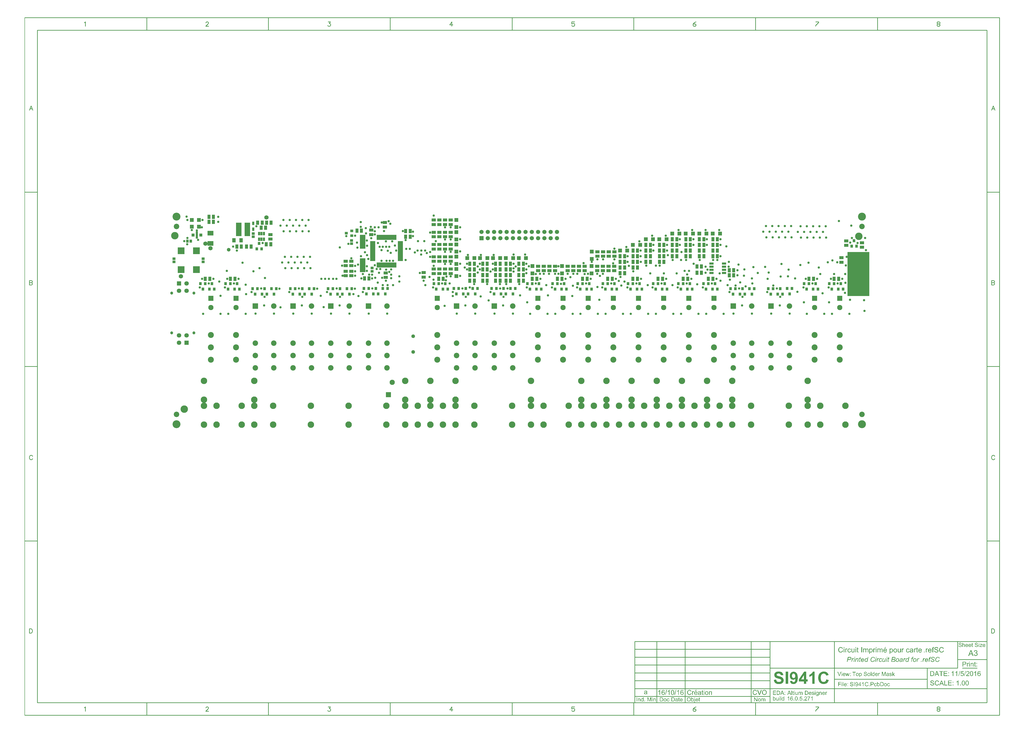
<source format=gts>
G04 Layer_Color=8388736*
%FSLAX25Y25*%
%MOIN*%
G70*
G01*
G75*
%ADD38C,0.01000*%
%ADD51C,0.00500*%
%ADD99R,0.35000X0.70000*%
%ADD100R,0.04300X0.04800*%
%ADD101R,0.04800X0.04300*%
%ADD102C,0.11811*%
%ADD103R,0.05918X0.06312*%
%ADD104R,0.04200X0.04800*%
%ADD105R,0.05100X0.06500*%
%ADD106R,0.04800X0.04200*%
%ADD107R,0.06500X0.05100*%
%ADD108R,0.04000X0.04800*%
%ADD109R,0.06312X0.05918*%
%ADD110R,0.11134X0.11134*%
%ADD111R,0.03200X0.05200*%
%ADD112R,0.05500X0.07100*%
%ADD113R,0.08674X0.21666*%
%ADD114R,0.04800X0.04800*%
%ADD115R,0.03200X0.11400*%
%ADD116R,0.03200X0.05800*%
%ADD117R,0.09400X0.07400*%
%ADD118R,0.22453X0.07099*%
%ADD119R,0.08300X0.02100*%
%ADD120R,0.02100X0.08300*%
%ADD121R,0.07100X0.03200*%
%ADD122R,0.08500X0.22400*%
%ADD123R,0.08674X0.08674*%
%ADD124C,0.08674*%
%ADD125C,0.10300*%
%ADD126C,0.09461*%
%ADD127C,0.08280*%
%ADD128R,0.08280X0.08280*%
%ADD129C,0.04737*%
%ADD130R,0.07099X0.07099*%
%ADD131C,0.07099*%
%ADD132C,0.08674*%
%ADD133C,0.12611*%
%ADD134R,0.08300X0.08300*%
%ADD135C,0.08300*%
%ADD136R,0.06699X0.06699*%
%ADD137C,0.06699*%
%ADD138C,0.03700*%
%ADD139C,0.06800*%
%ADD140C,0.05800*%
G36*
X1263962Y-372636D02*
X1263171D01*
Y-371738D01*
X1263962D01*
Y-372636D01*
D02*
G37*
G36*
X1259687Y-371640D02*
X1259755D01*
X1259921Y-371660D01*
X1260116Y-371689D01*
X1260331Y-371728D01*
X1260546Y-371786D01*
X1260751Y-371865D01*
X1260760D01*
X1260770Y-371874D01*
X1260800Y-371884D01*
X1260839Y-371904D01*
X1260936Y-371962D01*
X1261063Y-372030D01*
X1261200Y-372128D01*
X1261336Y-372245D01*
X1261473Y-372382D01*
X1261590Y-372538D01*
X1261600Y-372557D01*
X1261639Y-372616D01*
X1261688Y-372714D01*
X1261736Y-372831D01*
X1261795Y-372977D01*
X1261854Y-373153D01*
X1261893Y-373338D01*
X1261912Y-373543D01*
X1261102Y-373602D01*
Y-373592D01*
Y-373573D01*
X1261092Y-373543D01*
X1261083Y-373504D01*
X1261063Y-373397D01*
X1261024Y-373260D01*
X1260966Y-373114D01*
X1260887Y-372967D01*
X1260780Y-372821D01*
X1260653Y-372694D01*
X1260634Y-372684D01*
X1260585Y-372645D01*
X1260497Y-372597D01*
X1260380Y-372538D01*
X1260224Y-372479D01*
X1260028Y-372431D01*
X1259804Y-372392D01*
X1259540Y-372382D01*
X1259414D01*
X1259355Y-372392D01*
X1259277D01*
X1259111Y-372421D01*
X1258926Y-372450D01*
X1258740Y-372499D01*
X1258564Y-372567D01*
X1258486Y-372616D01*
X1258418Y-372665D01*
X1258408Y-372675D01*
X1258369Y-372714D01*
X1258311Y-372772D01*
X1258252Y-372860D01*
X1258184Y-372958D01*
X1258135Y-373075D01*
X1258096Y-373202D01*
X1258076Y-373348D01*
Y-373368D01*
Y-373407D01*
X1258086Y-373475D01*
X1258106Y-373553D01*
X1258135Y-373641D01*
X1258184Y-373739D01*
X1258242Y-373826D01*
X1258321Y-373914D01*
X1258330Y-373924D01*
X1258379Y-373953D01*
X1258408Y-373973D01*
X1258447Y-374002D01*
X1258506Y-374022D01*
X1258574Y-374051D01*
X1258652Y-374090D01*
X1258740Y-374129D01*
X1258838Y-374158D01*
X1258955Y-374197D01*
X1259091Y-374246D01*
X1259238Y-374285D01*
X1259404Y-374324D01*
X1259589Y-374373D01*
X1259599D01*
X1259638Y-374383D01*
X1259687Y-374392D01*
X1259755Y-374412D01*
X1259843Y-374431D01*
X1259941Y-374461D01*
X1260155Y-374510D01*
X1260390Y-374578D01*
X1260624Y-374646D01*
X1260741Y-374675D01*
X1260839Y-374714D01*
X1260936Y-374753D01*
X1261014Y-374783D01*
X1261024D01*
X1261043Y-374793D01*
X1261063Y-374812D01*
X1261102Y-374832D01*
X1261200Y-374890D01*
X1261327Y-374958D01*
X1261463Y-375056D01*
X1261600Y-375173D01*
X1261727Y-375300D01*
X1261834Y-375437D01*
X1261844Y-375456D01*
X1261873Y-375505D01*
X1261922Y-375583D01*
X1261971Y-375700D01*
X1262020Y-375827D01*
X1262068Y-375983D01*
X1262098Y-376159D01*
X1262107Y-376344D01*
Y-376354D01*
Y-376364D01*
Y-376393D01*
Y-376432D01*
X1262088Y-376530D01*
X1262068Y-376657D01*
X1262039Y-376803D01*
X1261981Y-376969D01*
X1261912Y-377145D01*
X1261815Y-377311D01*
X1261805Y-377330D01*
X1261756Y-377389D01*
X1261697Y-377467D01*
X1261600Y-377564D01*
X1261483Y-377681D01*
X1261336Y-377799D01*
X1261161Y-377906D01*
X1260966Y-378013D01*
X1260956D01*
X1260936Y-378023D01*
X1260907Y-378033D01*
X1260868Y-378052D01*
X1260819Y-378072D01*
X1260760Y-378091D01*
X1260604Y-378131D01*
X1260429Y-378179D01*
X1260214Y-378218D01*
X1259989Y-378248D01*
X1259736Y-378257D01*
X1259589D01*
X1259521Y-378248D01*
X1259433D01*
X1259336Y-378238D01*
X1259228Y-378228D01*
X1259004Y-378199D01*
X1258760Y-378150D01*
X1258516Y-378091D01*
X1258282Y-378013D01*
X1258272D01*
X1258252Y-378004D01*
X1258223Y-377984D01*
X1258184Y-377965D01*
X1258076Y-377906D01*
X1257950Y-377818D01*
X1257793Y-377711D01*
X1257647Y-377584D01*
X1257491Y-377428D01*
X1257354Y-377252D01*
Y-377242D01*
X1257345Y-377233D01*
X1257325Y-377203D01*
X1257306Y-377164D01*
X1257276Y-377115D01*
X1257247Y-377057D01*
X1257188Y-376910D01*
X1257130Y-376745D01*
X1257071Y-376540D01*
X1257032Y-376325D01*
X1257013Y-376091D01*
X1257813Y-376022D01*
Y-376032D01*
Y-376042D01*
X1257823Y-376100D01*
X1257842Y-376188D01*
X1257862Y-376305D01*
X1257901Y-376432D01*
X1257940Y-376569D01*
X1257998Y-376696D01*
X1258067Y-376823D01*
X1258076Y-376832D01*
X1258106Y-376871D01*
X1258155Y-376930D01*
X1258233Y-376998D01*
X1258321Y-377076D01*
X1258428Y-377164D01*
X1258564Y-377242D01*
X1258711Y-377320D01*
X1258721D01*
X1258730Y-377330D01*
X1258789Y-377350D01*
X1258877Y-377379D01*
X1259004Y-377408D01*
X1259140Y-377447D01*
X1259316Y-377477D01*
X1259501Y-377496D01*
X1259697Y-377506D01*
X1259775D01*
X1259872Y-377496D01*
X1259980Y-377486D01*
X1260116Y-377477D01*
X1260253Y-377447D01*
X1260399Y-377418D01*
X1260546Y-377369D01*
X1260565Y-377359D01*
X1260604Y-377340D01*
X1260673Y-377311D01*
X1260751Y-377262D01*
X1260848Y-377203D01*
X1260936Y-377135D01*
X1261024Y-377057D01*
X1261102Y-376969D01*
X1261112Y-376959D01*
X1261131Y-376920D01*
X1261161Y-376871D01*
X1261200Y-376803D01*
X1261229Y-376725D01*
X1261258Y-376627D01*
X1261278Y-376530D01*
X1261287Y-376423D01*
Y-376413D01*
Y-376374D01*
X1261278Y-376315D01*
X1261268Y-376247D01*
X1261248Y-376159D01*
X1261209Y-376071D01*
X1261170Y-375983D01*
X1261112Y-375895D01*
X1261102Y-375886D01*
X1261083Y-375856D01*
X1261034Y-375817D01*
X1260975Y-375759D01*
X1260897Y-375700D01*
X1260800Y-375642D01*
X1260673Y-375573D01*
X1260536Y-375515D01*
X1260526Y-375505D01*
X1260487Y-375495D01*
X1260409Y-375476D01*
X1260360Y-375456D01*
X1260302Y-375437D01*
X1260224Y-375417D01*
X1260146Y-375398D01*
X1260048Y-375368D01*
X1259950Y-375339D01*
X1259833Y-375310D01*
X1259697Y-375281D01*
X1259550Y-375241D01*
X1259394Y-375202D01*
X1259384D01*
X1259355Y-375193D01*
X1259306Y-375183D01*
X1259248Y-375163D01*
X1259179Y-375144D01*
X1259101Y-375124D01*
X1258916Y-375076D01*
X1258711Y-375007D01*
X1258506Y-374939D01*
X1258321Y-374871D01*
X1258233Y-374841D01*
X1258164Y-374802D01*
X1258155D01*
X1258145Y-374793D01*
X1258086Y-374753D01*
X1258008Y-374705D01*
X1257911Y-374636D01*
X1257793Y-374549D01*
X1257686Y-374451D01*
X1257579Y-374334D01*
X1257481Y-374207D01*
X1257471Y-374187D01*
X1257442Y-374139D01*
X1257413Y-374070D01*
X1257374Y-373973D01*
X1257325Y-373856D01*
X1257296Y-373719D01*
X1257266Y-373563D01*
X1257257Y-373407D01*
Y-373397D01*
Y-373387D01*
Y-373358D01*
Y-373319D01*
X1257276Y-373231D01*
X1257296Y-373114D01*
X1257325Y-372967D01*
X1257374Y-372821D01*
X1257442Y-372655D01*
X1257530Y-372499D01*
Y-372489D01*
X1257540Y-372479D01*
X1257579Y-372431D01*
X1257647Y-372353D01*
X1257735Y-372255D01*
X1257842Y-372157D01*
X1257979Y-372050D01*
X1258145Y-371943D01*
X1258330Y-371855D01*
X1258340D01*
X1258350Y-371845D01*
X1258379Y-371835D01*
X1258428Y-371816D01*
X1258477Y-371806D01*
X1258535Y-371786D01*
X1258672Y-371738D01*
X1258848Y-371699D01*
X1259043Y-371669D01*
X1259267Y-371640D01*
X1259501Y-371630D01*
X1259619D01*
X1259687Y-371640D01*
D02*
G37*
G36*
X1233803D02*
X1233872D01*
X1234038Y-371660D01*
X1234233Y-371689D01*
X1234447Y-371728D01*
X1234662Y-371786D01*
X1234867Y-371865D01*
X1234877D01*
X1234887Y-371874D01*
X1234916Y-371884D01*
X1234955Y-371904D01*
X1235053Y-371962D01*
X1235180Y-372030D01*
X1235316Y-372128D01*
X1235453Y-372245D01*
X1235590Y-372382D01*
X1235707Y-372538D01*
X1235716Y-372557D01*
X1235755Y-372616D01*
X1235804Y-372714D01*
X1235853Y-372831D01*
X1235911Y-372977D01*
X1235970Y-373153D01*
X1236009Y-373338D01*
X1236029Y-373543D01*
X1235219Y-373602D01*
Y-373592D01*
Y-373573D01*
X1235209Y-373543D01*
X1235199Y-373504D01*
X1235180Y-373397D01*
X1235141Y-373260D01*
X1235082Y-373114D01*
X1235004Y-372967D01*
X1234896Y-372821D01*
X1234770Y-372694D01*
X1234750Y-372684D01*
X1234701Y-372645D01*
X1234614Y-372597D01*
X1234496Y-372538D01*
X1234340Y-372479D01*
X1234145Y-372431D01*
X1233920Y-372392D01*
X1233657Y-372382D01*
X1233530D01*
X1233471Y-372392D01*
X1233393D01*
X1233228Y-372421D01*
X1233042Y-372450D01*
X1232857Y-372499D01*
X1232681Y-372567D01*
X1232603Y-372616D01*
X1232535Y-372665D01*
X1232525Y-372675D01*
X1232486Y-372714D01*
X1232427Y-372772D01*
X1232369Y-372860D01*
X1232300Y-372958D01*
X1232251Y-373075D01*
X1232213Y-373202D01*
X1232193Y-373348D01*
Y-373368D01*
Y-373407D01*
X1232203Y-373475D01*
X1232222Y-373553D01*
X1232251Y-373641D01*
X1232300Y-373739D01*
X1232359Y-373826D01*
X1232437Y-373914D01*
X1232447Y-373924D01*
X1232495Y-373953D01*
X1232525Y-373973D01*
X1232564Y-374002D01*
X1232622Y-374022D01*
X1232691Y-374051D01*
X1232769Y-374090D01*
X1232857Y-374129D01*
X1232954Y-374158D01*
X1233071Y-374197D01*
X1233208Y-374246D01*
X1233354Y-374285D01*
X1233520Y-374324D01*
X1233706Y-374373D01*
X1233716D01*
X1233755Y-374383D01*
X1233803Y-374392D01*
X1233872Y-374412D01*
X1233959Y-374431D01*
X1234057Y-374461D01*
X1234272Y-374510D01*
X1234506Y-374578D01*
X1234740Y-374646D01*
X1234857Y-374675D01*
X1234955Y-374714D01*
X1235053Y-374753D01*
X1235131Y-374783D01*
X1235141D01*
X1235160Y-374793D01*
X1235180Y-374812D01*
X1235219Y-374832D01*
X1235316Y-374890D01*
X1235443Y-374958D01*
X1235580Y-375056D01*
X1235716Y-375173D01*
X1235843Y-375300D01*
X1235951Y-375437D01*
X1235960Y-375456D01*
X1235990Y-375505D01*
X1236038Y-375583D01*
X1236087Y-375700D01*
X1236136Y-375827D01*
X1236185Y-375983D01*
X1236214Y-376159D01*
X1236224Y-376344D01*
Y-376354D01*
Y-376364D01*
Y-376393D01*
Y-376432D01*
X1236204Y-376530D01*
X1236185Y-376657D01*
X1236156Y-376803D01*
X1236097Y-376969D01*
X1236029Y-377145D01*
X1235931Y-377311D01*
X1235921Y-377330D01*
X1235872Y-377389D01*
X1235814Y-377467D01*
X1235716Y-377564D01*
X1235599Y-377681D01*
X1235453Y-377799D01*
X1235277Y-377906D01*
X1235082Y-378013D01*
X1235072D01*
X1235053Y-378023D01*
X1235023Y-378033D01*
X1234984Y-378052D01*
X1234935Y-378072D01*
X1234877Y-378091D01*
X1234721Y-378131D01*
X1234545Y-378179D01*
X1234330Y-378218D01*
X1234106Y-378248D01*
X1233852Y-378257D01*
X1233706D01*
X1233637Y-378248D01*
X1233550D01*
X1233452Y-378238D01*
X1233345Y-378228D01*
X1233120Y-378199D01*
X1232876Y-378150D01*
X1232632Y-378091D01*
X1232398Y-378013D01*
X1232388D01*
X1232369Y-378004D01*
X1232339Y-377984D01*
X1232300Y-377965D01*
X1232193Y-377906D01*
X1232066Y-377818D01*
X1231910Y-377711D01*
X1231763Y-377584D01*
X1231607Y-377428D01*
X1231471Y-377252D01*
Y-377242D01*
X1231461Y-377233D01*
X1231441Y-377203D01*
X1231422Y-377164D01*
X1231393Y-377115D01*
X1231363Y-377057D01*
X1231305Y-376910D01*
X1231246Y-376745D01*
X1231188Y-376540D01*
X1231149Y-376325D01*
X1231129Y-376091D01*
X1231929Y-376022D01*
Y-376032D01*
Y-376042D01*
X1231939Y-376100D01*
X1231959Y-376188D01*
X1231978Y-376305D01*
X1232017Y-376432D01*
X1232056Y-376569D01*
X1232115Y-376696D01*
X1232183Y-376823D01*
X1232193Y-376832D01*
X1232222Y-376871D01*
X1232271Y-376930D01*
X1232349Y-376998D01*
X1232437Y-377076D01*
X1232544Y-377164D01*
X1232681Y-377242D01*
X1232827Y-377320D01*
X1232837D01*
X1232847Y-377330D01*
X1232905Y-377350D01*
X1232993Y-377379D01*
X1233120Y-377408D01*
X1233257Y-377447D01*
X1233432Y-377477D01*
X1233618Y-377496D01*
X1233813Y-377506D01*
X1233891D01*
X1233989Y-377496D01*
X1234096Y-377486D01*
X1234233Y-377477D01*
X1234369Y-377447D01*
X1234516Y-377418D01*
X1234662Y-377369D01*
X1234682Y-377359D01*
X1234721Y-377340D01*
X1234789Y-377311D01*
X1234867Y-377262D01*
X1234965Y-377203D01*
X1235053Y-377135D01*
X1235141Y-377057D01*
X1235219Y-376969D01*
X1235228Y-376959D01*
X1235248Y-376920D01*
X1235277Y-376871D01*
X1235316Y-376803D01*
X1235345Y-376725D01*
X1235375Y-376627D01*
X1235394Y-376530D01*
X1235404Y-376423D01*
Y-376413D01*
Y-376374D01*
X1235394Y-376315D01*
X1235384Y-376247D01*
X1235365Y-376159D01*
X1235326Y-376071D01*
X1235287Y-375983D01*
X1235228Y-375895D01*
X1235219Y-375886D01*
X1235199Y-375856D01*
X1235150Y-375817D01*
X1235092Y-375759D01*
X1235014Y-375700D01*
X1234916Y-375642D01*
X1234789Y-375573D01*
X1234653Y-375515D01*
X1234643Y-375505D01*
X1234604Y-375495D01*
X1234526Y-375476D01*
X1234477Y-375456D01*
X1234418Y-375437D01*
X1234340Y-375417D01*
X1234262Y-375398D01*
X1234165Y-375368D01*
X1234067Y-375339D01*
X1233950Y-375310D01*
X1233813Y-375281D01*
X1233667Y-375241D01*
X1233511Y-375202D01*
X1233501D01*
X1233471Y-375193D01*
X1233423Y-375183D01*
X1233364Y-375163D01*
X1233296Y-375144D01*
X1233218Y-375124D01*
X1233032Y-375076D01*
X1232827Y-375007D01*
X1232622Y-374939D01*
X1232437Y-374871D01*
X1232349Y-374841D01*
X1232281Y-374802D01*
X1232271D01*
X1232261Y-374793D01*
X1232203Y-374753D01*
X1232125Y-374705D01*
X1232027Y-374636D01*
X1231910Y-374549D01*
X1231803Y-374451D01*
X1231695Y-374334D01*
X1231598Y-374207D01*
X1231588Y-374187D01*
X1231559Y-374139D01*
X1231529Y-374070D01*
X1231490Y-373973D01*
X1231441Y-373856D01*
X1231412Y-373719D01*
X1231383Y-373563D01*
X1231373Y-373407D01*
Y-373397D01*
Y-373387D01*
Y-373358D01*
Y-373319D01*
X1231393Y-373231D01*
X1231412Y-373114D01*
X1231441Y-372967D01*
X1231490Y-372821D01*
X1231559Y-372655D01*
X1231646Y-372499D01*
Y-372489D01*
X1231656Y-372479D01*
X1231695Y-372431D01*
X1231763Y-372353D01*
X1231851Y-372255D01*
X1231959Y-372157D01*
X1232095Y-372050D01*
X1232261Y-371943D01*
X1232447Y-371855D01*
X1232456D01*
X1232466Y-371845D01*
X1232495Y-371835D01*
X1232544Y-371816D01*
X1232593Y-371806D01*
X1232652Y-371786D01*
X1232788Y-371738D01*
X1232964Y-371699D01*
X1233159Y-371669D01*
X1233384Y-371640D01*
X1233618Y-371630D01*
X1233735D01*
X1233803Y-371640D01*
D02*
G37*
G36*
X1268705Y-374022D02*
X1266187Y-376979D01*
X1265699Y-377525D01*
X1265748D01*
X1265787Y-377516D01*
X1265894Y-377506D01*
X1266021Y-377496D01*
X1266177D01*
X1266343Y-377486D01*
X1266695Y-377477D01*
X1268842D01*
Y-378150D01*
X1264733D01*
Y-377516D01*
X1267690Y-374109D01*
X1267602D01*
X1267514Y-374119D01*
X1267387D01*
X1267251Y-374129D01*
X1267105D01*
X1266948Y-374139D01*
X1264909D01*
Y-373504D01*
X1268705D01*
Y-374022D01*
D02*
G37*
G36*
X1263962Y-378150D02*
X1263171D01*
Y-373504D01*
X1263962D01*
Y-378150D01*
D02*
G37*
G36*
X1238068Y-374031D02*
X1238078Y-374022D01*
X1238098Y-374002D01*
X1238127Y-373973D01*
X1238166Y-373934D01*
X1238225Y-373885D01*
X1238283Y-373826D01*
X1238361Y-373778D01*
X1238449Y-373709D01*
X1238547Y-373651D01*
X1238644Y-373602D01*
X1238888Y-373495D01*
X1239015Y-373455D01*
X1239152Y-373426D01*
X1239298Y-373407D01*
X1239454Y-373397D01*
X1239542D01*
X1239640Y-373407D01*
X1239757Y-373426D01*
X1239894Y-373446D01*
X1240040Y-373485D01*
X1240196Y-373534D01*
X1240343Y-373602D01*
X1240362Y-373612D01*
X1240401Y-373641D01*
X1240469Y-373690D01*
X1240557Y-373748D01*
X1240645Y-373826D01*
X1240733Y-373924D01*
X1240821Y-374041D01*
X1240889Y-374168D01*
X1240899Y-374187D01*
X1240918Y-374236D01*
X1240938Y-374314D01*
X1240977Y-374431D01*
X1241006Y-374578D01*
X1241026Y-374763D01*
X1241045Y-374968D01*
X1241055Y-375212D01*
Y-378150D01*
X1240265D01*
Y-375202D01*
Y-375193D01*
Y-375173D01*
Y-375144D01*
Y-375105D01*
X1240255Y-375007D01*
X1240235Y-374871D01*
X1240196Y-374734D01*
X1240157Y-374597D01*
X1240089Y-374461D01*
X1240001Y-374344D01*
X1239991Y-374334D01*
X1239952Y-374305D01*
X1239894Y-374256D01*
X1239816Y-374207D01*
X1239718Y-374158D01*
X1239591Y-374109D01*
X1239454Y-374080D01*
X1239289Y-374070D01*
X1239230D01*
X1239162Y-374080D01*
X1239074Y-374090D01*
X1238976Y-374119D01*
X1238859Y-374148D01*
X1238742Y-374197D01*
X1238625Y-374256D01*
X1238615Y-374266D01*
X1238576Y-374285D01*
X1238527Y-374334D01*
X1238459Y-374383D01*
X1238391Y-374461D01*
X1238313Y-374539D01*
X1238254Y-374646D01*
X1238195Y-374753D01*
X1238186Y-374763D01*
X1238176Y-374812D01*
X1238156Y-374880D01*
X1238137Y-374978D01*
X1238107Y-375105D01*
X1238088Y-375251D01*
X1238078Y-375417D01*
X1238068Y-375612D01*
Y-378150D01*
X1237278D01*
Y-371738D01*
X1238068D01*
Y-374031D01*
D02*
G37*
G36*
X1253138Y-373504D02*
X1253928D01*
Y-374119D01*
X1253138D01*
Y-376842D01*
Y-376852D01*
Y-376891D01*
Y-376950D01*
X1253148Y-377018D01*
X1253158Y-377164D01*
X1253167Y-377223D01*
X1253177Y-377272D01*
X1253187Y-377291D01*
X1253206Y-377330D01*
X1253245Y-377379D01*
X1253304Y-377428D01*
X1253323Y-377437D01*
X1253372Y-377447D01*
X1253460Y-377467D01*
X1253577Y-377477D01*
X1253675D01*
X1253724Y-377467D01*
X1253782D01*
X1253928Y-377447D01*
X1254036Y-378140D01*
X1254016D01*
X1253977Y-378150D01*
X1253919Y-378160D01*
X1253831Y-378169D01*
X1253743Y-378189D01*
X1253645Y-378199D01*
X1253440Y-378209D01*
X1253372D01*
X1253294Y-378199D01*
X1253197Y-378189D01*
X1253089Y-378179D01*
X1252972Y-378150D01*
X1252865Y-378121D01*
X1252767Y-378082D01*
X1252757Y-378072D01*
X1252728Y-378052D01*
X1252689Y-378023D01*
X1252640Y-377984D01*
X1252582Y-377935D01*
X1252533Y-377877D01*
X1252474Y-377808D01*
X1252435Y-377730D01*
Y-377721D01*
X1252425Y-377681D01*
X1252406Y-377623D01*
X1252396Y-377525D01*
X1252377Y-377398D01*
X1252367Y-377330D01*
X1252357Y-377242D01*
Y-377145D01*
X1252347Y-377037D01*
Y-376920D01*
Y-376793D01*
Y-374119D01*
X1251762D01*
Y-373504D01*
X1252347D01*
Y-372362D01*
X1253138Y-371884D01*
Y-373504D01*
D02*
G37*
G36*
X1271692Y-373407D02*
X1271770Y-373416D01*
X1271867Y-373426D01*
X1271965Y-373446D01*
X1272082Y-373475D01*
X1272316Y-373553D01*
X1272443Y-373602D01*
X1272570Y-373670D01*
X1272697Y-373739D01*
X1272824Y-373826D01*
X1272941Y-373924D01*
X1273058Y-374041D01*
X1273068Y-374051D01*
X1273087Y-374070D01*
X1273117Y-374109D01*
X1273156Y-374158D01*
X1273195Y-374226D01*
X1273244Y-374305D01*
X1273302Y-374392D01*
X1273361Y-374500D01*
X1273409Y-374627D01*
X1273468Y-374753D01*
X1273517Y-374900D01*
X1273566Y-375066D01*
X1273595Y-375232D01*
X1273624Y-375417D01*
X1273644Y-375612D01*
X1273653Y-375827D01*
Y-375837D01*
Y-375876D01*
Y-375944D01*
X1273644Y-376032D01*
X1270189D01*
Y-376042D01*
Y-376061D01*
X1270198Y-376110D01*
Y-376159D01*
X1270208Y-376227D01*
X1270218Y-376296D01*
X1270257Y-376471D01*
X1270315Y-376657D01*
X1270384Y-376852D01*
X1270491Y-377047D01*
X1270618Y-377213D01*
X1270638Y-377233D01*
X1270686Y-377272D01*
X1270774Y-377340D01*
X1270882Y-377408D01*
X1271028Y-377486D01*
X1271194Y-377555D01*
X1271379Y-377594D01*
X1271584Y-377613D01*
X1271662D01*
X1271741Y-377603D01*
X1271838Y-377584D01*
X1271955Y-377555D01*
X1272082Y-377516D01*
X1272209Y-377467D01*
X1272326Y-377389D01*
X1272336Y-377379D01*
X1272375Y-377340D01*
X1272433Y-377291D01*
X1272502Y-377203D01*
X1272580Y-377106D01*
X1272658Y-376979D01*
X1272736Y-376823D01*
X1272814Y-376647D01*
X1273624Y-376754D01*
Y-376764D01*
X1273614Y-376784D01*
X1273605Y-376823D01*
X1273585Y-376871D01*
X1273566Y-376930D01*
X1273536Y-376998D01*
X1273458Y-377164D01*
X1273361Y-377340D01*
X1273244Y-377525D01*
X1273087Y-377711D01*
X1272912Y-377867D01*
X1272902D01*
X1272892Y-377887D01*
X1272863Y-377906D01*
X1272814Y-377925D01*
X1272765Y-377955D01*
X1272707Y-377994D01*
X1272638Y-378023D01*
X1272551Y-378062D01*
X1272365Y-378131D01*
X1272131Y-378199D01*
X1271877Y-378238D01*
X1271584Y-378257D01*
X1271487D01*
X1271418Y-378248D01*
X1271331Y-378238D01*
X1271233Y-378228D01*
X1271126Y-378209D01*
X1270999Y-378179D01*
X1270745Y-378101D01*
X1270608Y-378052D01*
X1270481Y-377994D01*
X1270345Y-377925D01*
X1270218Y-377838D01*
X1270091Y-377740D01*
X1269974Y-377633D01*
X1269964Y-377623D01*
X1269945Y-377603D01*
X1269915Y-377564D01*
X1269886Y-377516D01*
X1269837Y-377457D01*
X1269788Y-377379D01*
X1269730Y-377281D01*
X1269681Y-377174D01*
X1269623Y-377057D01*
X1269564Y-376930D01*
X1269515Y-376784D01*
X1269476Y-376627D01*
X1269437Y-376462D01*
X1269408Y-376276D01*
X1269388Y-376081D01*
X1269379Y-375876D01*
Y-375866D01*
Y-375827D01*
Y-375759D01*
X1269388Y-375681D01*
X1269398Y-375583D01*
X1269408Y-375466D01*
X1269427Y-375339D01*
X1269457Y-375202D01*
X1269525Y-374910D01*
X1269574Y-374763D01*
X1269632Y-374607D01*
X1269701Y-374461D01*
X1269779Y-374314D01*
X1269867Y-374178D01*
X1269974Y-374051D01*
X1269984Y-374041D01*
X1270003Y-374022D01*
X1270033Y-373992D01*
X1270081Y-373943D01*
X1270140Y-373895D01*
X1270218Y-373846D01*
X1270296Y-373787D01*
X1270394Y-373719D01*
X1270501Y-373660D01*
X1270618Y-373602D01*
X1270745Y-373553D01*
X1270891Y-373495D01*
X1271038Y-373455D01*
X1271194Y-373426D01*
X1271360Y-373407D01*
X1271535Y-373397D01*
X1271623D01*
X1271692Y-373407D01*
D02*
G37*
G36*
X1249292D02*
X1249371Y-373416D01*
X1249468Y-373426D01*
X1249566Y-373446D01*
X1249683Y-373475D01*
X1249917Y-373553D01*
X1250044Y-373602D01*
X1250171Y-373670D01*
X1250298Y-373739D01*
X1250425Y-373826D01*
X1250542Y-373924D01*
X1250659Y-374041D01*
X1250669Y-374051D01*
X1250688Y-374070D01*
X1250717Y-374109D01*
X1250756Y-374158D01*
X1250795Y-374226D01*
X1250844Y-374305D01*
X1250903Y-374392D01*
X1250961Y-374500D01*
X1251010Y-374627D01*
X1251069Y-374753D01*
X1251118Y-374900D01*
X1251166Y-375066D01*
X1251196Y-375232D01*
X1251225Y-375417D01*
X1251245Y-375612D01*
X1251254Y-375827D01*
Y-375837D01*
Y-375876D01*
Y-375944D01*
X1251245Y-376032D01*
X1247789D01*
Y-376042D01*
Y-376061D01*
X1247799Y-376110D01*
Y-376159D01*
X1247809Y-376227D01*
X1247819Y-376296D01*
X1247858Y-376471D01*
X1247916Y-376657D01*
X1247985Y-376852D01*
X1248092Y-377047D01*
X1248219Y-377213D01*
X1248238Y-377233D01*
X1248287Y-377272D01*
X1248375Y-377340D01*
X1248482Y-377408D01*
X1248629Y-377486D01*
X1248795Y-377555D01*
X1248980Y-377594D01*
X1249185Y-377613D01*
X1249263D01*
X1249341Y-377603D01*
X1249439Y-377584D01*
X1249556Y-377555D01*
X1249683Y-377516D01*
X1249810Y-377467D01*
X1249927Y-377389D01*
X1249937Y-377379D01*
X1249976Y-377340D01*
X1250034Y-377291D01*
X1250103Y-377203D01*
X1250181Y-377106D01*
X1250259Y-376979D01*
X1250337Y-376823D01*
X1250415Y-376647D01*
X1251225Y-376754D01*
Y-376764D01*
X1251215Y-376784D01*
X1251206Y-376823D01*
X1251186Y-376871D01*
X1251166Y-376930D01*
X1251137Y-376998D01*
X1251059Y-377164D01*
X1250961Y-377340D01*
X1250844Y-377525D01*
X1250688Y-377711D01*
X1250513Y-377867D01*
X1250503D01*
X1250493Y-377887D01*
X1250464Y-377906D01*
X1250415Y-377925D01*
X1250366Y-377955D01*
X1250307Y-377994D01*
X1250239Y-378023D01*
X1250151Y-378062D01*
X1249966Y-378131D01*
X1249732Y-378199D01*
X1249478Y-378238D01*
X1249185Y-378257D01*
X1249088D01*
X1249019Y-378248D01*
X1248931Y-378238D01*
X1248834Y-378228D01*
X1248726Y-378209D01*
X1248600Y-378179D01*
X1248346Y-378101D01*
X1248209Y-378052D01*
X1248082Y-377994D01*
X1247946Y-377925D01*
X1247819Y-377838D01*
X1247692Y-377740D01*
X1247575Y-377633D01*
X1247565Y-377623D01*
X1247545Y-377603D01*
X1247516Y-377564D01*
X1247487Y-377516D01*
X1247438Y-377457D01*
X1247389Y-377379D01*
X1247331Y-377281D01*
X1247282Y-377174D01*
X1247223Y-377057D01*
X1247165Y-376930D01*
X1247116Y-376784D01*
X1247077Y-376627D01*
X1247038Y-376462D01*
X1247009Y-376276D01*
X1246989Y-376081D01*
X1246979Y-375876D01*
Y-375866D01*
Y-375827D01*
Y-375759D01*
X1246989Y-375681D01*
X1246999Y-375583D01*
X1247009Y-375466D01*
X1247028Y-375339D01*
X1247058Y-375202D01*
X1247126Y-374910D01*
X1247175Y-374763D01*
X1247233Y-374607D01*
X1247301Y-374461D01*
X1247379Y-374314D01*
X1247467Y-374178D01*
X1247575Y-374051D01*
X1247585Y-374041D01*
X1247604Y-374022D01*
X1247633Y-373992D01*
X1247682Y-373943D01*
X1247741Y-373895D01*
X1247819Y-373846D01*
X1247897Y-373787D01*
X1247994Y-373719D01*
X1248102Y-373660D01*
X1248219Y-373602D01*
X1248346Y-373553D01*
X1248492Y-373495D01*
X1248639Y-373455D01*
X1248795Y-373426D01*
X1248961Y-373407D01*
X1249136Y-373397D01*
X1249224D01*
X1249292Y-373407D01*
D02*
G37*
G36*
X1244315D02*
X1244393Y-373416D01*
X1244491Y-373426D01*
X1244588Y-373446D01*
X1244705Y-373475D01*
X1244940Y-373553D01*
X1245066Y-373602D01*
X1245193Y-373670D01*
X1245320Y-373739D01*
X1245447Y-373826D01*
X1245564Y-373924D01*
X1245681Y-374041D01*
X1245691Y-374051D01*
X1245711Y-374070D01*
X1245740Y-374109D01*
X1245779Y-374158D01*
X1245818Y-374226D01*
X1245867Y-374305D01*
X1245925Y-374392D01*
X1245984Y-374500D01*
X1246033Y-374627D01*
X1246091Y-374753D01*
X1246140Y-374900D01*
X1246189Y-375066D01*
X1246218Y-375232D01*
X1246247Y-375417D01*
X1246267Y-375612D01*
X1246277Y-375827D01*
Y-375837D01*
Y-375876D01*
Y-375944D01*
X1246267Y-376032D01*
X1242812D01*
Y-376042D01*
Y-376061D01*
X1242822Y-376110D01*
Y-376159D01*
X1242831Y-376227D01*
X1242841Y-376296D01*
X1242880Y-376471D01*
X1242939Y-376657D01*
X1243007Y-376852D01*
X1243114Y-377047D01*
X1243241Y-377213D01*
X1243261Y-377233D01*
X1243310Y-377272D01*
X1243398Y-377340D01*
X1243505Y-377408D01*
X1243651Y-377486D01*
X1243817Y-377555D01*
X1244003Y-377594D01*
X1244207Y-377613D01*
X1244286D01*
X1244364Y-377603D01*
X1244461Y-377584D01*
X1244578Y-377555D01*
X1244705Y-377516D01*
X1244832Y-377467D01*
X1244949Y-377389D01*
X1244959Y-377379D01*
X1244998Y-377340D01*
X1245057Y-377291D01*
X1245125Y-377203D01*
X1245203Y-377106D01*
X1245281Y-376979D01*
X1245359Y-376823D01*
X1245437Y-376647D01*
X1246247Y-376754D01*
Y-376764D01*
X1246238Y-376784D01*
X1246228Y-376823D01*
X1246208Y-376871D01*
X1246189Y-376930D01*
X1246159Y-376998D01*
X1246082Y-377164D01*
X1245984Y-377340D01*
X1245867Y-377525D01*
X1245711Y-377711D01*
X1245535Y-377867D01*
X1245525D01*
X1245515Y-377887D01*
X1245486Y-377906D01*
X1245437Y-377925D01*
X1245389Y-377955D01*
X1245330Y-377994D01*
X1245262Y-378023D01*
X1245174Y-378062D01*
X1244988Y-378131D01*
X1244754Y-378199D01*
X1244500Y-378238D01*
X1244207Y-378257D01*
X1244110D01*
X1244042Y-378248D01*
X1243954Y-378238D01*
X1243856Y-378228D01*
X1243749Y-378209D01*
X1243622Y-378179D01*
X1243368Y-378101D01*
X1243231Y-378052D01*
X1243105Y-377994D01*
X1242968Y-377925D01*
X1242841Y-377838D01*
X1242714Y-377740D01*
X1242597Y-377633D01*
X1242587Y-377623D01*
X1242568Y-377603D01*
X1242539Y-377564D01*
X1242509Y-377516D01*
X1242461Y-377457D01*
X1242412Y-377379D01*
X1242353Y-377281D01*
X1242304Y-377174D01*
X1242246Y-377057D01*
X1242187Y-376930D01*
X1242138Y-376784D01*
X1242099Y-376627D01*
X1242060Y-376462D01*
X1242031Y-376276D01*
X1242012Y-376081D01*
X1242002Y-375876D01*
Y-375866D01*
Y-375827D01*
Y-375759D01*
X1242012Y-375681D01*
X1242021Y-375583D01*
X1242031Y-375466D01*
X1242051Y-375339D01*
X1242080Y-375202D01*
X1242148Y-374910D01*
X1242197Y-374763D01*
X1242255Y-374607D01*
X1242324Y-374461D01*
X1242402Y-374314D01*
X1242490Y-374178D01*
X1242597Y-374051D01*
X1242607Y-374041D01*
X1242626Y-374022D01*
X1242656Y-373992D01*
X1242704Y-373943D01*
X1242763Y-373895D01*
X1242841Y-373846D01*
X1242919Y-373787D01*
X1243017Y-373719D01*
X1243124Y-373660D01*
X1243241Y-373602D01*
X1243368Y-373553D01*
X1243515Y-373495D01*
X1243661Y-373455D01*
X1243817Y-373426D01*
X1243983Y-373407D01*
X1244159Y-373397D01*
X1244247D01*
X1244315Y-373407D01*
D02*
G37*
G36*
X1191611Y-378436D02*
X1191751Y-378449D01*
X1191916Y-378474D01*
X1192093Y-378499D01*
X1192284Y-378537D01*
X1192131Y-379426D01*
X1192118D01*
X1192080Y-379413D01*
X1192017Y-379400D01*
X1191941Y-379387D01*
X1191839D01*
X1191738Y-379375D01*
X1191522Y-379362D01*
X1191446D01*
X1191370Y-379375D01*
X1191268Y-379387D01*
X1191167Y-379413D01*
X1191053Y-379451D01*
X1190951Y-379502D01*
X1190862Y-379565D01*
X1190849Y-379578D01*
X1190837Y-379603D01*
X1190799Y-379654D01*
X1190773Y-379730D01*
X1190735Y-379832D01*
X1190697Y-379971D01*
X1190685Y-380123D01*
X1190672Y-380314D01*
Y-380860D01*
X1191852D01*
Y-381659D01*
X1190685D01*
Y-386900D01*
X1189657D01*
Y-381659D01*
X1188756D01*
Y-380860D01*
X1189657D01*
Y-380225D01*
Y-380212D01*
Y-380200D01*
Y-380123D01*
X1189669Y-380022D01*
Y-379882D01*
X1189682Y-379743D01*
X1189707Y-379591D01*
X1189733Y-379451D01*
X1189771Y-379324D01*
X1189784Y-379311D01*
X1189796Y-379261D01*
X1189834Y-379185D01*
X1189885Y-379096D01*
X1189961Y-378981D01*
X1190050Y-378880D01*
X1190152Y-378778D01*
X1190279Y-378677D01*
X1190291Y-378664D01*
X1190355Y-378639D01*
X1190431Y-378601D01*
X1190558Y-378550D01*
X1190697Y-378499D01*
X1190888Y-378461D01*
X1191091Y-378436D01*
X1191332Y-378423D01*
X1191497D01*
X1191611Y-378436D01*
D02*
G37*
G36*
X1100588Y-379730D02*
X1099560D01*
Y-378563D01*
X1100588D01*
Y-379730D01*
D02*
G37*
G36*
X1068254D02*
X1067226D01*
Y-378563D01*
X1068254D01*
Y-379730D01*
D02*
G37*
G36*
X1049498D02*
X1048470D01*
Y-378563D01*
X1049498D01*
Y-379730D01*
D02*
G37*
G36*
X1114319Y-380111D02*
X1113468D01*
X1114230Y-378525D01*
X1115575D01*
X1114319Y-380111D01*
D02*
G37*
G36*
X1195900Y-378436D02*
X1195989D01*
X1196205Y-378461D01*
X1196459Y-378499D01*
X1196738Y-378550D01*
X1197017Y-378626D01*
X1197283Y-378728D01*
X1197296D01*
X1197309Y-378740D01*
X1197347Y-378753D01*
X1197398Y-378778D01*
X1197525Y-378854D01*
X1197689Y-378943D01*
X1197867Y-379070D01*
X1198045Y-379223D01*
X1198222Y-379400D01*
X1198375Y-379603D01*
X1198387Y-379629D01*
X1198438Y-379705D01*
X1198502Y-379832D01*
X1198565Y-379984D01*
X1198641Y-380174D01*
X1198717Y-380403D01*
X1198768Y-380644D01*
X1198794Y-380910D01*
X1197740Y-380986D01*
Y-380974D01*
Y-380948D01*
X1197727Y-380910D01*
X1197715Y-380860D01*
X1197689Y-380720D01*
X1197639Y-380542D01*
X1197563Y-380352D01*
X1197461Y-380162D01*
X1197321Y-379971D01*
X1197157Y-379806D01*
X1197131Y-379794D01*
X1197068Y-379743D01*
X1196953Y-379679D01*
X1196801Y-379603D01*
X1196598Y-379527D01*
X1196344Y-379464D01*
X1196052Y-379413D01*
X1195710Y-379400D01*
X1195545D01*
X1195469Y-379413D01*
X1195367D01*
X1195151Y-379451D01*
X1194910Y-379489D01*
X1194669Y-379553D01*
X1194441Y-379641D01*
X1194339Y-379705D01*
X1194250Y-379768D01*
X1194238Y-379781D01*
X1194187Y-379832D01*
X1194111Y-379908D01*
X1194035Y-380022D01*
X1193946Y-380149D01*
X1193882Y-380301D01*
X1193832Y-380466D01*
X1193806Y-380657D01*
Y-380682D01*
Y-380733D01*
X1193819Y-380821D01*
X1193844Y-380923D01*
X1193882Y-381037D01*
X1193946Y-381164D01*
X1194022Y-381278D01*
X1194124Y-381393D01*
X1194136Y-381405D01*
X1194200Y-381443D01*
X1194238Y-381469D01*
X1194289Y-381507D01*
X1194365Y-381532D01*
X1194454Y-381570D01*
X1194555Y-381621D01*
X1194669Y-381672D01*
X1194796Y-381710D01*
X1194948Y-381761D01*
X1195126Y-381824D01*
X1195316Y-381875D01*
X1195532Y-381926D01*
X1195773Y-381989D01*
X1195786D01*
X1195837Y-382002D01*
X1195900Y-382014D01*
X1195989Y-382040D01*
X1196103Y-382065D01*
X1196230Y-382103D01*
X1196509Y-382167D01*
X1196814Y-382256D01*
X1197118Y-382344D01*
X1197271Y-382382D01*
X1197398Y-382433D01*
X1197525Y-382484D01*
X1197626Y-382522D01*
X1197639D01*
X1197664Y-382535D01*
X1197689Y-382560D01*
X1197740Y-382585D01*
X1197867Y-382662D01*
X1198032Y-382750D01*
X1198210Y-382877D01*
X1198387Y-383030D01*
X1198552Y-383194D01*
X1198692Y-383372D01*
X1198705Y-383398D01*
X1198743Y-383461D01*
X1198806Y-383562D01*
X1198870Y-383715D01*
X1198933Y-383880D01*
X1198997Y-384083D01*
X1199035Y-384311D01*
X1199047Y-384552D01*
Y-384565D01*
Y-384578D01*
Y-384616D01*
Y-384667D01*
X1199022Y-384793D01*
X1198997Y-384958D01*
X1198958Y-385149D01*
X1198882Y-385365D01*
X1198794Y-385593D01*
X1198667Y-385809D01*
X1198654Y-385834D01*
X1198590Y-385910D01*
X1198514Y-386012D01*
X1198387Y-386139D01*
X1198235Y-386291D01*
X1198045Y-386443D01*
X1197816Y-386583D01*
X1197563Y-386722D01*
X1197550D01*
X1197525Y-386735D01*
X1197486Y-386748D01*
X1197436Y-386773D01*
X1197372Y-386799D01*
X1197296Y-386824D01*
X1197093Y-386875D01*
X1196865Y-386938D01*
X1196585Y-386989D01*
X1196294Y-387027D01*
X1195964Y-387040D01*
X1195773D01*
X1195684Y-387027D01*
X1195570D01*
X1195443Y-387014D01*
X1195304Y-387001D01*
X1195012Y-386964D01*
X1194695Y-386900D01*
X1194377Y-386824D01*
X1194073Y-386722D01*
X1194060D01*
X1194035Y-386710D01*
X1193997Y-386684D01*
X1193946Y-386659D01*
X1193806Y-386583D01*
X1193641Y-386469D01*
X1193438Y-386329D01*
X1193248Y-386164D01*
X1193045Y-385961D01*
X1192867Y-385733D01*
Y-385720D01*
X1192855Y-385707D01*
X1192829Y-385669D01*
X1192804Y-385618D01*
X1192766Y-385555D01*
X1192728Y-385479D01*
X1192651Y-385288D01*
X1192575Y-385073D01*
X1192499Y-384806D01*
X1192449Y-384527D01*
X1192423Y-384222D01*
X1193464Y-384134D01*
Y-384146D01*
Y-384159D01*
X1193476Y-384235D01*
X1193502Y-384349D01*
X1193527Y-384502D01*
X1193578Y-384667D01*
X1193629Y-384844D01*
X1193705Y-385009D01*
X1193794Y-385174D01*
X1193806Y-385187D01*
X1193844Y-385238D01*
X1193908Y-385314D01*
X1194009Y-385403D01*
X1194124Y-385504D01*
X1194263Y-385618D01*
X1194441Y-385720D01*
X1194631Y-385821D01*
X1194644D01*
X1194656Y-385834D01*
X1194733Y-385859D01*
X1194847Y-385897D01*
X1195012Y-385936D01*
X1195189Y-385986D01*
X1195418Y-386024D01*
X1195659Y-386050D01*
X1195913Y-386063D01*
X1196014D01*
X1196141Y-386050D01*
X1196281Y-386037D01*
X1196459Y-386024D01*
X1196636Y-385986D01*
X1196826Y-385948D01*
X1197017Y-385885D01*
X1197042Y-385872D01*
X1197093Y-385847D01*
X1197182Y-385809D01*
X1197283Y-385745D01*
X1197410Y-385669D01*
X1197525Y-385580D01*
X1197639Y-385479D01*
X1197740Y-385365D01*
X1197753Y-385352D01*
X1197778Y-385301D01*
X1197816Y-385238D01*
X1197867Y-385149D01*
X1197905Y-385047D01*
X1197943Y-384920D01*
X1197969Y-384793D01*
X1197981Y-384654D01*
Y-384641D01*
Y-384590D01*
X1197969Y-384514D01*
X1197956Y-384425D01*
X1197931Y-384311D01*
X1197880Y-384197D01*
X1197829Y-384083D01*
X1197753Y-383969D01*
X1197740Y-383956D01*
X1197715Y-383918D01*
X1197651Y-383867D01*
X1197575Y-383791D01*
X1197474Y-383715D01*
X1197347Y-383639D01*
X1197182Y-383550D01*
X1197004Y-383474D01*
X1196992Y-383461D01*
X1196941Y-383448D01*
X1196839Y-383423D01*
X1196776Y-383398D01*
X1196700Y-383372D01*
X1196598Y-383347D01*
X1196497Y-383321D01*
X1196370Y-383283D01*
X1196243Y-383245D01*
X1196091Y-383207D01*
X1195913Y-383169D01*
X1195722Y-383118D01*
X1195519Y-383068D01*
X1195507D01*
X1195469Y-383055D01*
X1195405Y-383042D01*
X1195329Y-383017D01*
X1195240Y-382992D01*
X1195139Y-382966D01*
X1194898Y-382903D01*
X1194631Y-382814D01*
X1194365Y-382725D01*
X1194124Y-382636D01*
X1194009Y-382598D01*
X1193921Y-382547D01*
X1193908D01*
X1193895Y-382535D01*
X1193819Y-382484D01*
X1193717Y-382420D01*
X1193591Y-382332D01*
X1193438Y-382217D01*
X1193299Y-382090D01*
X1193159Y-381938D01*
X1193032Y-381773D01*
X1193019Y-381748D01*
X1192982Y-381684D01*
X1192943Y-381596D01*
X1192893Y-381469D01*
X1192829Y-381316D01*
X1192791Y-381139D01*
X1192753Y-380936D01*
X1192740Y-380733D01*
Y-380720D01*
Y-380707D01*
Y-380669D01*
Y-380618D01*
X1192766Y-380504D01*
X1192791Y-380352D01*
X1192829Y-380162D01*
X1192893Y-379971D01*
X1192982Y-379755D01*
X1193096Y-379553D01*
Y-379540D01*
X1193108Y-379527D01*
X1193159Y-379464D01*
X1193248Y-379362D01*
X1193362Y-379235D01*
X1193502Y-379108D01*
X1193679Y-378969D01*
X1193895Y-378829D01*
X1194136Y-378715D01*
X1194149D01*
X1194162Y-378702D01*
X1194200Y-378690D01*
X1194263Y-378664D01*
X1194327Y-378651D01*
X1194403Y-378626D01*
X1194580Y-378563D01*
X1194809Y-378512D01*
X1195063Y-378474D01*
X1195354Y-378436D01*
X1195659Y-378423D01*
X1195811D01*
X1195900Y-378436D01*
D02*
G37*
G36*
X1204377D02*
X1204479Y-378449D01*
X1204605Y-378461D01*
X1204745Y-378474D01*
X1204897Y-378499D01*
X1205227Y-378575D01*
X1205583Y-378690D01*
X1205760Y-378766D01*
X1205938Y-378854D01*
X1206103Y-378956D01*
X1206268Y-379070D01*
X1206281Y-379083D01*
X1206306Y-379096D01*
X1206344Y-379134D01*
X1206408Y-379185D01*
X1206471Y-379248D01*
X1206560Y-379337D01*
X1206649Y-379426D01*
X1206737Y-379527D01*
X1206839Y-379654D01*
X1206928Y-379781D01*
X1207029Y-379933D01*
X1207131Y-380098D01*
X1207220Y-380263D01*
X1207308Y-380453D01*
X1207461Y-380860D01*
X1206369Y-381113D01*
Y-381101D01*
X1206357Y-381075D01*
X1206344Y-381025D01*
X1206319Y-380961D01*
X1206281Y-380885D01*
X1206242Y-380796D01*
X1206154Y-380606D01*
X1206040Y-380390D01*
X1205887Y-380162D01*
X1205722Y-379959D01*
X1205519Y-379781D01*
X1205494Y-379768D01*
X1205418Y-379717D01*
X1205303Y-379654D01*
X1205138Y-379565D01*
X1204948Y-379489D01*
X1204707Y-379426D01*
X1204440Y-379375D01*
X1204136Y-379362D01*
X1204047D01*
X1203984Y-379375D01*
X1203895D01*
X1203806Y-379387D01*
X1203578Y-379426D01*
X1203324Y-379476D01*
X1203057Y-379565D01*
X1202791Y-379679D01*
X1202537Y-379832D01*
X1202524D01*
X1202512Y-379857D01*
X1202435Y-379921D01*
X1202321Y-380022D01*
X1202182Y-380162D01*
X1202042Y-380339D01*
X1201890Y-380542D01*
X1201750Y-380796D01*
X1201636Y-381075D01*
Y-381088D01*
X1201623Y-381113D01*
X1201611Y-381151D01*
X1201598Y-381215D01*
X1201573Y-381278D01*
X1201560Y-381367D01*
X1201509Y-381570D01*
X1201458Y-381811D01*
X1201420Y-382078D01*
X1201395Y-382370D01*
X1201382Y-382674D01*
Y-382687D01*
Y-382725D01*
Y-382776D01*
Y-382852D01*
X1201395Y-382941D01*
Y-383055D01*
X1201408Y-383169D01*
X1201420Y-383296D01*
X1201458Y-383588D01*
X1201509Y-383905D01*
X1201585Y-384222D01*
X1201687Y-384527D01*
Y-384540D01*
X1201700Y-384565D01*
X1201725Y-384603D01*
X1201750Y-384654D01*
X1201814Y-384806D01*
X1201915Y-384971D01*
X1202055Y-385174D01*
X1202220Y-385365D01*
X1202410Y-385555D01*
X1202639Y-385720D01*
X1202651D01*
X1202664Y-385733D01*
X1202702Y-385758D01*
X1202753Y-385783D01*
X1202892Y-385834D01*
X1203070Y-385910D01*
X1203273Y-385974D01*
X1203514Y-386037D01*
X1203781Y-386088D01*
X1204060Y-386101D01*
X1204149D01*
X1204212Y-386088D01*
X1204288D01*
X1204390Y-386075D01*
X1204605Y-386037D01*
X1204847Y-385974D01*
X1205113Y-385872D01*
X1205367Y-385745D01*
X1205621Y-385567D01*
X1205633Y-385555D01*
X1205646Y-385542D01*
X1205722Y-385466D01*
X1205836Y-385339D01*
X1205976Y-385174D01*
X1206116Y-384946D01*
X1206268Y-384679D01*
X1206395Y-384349D01*
X1206496Y-383981D01*
X1207600Y-384261D01*
Y-384273D01*
X1207588Y-384324D01*
X1207562Y-384387D01*
X1207537Y-384489D01*
X1207486Y-384590D01*
X1207435Y-384730D01*
X1207385Y-384870D01*
X1207308Y-385022D01*
X1207143Y-385365D01*
X1206915Y-385707D01*
X1206661Y-386037D01*
X1206509Y-386189D01*
X1206344Y-386329D01*
X1206331Y-386342D01*
X1206306Y-386354D01*
X1206255Y-386392D01*
X1206179Y-386443D01*
X1206090Y-386494D01*
X1205989Y-386557D01*
X1205875Y-386621D01*
X1205735Y-386684D01*
X1205583Y-386748D01*
X1205418Y-386811D01*
X1205227Y-386875D01*
X1205037Y-386925D01*
X1204618Y-387014D01*
X1204390Y-387027D01*
X1204149Y-387040D01*
X1204022D01*
X1203920Y-387027D01*
X1203806D01*
X1203679Y-387014D01*
X1203527Y-386989D01*
X1203375Y-386976D01*
X1203019Y-386900D01*
X1202651Y-386811D01*
X1202296Y-386672D01*
X1202118Y-386595D01*
X1201953Y-386494D01*
X1201941Y-386481D01*
X1201915Y-386469D01*
X1201877Y-386431D01*
X1201814Y-386392D01*
X1201661Y-386265D01*
X1201484Y-386088D01*
X1201268Y-385872D01*
X1201065Y-385593D01*
X1200849Y-385276D01*
X1200672Y-384908D01*
Y-384895D01*
X1200659Y-384857D01*
X1200634Y-384806D01*
X1200608Y-384730D01*
X1200570Y-384629D01*
X1200532Y-384514D01*
X1200494Y-384387D01*
X1200456Y-384235D01*
X1200418Y-384083D01*
X1200380Y-383905D01*
X1200304Y-383524D01*
X1200253Y-383118D01*
X1200240Y-382674D01*
Y-382662D01*
Y-382611D01*
Y-382547D01*
X1200253Y-382458D01*
Y-382344D01*
X1200266Y-382205D01*
X1200278Y-382065D01*
X1200304Y-381900D01*
X1200367Y-381545D01*
X1200443Y-381164D01*
X1200570Y-380771D01*
X1200735Y-380403D01*
Y-380390D01*
X1200760Y-380365D01*
X1200786Y-380314D01*
X1200824Y-380238D01*
X1200875Y-380162D01*
X1200938Y-380073D01*
X1201103Y-379857D01*
X1201293Y-379616D01*
X1201534Y-379375D01*
X1201826Y-379134D01*
X1202144Y-378931D01*
X1202156D01*
X1202182Y-378905D01*
X1202232Y-378880D01*
X1202309Y-378854D01*
X1202385Y-378817D01*
X1202486Y-378766D01*
X1202613Y-378728D01*
X1202740Y-378677D01*
X1202880Y-378626D01*
X1203032Y-378588D01*
X1203375Y-378499D01*
X1203755Y-378449D01*
X1204161Y-378423D01*
X1204288D01*
X1204377Y-378436D01*
D02*
G37*
G36*
X1044016D02*
X1044118Y-378449D01*
X1044244Y-378461D01*
X1044384Y-378474D01*
X1044536Y-378499D01*
X1044866Y-378575D01*
X1045222Y-378690D01*
X1045399Y-378766D01*
X1045577Y-378854D01*
X1045742Y-378956D01*
X1045907Y-379070D01*
X1045920Y-379083D01*
X1045945Y-379096D01*
X1045983Y-379134D01*
X1046047Y-379185D01*
X1046110Y-379248D01*
X1046199Y-379337D01*
X1046288Y-379426D01*
X1046376Y-379527D01*
X1046478Y-379654D01*
X1046567Y-379781D01*
X1046668Y-379933D01*
X1046770Y-380098D01*
X1046859Y-380263D01*
X1046947Y-380453D01*
X1047100Y-380860D01*
X1046008Y-381113D01*
Y-381101D01*
X1045996Y-381075D01*
X1045983Y-381025D01*
X1045958Y-380961D01*
X1045920Y-380885D01*
X1045881Y-380796D01*
X1045793Y-380606D01*
X1045679Y-380390D01*
X1045526Y-380162D01*
X1045361Y-379959D01*
X1045158Y-379781D01*
X1045133Y-379768D01*
X1045057Y-379717D01*
X1044942Y-379654D01*
X1044777Y-379565D01*
X1044587Y-379489D01*
X1044346Y-379426D01*
X1044079Y-379375D01*
X1043775Y-379362D01*
X1043686D01*
X1043623Y-379375D01*
X1043534D01*
X1043445Y-379387D01*
X1043217Y-379426D01*
X1042963Y-379476D01*
X1042696Y-379565D01*
X1042430Y-379679D01*
X1042176Y-379832D01*
X1042163D01*
X1042151Y-379857D01*
X1042074Y-379921D01*
X1041960Y-380022D01*
X1041821Y-380162D01*
X1041681Y-380339D01*
X1041529Y-380542D01*
X1041389Y-380796D01*
X1041275Y-381075D01*
Y-381088D01*
X1041262Y-381113D01*
X1041250Y-381151D01*
X1041237Y-381215D01*
X1041212Y-381278D01*
X1041199Y-381367D01*
X1041148Y-381570D01*
X1041097Y-381811D01*
X1041059Y-382078D01*
X1041034Y-382370D01*
X1041021Y-382674D01*
Y-382687D01*
Y-382725D01*
Y-382776D01*
Y-382852D01*
X1041034Y-382941D01*
Y-383055D01*
X1041047Y-383169D01*
X1041059Y-383296D01*
X1041097Y-383588D01*
X1041148Y-383905D01*
X1041224Y-384222D01*
X1041326Y-384527D01*
Y-384540D01*
X1041339Y-384565D01*
X1041364Y-384603D01*
X1041389Y-384654D01*
X1041453Y-384806D01*
X1041554Y-384971D01*
X1041694Y-385174D01*
X1041859Y-385365D01*
X1042049Y-385555D01*
X1042278Y-385720D01*
X1042290D01*
X1042303Y-385733D01*
X1042341Y-385758D01*
X1042392Y-385783D01*
X1042531Y-385834D01*
X1042709Y-385910D01*
X1042912Y-385974D01*
X1043153Y-386037D01*
X1043420Y-386088D01*
X1043699Y-386101D01*
X1043788D01*
X1043851Y-386088D01*
X1043927D01*
X1044029Y-386075D01*
X1044244Y-386037D01*
X1044486Y-385974D01*
X1044752Y-385872D01*
X1045006Y-385745D01*
X1045260Y-385567D01*
X1045272Y-385555D01*
X1045285Y-385542D01*
X1045361Y-385466D01*
X1045475Y-385339D01*
X1045615Y-385174D01*
X1045755Y-384946D01*
X1045907Y-384679D01*
X1046034Y-384349D01*
X1046135Y-383981D01*
X1047239Y-384261D01*
Y-384273D01*
X1047227Y-384324D01*
X1047201Y-384387D01*
X1047176Y-384489D01*
X1047125Y-384590D01*
X1047074Y-384730D01*
X1047024Y-384870D01*
X1046947Y-385022D01*
X1046782Y-385365D01*
X1046554Y-385707D01*
X1046300Y-386037D01*
X1046148Y-386189D01*
X1045983Y-386329D01*
X1045970Y-386342D01*
X1045945Y-386354D01*
X1045894Y-386392D01*
X1045818Y-386443D01*
X1045729Y-386494D01*
X1045628Y-386557D01*
X1045514Y-386621D01*
X1045374Y-386684D01*
X1045222Y-386748D01*
X1045057Y-386811D01*
X1044866Y-386875D01*
X1044676Y-386925D01*
X1044257Y-387014D01*
X1044029Y-387027D01*
X1043788Y-387040D01*
X1043661D01*
X1043559Y-387027D01*
X1043445D01*
X1043318Y-387014D01*
X1043166Y-386989D01*
X1043014Y-386976D01*
X1042658Y-386900D01*
X1042290Y-386811D01*
X1041935Y-386672D01*
X1041757Y-386595D01*
X1041592Y-386494D01*
X1041580Y-386481D01*
X1041554Y-386469D01*
X1041516Y-386431D01*
X1041453Y-386392D01*
X1041300Y-386265D01*
X1041123Y-386088D01*
X1040907Y-385872D01*
X1040704Y-385593D01*
X1040488Y-385276D01*
X1040311Y-384908D01*
Y-384895D01*
X1040298Y-384857D01*
X1040273Y-384806D01*
X1040247Y-384730D01*
X1040209Y-384629D01*
X1040171Y-384514D01*
X1040133Y-384387D01*
X1040095Y-384235D01*
X1040057Y-384083D01*
X1040019Y-383905D01*
X1039943Y-383524D01*
X1039892Y-383118D01*
X1039879Y-382674D01*
Y-382662D01*
Y-382611D01*
Y-382547D01*
X1039892Y-382458D01*
Y-382344D01*
X1039904Y-382205D01*
X1039917Y-382065D01*
X1039943Y-381900D01*
X1040006Y-381545D01*
X1040082Y-381164D01*
X1040209Y-380771D01*
X1040374Y-380403D01*
Y-380390D01*
X1040399Y-380365D01*
X1040425Y-380314D01*
X1040463Y-380238D01*
X1040514Y-380162D01*
X1040577Y-380073D01*
X1040742Y-379857D01*
X1040932Y-379616D01*
X1041173Y-379375D01*
X1041465Y-379134D01*
X1041783Y-378931D01*
X1041795D01*
X1041821Y-378905D01*
X1041871Y-378880D01*
X1041948Y-378854D01*
X1042024Y-378817D01*
X1042125Y-378766D01*
X1042252Y-378728D01*
X1042379Y-378677D01*
X1042519Y-378626D01*
X1042671Y-378588D01*
X1043014Y-378499D01*
X1043394Y-378449D01*
X1043800Y-378423D01*
X1043927D01*
X1044016Y-378436D01*
D02*
G37*
G36*
X1124496Y-380745D02*
X1124674Y-380771D01*
X1124889Y-380821D01*
X1125118Y-380885D01*
X1125346Y-380986D01*
X1125575Y-381126D01*
X1125587D01*
X1125600Y-381139D01*
X1125676Y-381202D01*
X1125778Y-381291D01*
X1125917Y-381418D01*
X1126057Y-381570D01*
X1126209Y-381773D01*
X1126349Y-381989D01*
X1126476Y-382256D01*
Y-382268D01*
X1126488Y-382294D01*
X1126501Y-382332D01*
X1126526Y-382382D01*
X1126552Y-382446D01*
X1126577Y-382535D01*
X1126628Y-382725D01*
X1126679Y-382966D01*
X1126729Y-383233D01*
X1126768Y-383524D01*
X1126780Y-383842D01*
Y-383854D01*
Y-383880D01*
Y-383930D01*
Y-383994D01*
X1126768Y-384083D01*
Y-384172D01*
X1126742Y-384400D01*
X1126691Y-384654D01*
X1126641Y-384933D01*
X1126552Y-385225D01*
X1126438Y-385517D01*
Y-385529D01*
X1126425Y-385555D01*
X1126400Y-385593D01*
X1126374Y-385644D01*
X1126298Y-385771D01*
X1126196Y-385936D01*
X1126057Y-386113D01*
X1125892Y-386304D01*
X1125702Y-386481D01*
X1125473Y-386646D01*
X1125461D01*
X1125448Y-386659D01*
X1125410Y-386684D01*
X1125359Y-386710D01*
X1125232Y-386773D01*
X1125067Y-386837D01*
X1124864Y-386913D01*
X1124648Y-386976D01*
X1124395Y-387027D01*
X1124141Y-387040D01*
X1124052D01*
X1123963Y-387027D01*
X1123836Y-387014D01*
X1123697Y-386989D01*
X1123544Y-386951D01*
X1123379Y-386900D01*
X1123227Y-386837D01*
X1123214Y-386824D01*
X1123164Y-386799D01*
X1123088Y-386748D01*
X1122999Y-386684D01*
X1122884Y-386608D01*
X1122783Y-386519D01*
X1122669Y-386405D01*
X1122567Y-386291D01*
Y-389210D01*
X1121539D01*
Y-380860D01*
X1122478D01*
Y-381646D01*
X1122491Y-381621D01*
X1122529Y-381570D01*
X1122605Y-381494D01*
X1122694Y-381393D01*
X1122796Y-381278D01*
X1122923Y-381164D01*
X1123062Y-381050D01*
X1123214Y-380961D01*
X1123240Y-380948D01*
X1123291Y-380923D01*
X1123379Y-380885D01*
X1123493Y-380834D01*
X1123646Y-380796D01*
X1123811Y-380758D01*
X1124001Y-380733D01*
X1124217Y-380720D01*
X1124344D01*
X1124496Y-380745D01*
D02*
G37*
G36*
X1092162D02*
X1092340Y-380771D01*
X1092555Y-380821D01*
X1092784Y-380885D01*
X1093012Y-380986D01*
X1093241Y-381126D01*
X1093253D01*
X1093266Y-381139D01*
X1093342Y-381202D01*
X1093444Y-381291D01*
X1093583Y-381418D01*
X1093723Y-381570D01*
X1093875Y-381773D01*
X1094015Y-381989D01*
X1094142Y-382256D01*
Y-382268D01*
X1094154Y-382294D01*
X1094167Y-382332D01*
X1094192Y-382382D01*
X1094218Y-382446D01*
X1094243Y-382535D01*
X1094294Y-382725D01*
X1094345Y-382966D01*
X1094395Y-383233D01*
X1094433Y-383524D01*
X1094446Y-383842D01*
Y-383854D01*
Y-383880D01*
Y-383930D01*
Y-383994D01*
X1094433Y-384083D01*
Y-384172D01*
X1094408Y-384400D01*
X1094357Y-384654D01*
X1094306Y-384933D01*
X1094218Y-385225D01*
X1094104Y-385517D01*
Y-385529D01*
X1094091Y-385555D01*
X1094065Y-385593D01*
X1094040Y-385644D01*
X1093964Y-385771D01*
X1093862Y-385936D01*
X1093723Y-386113D01*
X1093558Y-386304D01*
X1093367Y-386481D01*
X1093139Y-386646D01*
X1093126D01*
X1093114Y-386659D01*
X1093076Y-386684D01*
X1093025Y-386710D01*
X1092898Y-386773D01*
X1092733Y-386837D01*
X1092530Y-386913D01*
X1092314Y-386976D01*
X1092060Y-387027D01*
X1091807Y-387040D01*
X1091718D01*
X1091629Y-387027D01*
X1091502Y-387014D01*
X1091362Y-386989D01*
X1091210Y-386951D01*
X1091045Y-386900D01*
X1090893Y-386837D01*
X1090880Y-386824D01*
X1090829Y-386799D01*
X1090753Y-386748D01*
X1090664Y-386684D01*
X1090550Y-386608D01*
X1090449Y-386519D01*
X1090335Y-386405D01*
X1090233Y-386291D01*
Y-389210D01*
X1089205D01*
Y-380860D01*
X1090144D01*
Y-381646D01*
X1090157Y-381621D01*
X1090195Y-381570D01*
X1090271Y-381494D01*
X1090360Y-381393D01*
X1090462Y-381278D01*
X1090588Y-381164D01*
X1090728Y-381050D01*
X1090880Y-380961D01*
X1090906Y-380948D01*
X1090956Y-380923D01*
X1091045Y-380885D01*
X1091159Y-380834D01*
X1091312Y-380796D01*
X1091477Y-380758D01*
X1091667Y-380733D01*
X1091883Y-380720D01*
X1092010D01*
X1092162Y-380745D01*
D02*
G37*
G36*
X1181484Y-380733D02*
X1181624Y-380758D01*
X1181776Y-380809D01*
X1181954Y-380860D01*
X1182144Y-380948D01*
X1182347Y-381063D01*
X1181979Y-382002D01*
X1181966Y-381989D01*
X1181916Y-381964D01*
X1181840Y-381926D01*
X1181751Y-381887D01*
X1181637Y-381849D01*
X1181510Y-381811D01*
X1181370Y-381786D01*
X1181231Y-381773D01*
X1181180D01*
X1181116Y-381786D01*
X1181028Y-381799D01*
X1180939Y-381824D01*
X1180837Y-381862D01*
X1180736Y-381913D01*
X1180634Y-381976D01*
X1180621Y-381989D01*
X1180596Y-382014D01*
X1180545Y-382065D01*
X1180494Y-382129D01*
X1180431Y-382205D01*
X1180368Y-382306D01*
X1180317Y-382420D01*
X1180266Y-382547D01*
X1180253Y-382573D01*
X1180241Y-382636D01*
X1180215Y-382750D01*
X1180190Y-382903D01*
X1180152Y-383080D01*
X1180126Y-383283D01*
X1180114Y-383499D01*
X1180101Y-383740D01*
Y-386900D01*
X1179073D01*
Y-380860D01*
X1180000D01*
Y-381761D01*
X1180012Y-381748D01*
X1180063Y-381672D01*
X1180126Y-381557D01*
X1180203Y-381431D01*
X1180304Y-381291D01*
X1180418Y-381151D01*
X1180520Y-381025D01*
X1180634Y-380936D01*
X1180647Y-380923D01*
X1180685Y-380898D01*
X1180748Y-380872D01*
X1180837Y-380821D01*
X1180926Y-380783D01*
X1181040Y-380758D01*
X1181167Y-380733D01*
X1181294Y-380720D01*
X1181383D01*
X1181484Y-380733D01*
D02*
G37*
G36*
X1162769D02*
X1162909Y-380758D01*
X1163061Y-380809D01*
X1163239Y-380860D01*
X1163429Y-380948D01*
X1163632Y-381063D01*
X1163264Y-382002D01*
X1163251Y-381989D01*
X1163200Y-381964D01*
X1163124Y-381926D01*
X1163036Y-381887D01*
X1162921Y-381849D01*
X1162794Y-381811D01*
X1162655Y-381786D01*
X1162515Y-381773D01*
X1162465D01*
X1162401Y-381786D01*
X1162312Y-381799D01*
X1162223Y-381824D01*
X1162122Y-381862D01*
X1162020Y-381913D01*
X1161919Y-381976D01*
X1161906Y-381989D01*
X1161881Y-382014D01*
X1161830Y-382065D01*
X1161779Y-382129D01*
X1161716Y-382205D01*
X1161652Y-382306D01*
X1161602Y-382420D01*
X1161551Y-382547D01*
X1161538Y-382573D01*
X1161526Y-382636D01*
X1161500Y-382750D01*
X1161475Y-382903D01*
X1161437Y-383080D01*
X1161411Y-383283D01*
X1161399Y-383499D01*
X1161386Y-383740D01*
Y-386900D01*
X1160358D01*
Y-380860D01*
X1161284D01*
Y-381761D01*
X1161297Y-381748D01*
X1161348Y-381672D01*
X1161411Y-381557D01*
X1161487Y-381431D01*
X1161589Y-381291D01*
X1161703Y-381151D01*
X1161805Y-381025D01*
X1161919Y-380936D01*
X1161932Y-380923D01*
X1161970Y-380898D01*
X1162033Y-380872D01*
X1162122Y-380821D01*
X1162211Y-380783D01*
X1162325Y-380758D01*
X1162452Y-380733D01*
X1162579Y-380720D01*
X1162668D01*
X1162769Y-380733D01*
D02*
G37*
G36*
X1143366D02*
X1143506Y-380758D01*
X1143658Y-380809D01*
X1143836Y-380860D01*
X1144026Y-380948D01*
X1144229Y-381063D01*
X1143861Y-382002D01*
X1143848Y-381989D01*
X1143797Y-381964D01*
X1143721Y-381926D01*
X1143633Y-381887D01*
X1143518Y-381849D01*
X1143392Y-381811D01*
X1143252Y-381786D01*
X1143112Y-381773D01*
X1143062D01*
X1142998Y-381786D01*
X1142909Y-381799D01*
X1142820Y-381824D01*
X1142719Y-381862D01*
X1142617Y-381913D01*
X1142516Y-381976D01*
X1142503Y-381989D01*
X1142478Y-382014D01*
X1142427Y-382065D01*
X1142376Y-382129D01*
X1142313Y-382205D01*
X1142249Y-382306D01*
X1142199Y-382420D01*
X1142148Y-382547D01*
X1142135Y-382573D01*
X1142122Y-382636D01*
X1142097Y-382750D01*
X1142072Y-382903D01*
X1142034Y-383080D01*
X1142008Y-383283D01*
X1141996Y-383499D01*
X1141983Y-383740D01*
Y-386900D01*
X1140955D01*
Y-380860D01*
X1141881D01*
Y-381761D01*
X1141894Y-381748D01*
X1141945Y-381672D01*
X1142008Y-381557D01*
X1142084Y-381431D01*
X1142186Y-381291D01*
X1142300Y-381151D01*
X1142402Y-381025D01*
X1142516Y-380936D01*
X1142529Y-380923D01*
X1142567Y-380898D01*
X1142630Y-380872D01*
X1142719Y-380821D01*
X1142808Y-380783D01*
X1142922Y-380758D01*
X1143049Y-380733D01*
X1143176Y-380720D01*
X1143265D01*
X1143366Y-380733D01*
D02*
G37*
G36*
X1098088D02*
X1098228Y-380758D01*
X1098380Y-380809D01*
X1098558Y-380860D01*
X1098748Y-380948D01*
X1098951Y-381063D01*
X1098583Y-382002D01*
X1098570Y-381989D01*
X1098520Y-381964D01*
X1098444Y-381926D01*
X1098355Y-381887D01*
X1098240Y-381849D01*
X1098114Y-381811D01*
X1097974Y-381786D01*
X1097834Y-381773D01*
X1097784D01*
X1097720Y-381786D01*
X1097631Y-381799D01*
X1097542Y-381824D01*
X1097441Y-381862D01*
X1097340Y-381913D01*
X1097238Y-381976D01*
X1097225Y-381989D01*
X1097200Y-382014D01*
X1097149Y-382065D01*
X1097098Y-382129D01*
X1097035Y-382205D01*
X1096971Y-382306D01*
X1096921Y-382420D01*
X1096870Y-382547D01*
X1096857Y-382573D01*
X1096844Y-382636D01*
X1096819Y-382750D01*
X1096794Y-382903D01*
X1096756Y-383080D01*
X1096730Y-383283D01*
X1096718Y-383499D01*
X1096705Y-383740D01*
Y-386900D01*
X1095677D01*
Y-380860D01*
X1096603D01*
Y-381761D01*
X1096616Y-381748D01*
X1096667Y-381672D01*
X1096730Y-381557D01*
X1096807Y-381431D01*
X1096908Y-381291D01*
X1097022Y-381151D01*
X1097124Y-381025D01*
X1097238Y-380936D01*
X1097251Y-380923D01*
X1097289Y-380898D01*
X1097352Y-380872D01*
X1097441Y-380821D01*
X1097530Y-380783D01*
X1097644Y-380758D01*
X1097771Y-380733D01*
X1097898Y-380720D01*
X1097987D01*
X1098088Y-380733D01*
D02*
G37*
G36*
X1053457D02*
X1053597Y-380758D01*
X1053749Y-380809D01*
X1053927Y-380860D01*
X1054117Y-380948D01*
X1054320Y-381063D01*
X1053952Y-382002D01*
X1053940Y-381989D01*
X1053889Y-381964D01*
X1053813Y-381926D01*
X1053724Y-381887D01*
X1053610Y-381849D01*
X1053483Y-381811D01*
X1053343Y-381786D01*
X1053204Y-381773D01*
X1053153D01*
X1053089Y-381786D01*
X1053001Y-381799D01*
X1052912Y-381824D01*
X1052810Y-381862D01*
X1052709Y-381913D01*
X1052607Y-381976D01*
X1052594Y-381989D01*
X1052569Y-382014D01*
X1052518Y-382065D01*
X1052468Y-382129D01*
X1052404Y-382205D01*
X1052341Y-382306D01*
X1052290Y-382420D01*
X1052239Y-382547D01*
X1052227Y-382573D01*
X1052214Y-382636D01*
X1052188Y-382750D01*
X1052163Y-382903D01*
X1052125Y-383080D01*
X1052100Y-383283D01*
X1052087Y-383499D01*
X1052074Y-383740D01*
Y-386900D01*
X1051046D01*
Y-380860D01*
X1051973D01*
Y-381761D01*
X1051985Y-381748D01*
X1052036Y-381672D01*
X1052100Y-381557D01*
X1052176Y-381431D01*
X1052277Y-381291D01*
X1052392Y-381151D01*
X1052493Y-381025D01*
X1052607Y-380936D01*
X1052620Y-380923D01*
X1052658Y-380898D01*
X1052721Y-380872D01*
X1052810Y-380821D01*
X1052899Y-380783D01*
X1053013Y-380758D01*
X1053140Y-380733D01*
X1053267Y-380720D01*
X1053356D01*
X1053457Y-380733D01*
D02*
G37*
G36*
X1108621D02*
X1108697D01*
X1108786Y-380745D01*
X1108976Y-380783D01*
X1109205Y-380847D01*
X1109433Y-380936D01*
X1109649Y-381063D01*
X1109852Y-381228D01*
X1109877Y-381253D01*
X1109928Y-381316D01*
X1110004Y-381443D01*
X1110106Y-381608D01*
X1110194Y-381824D01*
X1110271Y-382078D01*
X1110321Y-382395D01*
X1110347Y-382573D01*
Y-382763D01*
Y-386900D01*
X1109319D01*
Y-383106D01*
Y-383093D01*
Y-383080D01*
Y-383004D01*
Y-382890D01*
X1109306Y-382763D01*
X1109281Y-382471D01*
X1109255Y-382332D01*
X1109217Y-382217D01*
Y-382205D01*
X1109192Y-382167D01*
X1109167Y-382116D01*
X1109128Y-382052D01*
X1109078Y-381989D01*
X1109014Y-381913D01*
X1108938Y-381837D01*
X1108849Y-381773D01*
X1108837Y-381761D01*
X1108799Y-381748D01*
X1108748Y-381722D01*
X1108684Y-381684D01*
X1108595Y-381659D01*
X1108481Y-381634D01*
X1108367Y-381621D01*
X1108240Y-381608D01*
X1108139D01*
X1108012Y-381634D01*
X1107872Y-381659D01*
X1107707Y-381710D01*
X1107530Y-381786D01*
X1107339Y-381900D01*
X1107174Y-382040D01*
X1107162Y-382065D01*
X1107111Y-382116D01*
X1107047Y-382217D01*
X1106971Y-382370D01*
X1106882Y-382560D01*
X1106819Y-382788D01*
X1106768Y-383068D01*
X1106755Y-383398D01*
Y-386900D01*
X1105727D01*
Y-382979D01*
Y-382966D01*
Y-382953D01*
Y-382915D01*
Y-382865D01*
X1105715Y-382738D01*
X1105702Y-382598D01*
X1105664Y-382420D01*
X1105626Y-382256D01*
X1105563Y-382090D01*
X1105474Y-381951D01*
X1105461Y-381938D01*
X1105423Y-381900D01*
X1105372Y-381837D01*
X1105283Y-381773D01*
X1105169Y-381722D01*
X1105030Y-381659D01*
X1104865Y-381621D01*
X1104662Y-381608D01*
X1104585D01*
X1104509Y-381621D01*
X1104395Y-381634D01*
X1104281Y-381659D01*
X1104141Y-381710D01*
X1104002Y-381761D01*
X1103862Y-381837D01*
X1103849Y-381849D01*
X1103799Y-381875D01*
X1103735Y-381938D01*
X1103659Y-382002D01*
X1103570Y-382103D01*
X1103481Y-382217D01*
X1103405Y-382357D01*
X1103329Y-382509D01*
X1103316Y-382535D01*
X1103304Y-382585D01*
X1103278Y-382687D01*
X1103253Y-382826D01*
X1103215Y-383004D01*
X1103189Y-383220D01*
X1103177Y-383474D01*
X1103164Y-383766D01*
Y-386900D01*
X1102136D01*
Y-380860D01*
X1103050D01*
Y-381710D01*
X1103063Y-381684D01*
X1103101Y-381634D01*
X1103164Y-381557D01*
X1103253Y-381456D01*
X1103354Y-381342D01*
X1103481Y-381228D01*
X1103634Y-381101D01*
X1103799Y-380999D01*
X1103824Y-380986D01*
X1103887Y-380961D01*
X1103989Y-380910D01*
X1104116Y-380860D01*
X1104281Y-380809D01*
X1104459Y-380758D01*
X1104674Y-380733D01*
X1104890Y-380720D01*
X1105004D01*
X1105131Y-380733D01*
X1105283Y-380758D01*
X1105448Y-380783D01*
X1105639Y-380834D01*
X1105816Y-380910D01*
X1105981Y-380999D01*
X1106007Y-381012D01*
X1106057Y-381050D01*
X1106134Y-381113D01*
X1106223Y-381202D01*
X1106324Y-381316D01*
X1106425Y-381443D01*
X1106514Y-381608D01*
X1106590Y-381786D01*
X1106603Y-381773D01*
X1106629Y-381735D01*
X1106667Y-381684D01*
X1106717Y-381621D01*
X1106793Y-381532D01*
X1106882Y-381443D01*
X1106984Y-381354D01*
X1107098Y-381253D01*
X1107225Y-381151D01*
X1107365Y-381063D01*
X1107695Y-380885D01*
X1107872Y-380821D01*
X1108062Y-380771D01*
X1108253Y-380733D01*
X1108469Y-380720D01*
X1108557D01*
X1108621Y-380733D01*
D02*
G37*
G36*
X1085995D02*
X1086071D01*
X1086160Y-380745D01*
X1086350Y-380783D01*
X1086578Y-380847D01*
X1086807Y-380936D01*
X1087022Y-381063D01*
X1087226Y-381228D01*
X1087251Y-381253D01*
X1087302Y-381316D01*
X1087378Y-381443D01*
X1087479Y-381608D01*
X1087568Y-381824D01*
X1087644Y-382078D01*
X1087695Y-382395D01*
X1087720Y-382573D01*
Y-382763D01*
Y-386900D01*
X1086693D01*
Y-383106D01*
Y-383093D01*
Y-383080D01*
Y-383004D01*
Y-382890D01*
X1086680Y-382763D01*
X1086654Y-382471D01*
X1086629Y-382332D01*
X1086591Y-382217D01*
Y-382205D01*
X1086566Y-382167D01*
X1086540Y-382116D01*
X1086502Y-382052D01*
X1086451Y-381989D01*
X1086388Y-381913D01*
X1086312Y-381837D01*
X1086223Y-381773D01*
X1086210Y-381761D01*
X1086172Y-381748D01*
X1086121Y-381722D01*
X1086058Y-381684D01*
X1085969Y-381659D01*
X1085855Y-381634D01*
X1085741Y-381621D01*
X1085614Y-381608D01*
X1085512D01*
X1085386Y-381634D01*
X1085246Y-381659D01*
X1085081Y-381710D01*
X1084903Y-381786D01*
X1084713Y-381900D01*
X1084548Y-382040D01*
X1084535Y-382065D01*
X1084484Y-382116D01*
X1084421Y-382217D01*
X1084345Y-382370D01*
X1084256Y-382560D01*
X1084193Y-382788D01*
X1084142Y-383068D01*
X1084129Y-383398D01*
Y-386900D01*
X1083101D01*
Y-382979D01*
Y-382966D01*
Y-382953D01*
Y-382915D01*
Y-382865D01*
X1083089Y-382738D01*
X1083076Y-382598D01*
X1083038Y-382420D01*
X1083000Y-382256D01*
X1082936Y-382090D01*
X1082847Y-381951D01*
X1082835Y-381938D01*
X1082797Y-381900D01*
X1082746Y-381837D01*
X1082657Y-381773D01*
X1082543Y-381722D01*
X1082403Y-381659D01*
X1082238Y-381621D01*
X1082035Y-381608D01*
X1081959D01*
X1081883Y-381621D01*
X1081769Y-381634D01*
X1081655Y-381659D01*
X1081515Y-381710D01*
X1081375Y-381761D01*
X1081236Y-381837D01*
X1081223Y-381849D01*
X1081172Y-381875D01*
X1081109Y-381938D01*
X1081033Y-382002D01*
X1080944Y-382103D01*
X1080855Y-382217D01*
X1080779Y-382357D01*
X1080703Y-382509D01*
X1080690Y-382535D01*
X1080678Y-382585D01*
X1080652Y-382687D01*
X1080627Y-382826D01*
X1080589Y-383004D01*
X1080563Y-383220D01*
X1080551Y-383474D01*
X1080538Y-383766D01*
Y-386900D01*
X1079510D01*
Y-380860D01*
X1080424D01*
Y-381710D01*
X1080436Y-381684D01*
X1080474Y-381634D01*
X1080538Y-381557D01*
X1080627Y-381456D01*
X1080728Y-381342D01*
X1080855Y-381228D01*
X1081007Y-381101D01*
X1081172Y-380999D01*
X1081198Y-380986D01*
X1081261Y-380961D01*
X1081363Y-380910D01*
X1081490Y-380860D01*
X1081655Y-380809D01*
X1081832Y-380758D01*
X1082048Y-380733D01*
X1082264Y-380720D01*
X1082378D01*
X1082505Y-380733D01*
X1082657Y-380758D01*
X1082822Y-380783D01*
X1083012Y-380834D01*
X1083190Y-380910D01*
X1083355Y-380999D01*
X1083381Y-381012D01*
X1083431Y-381050D01*
X1083507Y-381113D01*
X1083596Y-381202D01*
X1083698Y-381316D01*
X1083799Y-381443D01*
X1083888Y-381608D01*
X1083964Y-381786D01*
X1083977Y-381773D01*
X1084002Y-381735D01*
X1084040Y-381684D01*
X1084091Y-381621D01*
X1084167Y-381532D01*
X1084256Y-381443D01*
X1084358Y-381354D01*
X1084472Y-381253D01*
X1084599Y-381151D01*
X1084738Y-381063D01*
X1085068Y-380885D01*
X1085246Y-380821D01*
X1085436Y-380771D01*
X1085627Y-380733D01*
X1085842Y-380720D01*
X1085931D01*
X1085995Y-380733D01*
D02*
G37*
G36*
X1150663D02*
X1150752D01*
X1150840Y-380745D01*
X1151069Y-380783D01*
X1151323Y-380847D01*
X1151602Y-380936D01*
X1151868Y-381063D01*
X1152110Y-381228D01*
X1152122D01*
X1152135Y-381253D01*
X1152211Y-381316D01*
X1152312Y-381431D01*
X1152439Y-381583D01*
X1152579Y-381786D01*
X1152706Y-382027D01*
X1152820Y-382319D01*
X1152909Y-382636D01*
X1151919Y-382788D01*
Y-382776D01*
X1151906Y-382763D01*
X1151894Y-382687D01*
X1151856Y-382585D01*
X1151805Y-382446D01*
X1151729Y-382294D01*
X1151640Y-382141D01*
X1151538Y-382002D01*
X1151412Y-381875D01*
X1151399Y-381862D01*
X1151348Y-381824D01*
X1151272Y-381773D01*
X1151170Y-381710D01*
X1151044Y-381659D01*
X1150904Y-381608D01*
X1150726Y-381570D01*
X1150549Y-381557D01*
X1150473D01*
X1150422Y-381570D01*
X1150282Y-381583D01*
X1150105Y-381621D01*
X1149901Y-381697D01*
X1149698Y-381799D01*
X1149483Y-381926D01*
X1149381Y-382014D01*
X1149292Y-382116D01*
X1149267Y-382141D01*
X1149254Y-382179D01*
X1149216Y-382217D01*
X1149178Y-382281D01*
X1149140Y-382357D01*
X1149102Y-382446D01*
X1149064Y-382547D01*
X1149013Y-382662D01*
X1148975Y-382788D01*
X1148937Y-382941D01*
X1148899Y-383093D01*
X1148861Y-383271D01*
X1148848Y-383461D01*
X1148823Y-383664D01*
Y-383880D01*
Y-383892D01*
Y-383930D01*
Y-383994D01*
X1148835Y-384083D01*
Y-384184D01*
X1148848Y-384298D01*
X1148886Y-384552D01*
X1148937Y-384844D01*
X1149013Y-385149D01*
X1149127Y-385415D01*
X1149203Y-385542D01*
X1149280Y-385656D01*
X1149305Y-385682D01*
X1149368Y-385745D01*
X1149470Y-385834D01*
X1149610Y-385923D01*
X1149774Y-386024D01*
X1149990Y-386113D01*
X1150219Y-386177D01*
X1150346Y-386189D01*
X1150485Y-386202D01*
X1150587D01*
X1150701Y-386177D01*
X1150840Y-386151D01*
X1150993Y-386113D01*
X1151170Y-386050D01*
X1151335Y-385961D01*
X1151488Y-385834D01*
X1151500Y-385821D01*
X1151551Y-385758D01*
X1151627Y-385682D01*
X1151703Y-385555D01*
X1151792Y-385390D01*
X1151881Y-385199D01*
X1151957Y-384958D01*
X1152008Y-384692D01*
X1153010Y-384832D01*
Y-384844D01*
X1152998Y-384882D01*
X1152985Y-384933D01*
X1152972Y-384997D01*
X1152947Y-385085D01*
X1152922Y-385187D01*
X1152845Y-385428D01*
X1152731Y-385682D01*
X1152579Y-385961D01*
X1152389Y-386215D01*
X1152160Y-386456D01*
X1152148D01*
X1152135Y-386481D01*
X1152097Y-386507D01*
X1152046Y-386545D01*
X1151970Y-386595D01*
X1151894Y-386646D01*
X1151703Y-386748D01*
X1151462Y-386849D01*
X1151170Y-386951D01*
X1150853Y-387014D01*
X1150675Y-387027D01*
X1150498Y-387040D01*
X1150384D01*
X1150295Y-387027D01*
X1150193Y-387014D01*
X1150066Y-387001D01*
X1149940Y-386976D01*
X1149787Y-386938D01*
X1149470Y-386849D01*
X1149305Y-386773D01*
X1149140Y-386697D01*
X1148975Y-386608D01*
X1148823Y-386507D01*
X1148670Y-386380D01*
X1148518Y-386240D01*
X1148505Y-386227D01*
X1148480Y-386202D01*
X1148455Y-386151D01*
X1148404Y-386088D01*
X1148341Y-385999D01*
X1148277Y-385897D01*
X1148214Y-385783D01*
X1148150Y-385644D01*
X1148074Y-385491D01*
X1148011Y-385314D01*
X1147947Y-385123D01*
X1147884Y-384908D01*
X1147833Y-384692D01*
X1147808Y-384438D01*
X1147782Y-384184D01*
X1147770Y-383905D01*
Y-383892D01*
Y-383867D01*
Y-383804D01*
Y-383740D01*
X1147782Y-383651D01*
Y-383562D01*
X1147808Y-383321D01*
X1147846Y-383055D01*
X1147909Y-382776D01*
X1147985Y-382471D01*
X1148087Y-382192D01*
Y-382179D01*
X1148100Y-382154D01*
X1148125Y-382116D01*
X1148150Y-382065D01*
X1148226Y-381938D01*
X1148328Y-381773D01*
X1148468Y-381596D01*
X1148632Y-381418D01*
X1148835Y-381240D01*
X1149064Y-381088D01*
X1149077D01*
X1149089Y-381075D01*
X1149127Y-381050D01*
X1149178Y-381025D01*
X1149318Y-380974D01*
X1149495Y-380898D01*
X1149698Y-380834D01*
X1149952Y-380771D01*
X1150219Y-380733D01*
X1150498Y-380720D01*
X1150599D01*
X1150663Y-380733D01*
D02*
G37*
G36*
X1057518D02*
X1057607D01*
X1057696Y-380745D01*
X1057924Y-380783D01*
X1058178Y-380847D01*
X1058457Y-380936D01*
X1058724Y-381063D01*
X1058965Y-381228D01*
X1058978D01*
X1058990Y-381253D01*
X1059066Y-381316D01*
X1059168Y-381431D01*
X1059295Y-381583D01*
X1059434Y-381786D01*
X1059561Y-382027D01*
X1059676Y-382319D01*
X1059764Y-382636D01*
X1058774Y-382788D01*
Y-382776D01*
X1058762Y-382763D01*
X1058749Y-382687D01*
X1058711Y-382585D01*
X1058660Y-382446D01*
X1058584Y-382294D01*
X1058495Y-382141D01*
X1058394Y-382002D01*
X1058267Y-381875D01*
X1058254Y-381862D01*
X1058204Y-381824D01*
X1058127Y-381773D01*
X1058026Y-381710D01*
X1057899Y-381659D01*
X1057759Y-381608D01*
X1057582Y-381570D01*
X1057404Y-381557D01*
X1057328D01*
X1057277Y-381570D01*
X1057137Y-381583D01*
X1056960Y-381621D01*
X1056757Y-381697D01*
X1056554Y-381799D01*
X1056338Y-381926D01*
X1056236Y-382014D01*
X1056148Y-382116D01*
X1056122Y-382141D01*
X1056110Y-382179D01*
X1056072Y-382217D01*
X1056034Y-382281D01*
X1055995Y-382357D01*
X1055957Y-382446D01*
X1055919Y-382547D01*
X1055869Y-382662D01*
X1055830Y-382788D01*
X1055792Y-382941D01*
X1055754Y-383093D01*
X1055716Y-383271D01*
X1055704Y-383461D01*
X1055678Y-383664D01*
Y-383880D01*
Y-383892D01*
Y-383930D01*
Y-383994D01*
X1055691Y-384083D01*
Y-384184D01*
X1055704Y-384298D01*
X1055742Y-384552D01*
X1055792Y-384844D01*
X1055869Y-385149D01*
X1055983Y-385415D01*
X1056059Y-385542D01*
X1056135Y-385656D01*
X1056160Y-385682D01*
X1056224Y-385745D01*
X1056325Y-385834D01*
X1056465Y-385923D01*
X1056630Y-386024D01*
X1056846Y-386113D01*
X1057074Y-386177D01*
X1057201Y-386189D01*
X1057341Y-386202D01*
X1057442D01*
X1057556Y-386177D01*
X1057696Y-386151D01*
X1057848Y-386113D01*
X1058026Y-386050D01*
X1058191Y-385961D01*
X1058343Y-385834D01*
X1058356Y-385821D01*
X1058407Y-385758D01*
X1058483Y-385682D01*
X1058559Y-385555D01*
X1058648Y-385390D01*
X1058737Y-385199D01*
X1058813Y-384958D01*
X1058863Y-384692D01*
X1059866Y-384832D01*
Y-384844D01*
X1059853Y-384882D01*
X1059840Y-384933D01*
X1059828Y-384997D01*
X1059802Y-385085D01*
X1059777Y-385187D01*
X1059701Y-385428D01*
X1059587Y-385682D01*
X1059434Y-385961D01*
X1059244Y-386215D01*
X1059016Y-386456D01*
X1059003D01*
X1058990Y-386481D01*
X1058952Y-386507D01*
X1058901Y-386545D01*
X1058825Y-386595D01*
X1058749Y-386646D01*
X1058559Y-386748D01*
X1058318Y-386849D01*
X1058026Y-386951D01*
X1057709Y-387014D01*
X1057531Y-387027D01*
X1057353Y-387040D01*
X1057239D01*
X1057150Y-387027D01*
X1057049Y-387014D01*
X1056922Y-387001D01*
X1056795Y-386976D01*
X1056643Y-386938D01*
X1056325Y-386849D01*
X1056160Y-386773D01*
X1055995Y-386697D01*
X1055830Y-386608D01*
X1055678Y-386507D01*
X1055526Y-386380D01*
X1055374Y-386240D01*
X1055361Y-386227D01*
X1055336Y-386202D01*
X1055310Y-386151D01*
X1055259Y-386088D01*
X1055196Y-385999D01*
X1055132Y-385897D01*
X1055069Y-385783D01*
X1055006Y-385644D01*
X1054930Y-385491D01*
X1054866Y-385314D01*
X1054803Y-385123D01*
X1054739Y-384908D01*
X1054688Y-384692D01*
X1054663Y-384438D01*
X1054638Y-384184D01*
X1054625Y-383905D01*
Y-383892D01*
Y-383867D01*
Y-383804D01*
Y-383740D01*
X1054638Y-383651D01*
Y-383562D01*
X1054663Y-383321D01*
X1054701Y-383055D01*
X1054764Y-382776D01*
X1054841Y-382471D01*
X1054942Y-382192D01*
Y-382179D01*
X1054955Y-382154D01*
X1054980Y-382116D01*
X1055006Y-382065D01*
X1055082Y-381938D01*
X1055183Y-381773D01*
X1055323Y-381596D01*
X1055488Y-381418D01*
X1055691Y-381240D01*
X1055919Y-381088D01*
X1055932D01*
X1055945Y-381075D01*
X1055983Y-381050D01*
X1056034Y-381025D01*
X1056173Y-380974D01*
X1056351Y-380898D01*
X1056554Y-380834D01*
X1056808Y-380771D01*
X1057074Y-380733D01*
X1057353Y-380720D01*
X1057455D01*
X1057518Y-380733D01*
D02*
G37*
G36*
X1139356Y-386900D02*
X1138442D01*
Y-386024D01*
X1138430Y-386037D01*
X1138404Y-386063D01*
X1138366Y-386113D01*
X1138315Y-386177D01*
X1138239Y-386265D01*
X1138151Y-386342D01*
X1138049Y-386443D01*
X1137935Y-386532D01*
X1137808Y-386621D01*
X1137668Y-386722D01*
X1137503Y-386799D01*
X1137338Y-386875D01*
X1137148Y-386951D01*
X1136958Y-387001D01*
X1136742Y-387027D01*
X1136526Y-387040D01*
X1136437D01*
X1136336Y-387027D01*
X1136196Y-387014D01*
X1136044Y-386989D01*
X1135879Y-386951D01*
X1135701Y-386900D01*
X1135524Y-386837D01*
X1135498Y-386824D01*
X1135448Y-386799D01*
X1135371Y-386760D01*
X1135270Y-386697D01*
X1135156Y-386621D01*
X1135041Y-386532D01*
X1134940Y-386443D01*
X1134838Y-386329D01*
X1134826Y-386316D01*
X1134800Y-386278D01*
X1134762Y-386202D01*
X1134724Y-386113D01*
X1134661Y-385999D01*
X1134610Y-385872D01*
X1134559Y-385733D01*
X1134521Y-385567D01*
Y-385555D01*
X1134509Y-385504D01*
Y-385441D01*
X1134496Y-385339D01*
X1134483Y-385199D01*
Y-385035D01*
X1134470Y-384844D01*
Y-384616D01*
Y-380860D01*
X1135498D01*
Y-384222D01*
Y-384235D01*
Y-384261D01*
Y-384298D01*
Y-384349D01*
Y-384489D01*
X1135511Y-384654D01*
Y-384832D01*
X1135524Y-385009D01*
X1135536Y-385174D01*
X1135549Y-385301D01*
Y-385314D01*
X1135574Y-385365D01*
X1135600Y-385441D01*
X1135638Y-385529D01*
X1135689Y-385631D01*
X1135765Y-385745D01*
X1135854Y-385847D01*
X1135955Y-385936D01*
X1135968Y-385948D01*
X1136019Y-385974D01*
X1136082Y-386012D01*
X1136171Y-386050D01*
X1136285Y-386088D01*
X1136412Y-386126D01*
X1136564Y-386151D01*
X1136729Y-386164D01*
X1136805D01*
X1136894Y-386151D01*
X1137008Y-386139D01*
X1137135Y-386113D01*
X1137275Y-386063D01*
X1137427Y-386012D01*
X1137579Y-385936D01*
X1137592Y-385923D01*
X1137643Y-385885D01*
X1137719Y-385834D01*
X1137808Y-385758D01*
X1137897Y-385669D01*
X1137998Y-385555D01*
X1138074Y-385428D01*
X1138151Y-385288D01*
X1138163Y-385263D01*
X1138176Y-385212D01*
X1138201Y-385123D01*
X1138239Y-384984D01*
X1138277Y-384819D01*
X1138303Y-384616D01*
X1138315Y-384375D01*
X1138328Y-384108D01*
Y-380860D01*
X1139356D01*
Y-386900D01*
D02*
G37*
G36*
X1065615D02*
X1064701D01*
Y-386024D01*
X1064688Y-386037D01*
X1064663Y-386063D01*
X1064625Y-386113D01*
X1064574Y-386177D01*
X1064498Y-386265D01*
X1064409Y-386342D01*
X1064307Y-386443D01*
X1064193Y-386532D01*
X1064066Y-386621D01*
X1063927Y-386722D01*
X1063762Y-386799D01*
X1063597Y-386875D01*
X1063406Y-386951D01*
X1063216Y-387001D01*
X1063000Y-387027D01*
X1062785Y-387040D01*
X1062696D01*
X1062594Y-387027D01*
X1062455Y-387014D01*
X1062302Y-386989D01*
X1062137Y-386951D01*
X1061960Y-386900D01*
X1061782Y-386837D01*
X1061757Y-386824D01*
X1061706Y-386799D01*
X1061630Y-386760D01*
X1061528Y-386697D01*
X1061414Y-386621D01*
X1061300Y-386532D01*
X1061198Y-386443D01*
X1061097Y-386329D01*
X1061084Y-386316D01*
X1061059Y-386278D01*
X1061021Y-386202D01*
X1060983Y-386113D01*
X1060919Y-385999D01*
X1060868Y-385872D01*
X1060818Y-385733D01*
X1060780Y-385567D01*
Y-385555D01*
X1060767Y-385504D01*
Y-385441D01*
X1060754Y-385339D01*
X1060742Y-385199D01*
Y-385035D01*
X1060729Y-384844D01*
Y-384616D01*
Y-380860D01*
X1061757D01*
Y-384222D01*
Y-384235D01*
Y-384261D01*
Y-384298D01*
Y-384349D01*
Y-384489D01*
X1061769Y-384654D01*
Y-384832D01*
X1061782Y-385009D01*
X1061795Y-385174D01*
X1061808Y-385301D01*
Y-385314D01*
X1061833Y-385365D01*
X1061858Y-385441D01*
X1061896Y-385529D01*
X1061947Y-385631D01*
X1062023Y-385745D01*
X1062112Y-385847D01*
X1062214Y-385936D01*
X1062226Y-385948D01*
X1062277Y-385974D01*
X1062340Y-386012D01*
X1062429Y-386050D01*
X1062543Y-386088D01*
X1062670Y-386126D01*
X1062823Y-386151D01*
X1062988Y-386164D01*
X1063064D01*
X1063153Y-386151D01*
X1063267Y-386139D01*
X1063394Y-386113D01*
X1063533Y-386063D01*
X1063686Y-386012D01*
X1063838Y-385936D01*
X1063850Y-385923D01*
X1063901Y-385885D01*
X1063977Y-385834D01*
X1064066Y-385758D01*
X1064155Y-385669D01*
X1064257Y-385555D01*
X1064333Y-385428D01*
X1064409Y-385288D01*
X1064422Y-385263D01*
X1064434Y-385212D01*
X1064460Y-385123D01*
X1064498Y-384984D01*
X1064536Y-384819D01*
X1064561Y-384616D01*
X1064574Y-384375D01*
X1064587Y-384108D01*
Y-380860D01*
X1065615D01*
Y-386900D01*
D02*
G37*
G36*
X1177297D02*
X1176129D01*
Y-385733D01*
X1177297D01*
Y-386900D01*
D02*
G37*
G36*
X1156703Y-380733D02*
X1156881Y-380745D01*
X1157084Y-380771D01*
X1157300Y-380796D01*
X1157503Y-380847D01*
X1157693Y-380910D01*
X1157718Y-380923D01*
X1157769Y-380936D01*
X1157858Y-380986D01*
X1157960Y-381037D01*
X1158074Y-381101D01*
X1158201Y-381177D01*
X1158302Y-381266D01*
X1158404Y-381367D01*
X1158416Y-381380D01*
X1158442Y-381418D01*
X1158480Y-381469D01*
X1158531Y-381557D01*
X1158581Y-381659D01*
X1158632Y-381773D01*
X1158683Y-381913D01*
X1158721Y-382065D01*
Y-382078D01*
X1158734Y-382116D01*
X1158746Y-382179D01*
X1158759Y-382281D01*
Y-382408D01*
X1158772Y-382573D01*
X1158784Y-382763D01*
Y-383004D01*
Y-384375D01*
Y-384387D01*
Y-384438D01*
Y-384514D01*
Y-384603D01*
Y-384717D01*
Y-384844D01*
X1158797Y-385136D01*
Y-385453D01*
X1158810Y-385745D01*
X1158823Y-385885D01*
Y-385999D01*
X1158835Y-386101D01*
X1158848Y-386189D01*
Y-386202D01*
X1158861Y-386253D01*
X1158873Y-386329D01*
X1158899Y-386418D01*
X1158937Y-386519D01*
X1158988Y-386646D01*
X1159102Y-386900D01*
X1158036D01*
X1158023Y-386887D01*
X1158010Y-386849D01*
X1157985Y-386773D01*
X1157947Y-386684D01*
X1157909Y-386570D01*
X1157883Y-386443D01*
X1157858Y-386304D01*
X1157833Y-386139D01*
X1157807Y-386164D01*
X1157731Y-386215D01*
X1157630Y-386304D01*
X1157477Y-386405D01*
X1157312Y-386532D01*
X1157122Y-386646D01*
X1156932Y-386748D01*
X1156729Y-386837D01*
X1156703Y-386849D01*
X1156640Y-386862D01*
X1156538Y-386900D01*
X1156399Y-386938D01*
X1156221Y-386976D01*
X1156031Y-387001D01*
X1155828Y-387027D01*
X1155599Y-387040D01*
X1155510D01*
X1155434Y-387027D01*
X1155358D01*
X1155257Y-387014D01*
X1155041Y-386976D01*
X1154787Y-386925D01*
X1154546Y-386837D01*
X1154292Y-386722D01*
X1154076Y-386557D01*
X1154051Y-386532D01*
X1153988Y-386469D01*
X1153911Y-386367D01*
X1153810Y-386215D01*
X1153708Y-386037D01*
X1153632Y-385834D01*
X1153569Y-385580D01*
X1153543Y-385314D01*
Y-385288D01*
Y-385238D01*
X1153556Y-385149D01*
X1153569Y-385047D01*
X1153594Y-384920D01*
X1153620Y-384781D01*
X1153670Y-384641D01*
X1153734Y-384502D01*
X1153747Y-384489D01*
X1153772Y-384438D01*
X1153810Y-384375D01*
X1153873Y-384286D01*
X1153950Y-384197D01*
X1154051Y-384096D01*
X1154153Y-384007D01*
X1154267Y-383918D01*
X1154280Y-383905D01*
X1154330Y-383880D01*
X1154394Y-383842D01*
X1154482Y-383791D01*
X1154597Y-383728D01*
X1154711Y-383677D01*
X1154850Y-383626D01*
X1155003Y-383575D01*
X1155015D01*
X1155066Y-383562D01*
X1155130Y-383550D01*
X1155231Y-383524D01*
X1155358Y-383499D01*
X1155523Y-383474D01*
X1155701Y-383448D01*
X1155917Y-383423D01*
X1155929D01*
X1155967Y-383410D01*
X1156031D01*
X1156120Y-383398D01*
X1156221Y-383385D01*
X1156335Y-383372D01*
X1156614Y-383321D01*
X1156906Y-383271D01*
X1157211Y-383220D01*
X1157503Y-383144D01*
X1157630Y-383106D01*
X1157744Y-383068D01*
Y-383055D01*
Y-383030D01*
X1157757Y-382953D01*
Y-382865D01*
Y-382826D01*
Y-382801D01*
Y-382788D01*
Y-382776D01*
Y-382700D01*
X1157744Y-382585D01*
X1157718Y-382458D01*
X1157680Y-382319D01*
X1157630Y-382167D01*
X1157566Y-382040D01*
X1157465Y-381926D01*
X1157452Y-381913D01*
X1157388Y-381875D01*
X1157300Y-381811D01*
X1157173Y-381748D01*
X1157008Y-381684D01*
X1156805Y-381621D01*
X1156564Y-381583D01*
X1156297Y-381570D01*
X1156183D01*
X1156056Y-381583D01*
X1155891Y-381596D01*
X1155713Y-381634D01*
X1155548Y-381672D01*
X1155371Y-381735D01*
X1155231Y-381824D01*
X1155219Y-381837D01*
X1155180Y-381875D01*
X1155117Y-381938D01*
X1155041Y-382027D01*
X1154952Y-382154D01*
X1154876Y-382306D01*
X1154787Y-382497D01*
X1154724Y-382712D01*
X1153721Y-382573D01*
Y-382560D01*
X1153734Y-382547D01*
X1153747Y-382471D01*
X1153785Y-382357D01*
X1153823Y-382205D01*
X1153886Y-382040D01*
X1153962Y-381875D01*
X1154051Y-381697D01*
X1154165Y-381545D01*
X1154178Y-381532D01*
X1154229Y-381481D01*
X1154292Y-381405D01*
X1154394Y-381316D01*
X1154521Y-381228D01*
X1154686Y-381126D01*
X1154863Y-381025D01*
X1155066Y-380936D01*
X1155079D01*
X1155092Y-380923D01*
X1155130Y-380910D01*
X1155168Y-380898D01*
X1155295Y-380872D01*
X1155460Y-380821D01*
X1155663Y-380783D01*
X1155891Y-380758D01*
X1156158Y-380733D01*
X1156437Y-380720D01*
X1156564D01*
X1156703Y-380733D01*
D02*
G37*
G36*
X1100588Y-386900D02*
X1099560D01*
Y-380860D01*
X1100588D01*
Y-386900D01*
D02*
G37*
G36*
X1077708D02*
X1076604D01*
Y-378563D01*
X1077708D01*
Y-386900D01*
D02*
G37*
G36*
X1068254D02*
X1067226D01*
Y-380860D01*
X1068254D01*
Y-386900D01*
D02*
G37*
G36*
X1049498D02*
X1048470D01*
Y-380860D01*
X1049498D01*
Y-386900D01*
D02*
G37*
G36*
X1165434Y-380860D02*
X1166462D01*
Y-381659D01*
X1165434D01*
Y-385199D01*
Y-385212D01*
Y-385263D01*
Y-385339D01*
X1165447Y-385428D01*
X1165459Y-385618D01*
X1165472Y-385695D01*
X1165485Y-385758D01*
X1165497Y-385783D01*
X1165523Y-385834D01*
X1165574Y-385897D01*
X1165650Y-385961D01*
X1165675Y-385974D01*
X1165739Y-385986D01*
X1165853Y-386012D01*
X1166005Y-386024D01*
X1166132D01*
X1166195Y-386012D01*
X1166271D01*
X1166462Y-385986D01*
X1166601Y-386887D01*
X1166576D01*
X1166525Y-386900D01*
X1166449Y-386913D01*
X1166335Y-386925D01*
X1166221Y-386951D01*
X1166094Y-386964D01*
X1165827Y-386976D01*
X1165739D01*
X1165637Y-386964D01*
X1165510Y-386951D01*
X1165370Y-386938D01*
X1165218Y-386900D01*
X1165079Y-386862D01*
X1164952Y-386811D01*
X1164939Y-386799D01*
X1164901Y-386773D01*
X1164850Y-386735D01*
X1164787Y-386684D01*
X1164711Y-386621D01*
X1164647Y-386545D01*
X1164571Y-386456D01*
X1164520Y-386354D01*
Y-386342D01*
X1164508Y-386291D01*
X1164482Y-386215D01*
X1164470Y-386088D01*
X1164444Y-385923D01*
X1164431Y-385834D01*
X1164419Y-385720D01*
Y-385593D01*
X1164406Y-385453D01*
Y-385301D01*
Y-385136D01*
Y-381659D01*
X1163645D01*
Y-380860D01*
X1164406D01*
Y-379375D01*
X1165434Y-378753D01*
Y-380860D01*
D02*
G37*
G36*
X1071008D02*
X1072036D01*
Y-381659D01*
X1071008D01*
Y-385199D01*
Y-385212D01*
Y-385263D01*
Y-385339D01*
X1071020Y-385428D01*
X1071033Y-385618D01*
X1071046Y-385695D01*
X1071058Y-385758D01*
X1071071Y-385783D01*
X1071097Y-385834D01*
X1071147Y-385897D01*
X1071223Y-385961D01*
X1071249Y-385974D01*
X1071312Y-385986D01*
X1071426Y-386012D01*
X1071579Y-386024D01*
X1071706D01*
X1071769Y-386012D01*
X1071845D01*
X1072036Y-385986D01*
X1072175Y-386887D01*
X1072150D01*
X1072099Y-386900D01*
X1072023Y-386913D01*
X1071909Y-386925D01*
X1071795Y-386951D01*
X1071668Y-386964D01*
X1071401Y-386976D01*
X1071312D01*
X1071211Y-386964D01*
X1071084Y-386951D01*
X1070944Y-386938D01*
X1070792Y-386900D01*
X1070652Y-386862D01*
X1070525Y-386811D01*
X1070513Y-386799D01*
X1070475Y-386773D01*
X1070424Y-386735D01*
X1070360Y-386684D01*
X1070284Y-386621D01*
X1070221Y-386545D01*
X1070145Y-386456D01*
X1070094Y-386354D01*
Y-386342D01*
X1070081Y-386291D01*
X1070056Y-386215D01*
X1070043Y-386088D01*
X1070018Y-385923D01*
X1070005Y-385834D01*
X1069993Y-385720D01*
Y-385593D01*
X1069980Y-385453D01*
Y-385301D01*
Y-385136D01*
Y-381659D01*
X1069218D01*
Y-380860D01*
X1069980D01*
Y-379375D01*
X1071008Y-378753D01*
Y-380860D01*
D02*
G37*
G36*
X1185621Y-380733D02*
X1185723Y-380745D01*
X1185850Y-380758D01*
X1185977Y-380783D01*
X1186129Y-380821D01*
X1186433Y-380923D01*
X1186598Y-380986D01*
X1186763Y-381075D01*
X1186928Y-381164D01*
X1187093Y-381278D01*
X1187246Y-381405D01*
X1187398Y-381557D01*
X1187411Y-381570D01*
X1187436Y-381596D01*
X1187474Y-381646D01*
X1187525Y-381710D01*
X1187576Y-381799D01*
X1187639Y-381900D01*
X1187715Y-382014D01*
X1187791Y-382154D01*
X1187855Y-382319D01*
X1187931Y-382484D01*
X1187994Y-382674D01*
X1188058Y-382890D01*
X1188096Y-383106D01*
X1188134Y-383347D01*
X1188159Y-383601D01*
X1188172Y-383880D01*
Y-383892D01*
Y-383943D01*
Y-384032D01*
X1188159Y-384146D01*
X1183667D01*
Y-384159D01*
Y-384184D01*
X1183680Y-384248D01*
Y-384311D01*
X1183692Y-384400D01*
X1183705Y-384489D01*
X1183756Y-384717D01*
X1183832Y-384958D01*
X1183921Y-385212D01*
X1184060Y-385466D01*
X1184225Y-385682D01*
X1184251Y-385707D01*
X1184314Y-385758D01*
X1184428Y-385847D01*
X1184568Y-385936D01*
X1184758Y-386037D01*
X1184974Y-386126D01*
X1185215Y-386177D01*
X1185482Y-386202D01*
X1185583D01*
X1185685Y-386189D01*
X1185812Y-386164D01*
X1185964Y-386126D01*
X1186129Y-386075D01*
X1186294Y-386012D01*
X1186446Y-385910D01*
X1186459Y-385897D01*
X1186510Y-385847D01*
X1186586Y-385783D01*
X1186674Y-385669D01*
X1186776Y-385542D01*
X1186878Y-385377D01*
X1186979Y-385174D01*
X1187081Y-384946D01*
X1188134Y-385085D01*
Y-385098D01*
X1188121Y-385123D01*
X1188109Y-385174D01*
X1188083Y-385238D01*
X1188058Y-385314D01*
X1188020Y-385403D01*
X1187918Y-385618D01*
X1187791Y-385847D01*
X1187639Y-386088D01*
X1187436Y-386329D01*
X1187208Y-386532D01*
X1187195D01*
X1187182Y-386557D01*
X1187144Y-386583D01*
X1187081Y-386608D01*
X1187017Y-386646D01*
X1186941Y-386697D01*
X1186852Y-386735D01*
X1186738Y-386786D01*
X1186497Y-386875D01*
X1186192Y-386964D01*
X1185862Y-387014D01*
X1185482Y-387040D01*
X1185355D01*
X1185266Y-387027D01*
X1185152Y-387014D01*
X1185025Y-387001D01*
X1184885Y-386976D01*
X1184720Y-386938D01*
X1184390Y-386837D01*
X1184213Y-386773D01*
X1184048Y-386697D01*
X1183870Y-386608D01*
X1183705Y-386494D01*
X1183540Y-386367D01*
X1183388Y-386227D01*
X1183375Y-386215D01*
X1183350Y-386189D01*
X1183312Y-386139D01*
X1183274Y-386075D01*
X1183210Y-385999D01*
X1183147Y-385897D01*
X1183071Y-385771D01*
X1183007Y-385631D01*
X1182931Y-385479D01*
X1182855Y-385314D01*
X1182791Y-385123D01*
X1182741Y-384920D01*
X1182690Y-384705D01*
X1182652Y-384464D01*
X1182626Y-384210D01*
X1182614Y-383943D01*
Y-383930D01*
Y-383880D01*
Y-383791D01*
X1182626Y-383689D01*
X1182639Y-383562D01*
X1182652Y-383410D01*
X1182677Y-383245D01*
X1182715Y-383068D01*
X1182804Y-382687D01*
X1182868Y-382497D01*
X1182944Y-382294D01*
X1183033Y-382103D01*
X1183134Y-381913D01*
X1183248Y-381735D01*
X1183388Y-381570D01*
X1183401Y-381557D01*
X1183426Y-381532D01*
X1183464Y-381494D01*
X1183527Y-381431D01*
X1183603Y-381367D01*
X1183705Y-381304D01*
X1183807Y-381228D01*
X1183934Y-381139D01*
X1184073Y-381063D01*
X1184225Y-380986D01*
X1184390Y-380923D01*
X1184581Y-380847D01*
X1184771Y-380796D01*
X1184974Y-380758D01*
X1185190Y-380733D01*
X1185418Y-380720D01*
X1185532D01*
X1185621Y-380733D01*
D02*
G37*
G36*
X1170142D02*
X1170243Y-380745D01*
X1170370Y-380758D01*
X1170497Y-380783D01*
X1170650Y-380821D01*
X1170954Y-380923D01*
X1171119Y-380986D01*
X1171284Y-381075D01*
X1171449Y-381164D01*
X1171614Y-381278D01*
X1171766Y-381405D01*
X1171919Y-381557D01*
X1171931Y-381570D01*
X1171957Y-381596D01*
X1171995Y-381646D01*
X1172046Y-381710D01*
X1172096Y-381799D01*
X1172160Y-381900D01*
X1172236Y-382014D01*
X1172312Y-382154D01*
X1172375Y-382319D01*
X1172452Y-382484D01*
X1172515Y-382674D01*
X1172579Y-382890D01*
X1172616Y-383106D01*
X1172655Y-383347D01*
X1172680Y-383601D01*
X1172693Y-383880D01*
Y-383892D01*
Y-383943D01*
Y-384032D01*
X1172680Y-384146D01*
X1168188D01*
Y-384159D01*
Y-384184D01*
X1168200Y-384248D01*
Y-384311D01*
X1168213Y-384400D01*
X1168226Y-384489D01*
X1168277Y-384717D01*
X1168353Y-384958D01*
X1168441Y-385212D01*
X1168581Y-385466D01*
X1168746Y-385682D01*
X1168771Y-385707D01*
X1168835Y-385758D01*
X1168949Y-385847D01*
X1169089Y-385936D01*
X1169279Y-386037D01*
X1169495Y-386126D01*
X1169736Y-386177D01*
X1170002Y-386202D01*
X1170104D01*
X1170205Y-386189D01*
X1170332Y-386164D01*
X1170485Y-386126D01*
X1170650Y-386075D01*
X1170815Y-386012D01*
X1170967Y-385910D01*
X1170979Y-385897D01*
X1171030Y-385847D01*
X1171106Y-385783D01*
X1171195Y-385669D01*
X1171297Y-385542D01*
X1171398Y-385377D01*
X1171500Y-385174D01*
X1171601Y-384946D01*
X1172655Y-385085D01*
Y-385098D01*
X1172642Y-385123D01*
X1172629Y-385174D01*
X1172604Y-385238D01*
X1172579Y-385314D01*
X1172540Y-385403D01*
X1172439Y-385618D01*
X1172312Y-385847D01*
X1172160Y-386088D01*
X1171957Y-386329D01*
X1171728Y-386532D01*
X1171716D01*
X1171703Y-386557D01*
X1171665Y-386583D01*
X1171601Y-386608D01*
X1171538Y-386646D01*
X1171462Y-386697D01*
X1171373Y-386735D01*
X1171259Y-386786D01*
X1171018Y-386875D01*
X1170713Y-386964D01*
X1170383Y-387014D01*
X1170002Y-387040D01*
X1169876D01*
X1169787Y-387027D01*
X1169672Y-387014D01*
X1169546Y-387001D01*
X1169406Y-386976D01*
X1169241Y-386938D01*
X1168911Y-386837D01*
X1168733Y-386773D01*
X1168568Y-386697D01*
X1168391Y-386608D01*
X1168226Y-386494D01*
X1168061Y-386367D01*
X1167908Y-386227D01*
X1167896Y-386215D01*
X1167871Y-386189D01*
X1167832Y-386139D01*
X1167794Y-386075D01*
X1167731Y-385999D01*
X1167667Y-385897D01*
X1167591Y-385771D01*
X1167528Y-385631D01*
X1167452Y-385479D01*
X1167376Y-385314D01*
X1167312Y-385123D01*
X1167261Y-384920D01*
X1167211Y-384705D01*
X1167173Y-384464D01*
X1167147Y-384210D01*
X1167134Y-383943D01*
Y-383930D01*
Y-383880D01*
Y-383791D01*
X1167147Y-383689D01*
X1167160Y-383562D01*
X1167173Y-383410D01*
X1167198Y-383245D01*
X1167236Y-383068D01*
X1167325Y-382687D01*
X1167388Y-382497D01*
X1167464Y-382294D01*
X1167553Y-382103D01*
X1167655Y-381913D01*
X1167769Y-381735D01*
X1167908Y-381570D01*
X1167921Y-381557D01*
X1167947Y-381532D01*
X1167985Y-381494D01*
X1168048Y-381431D01*
X1168124Y-381367D01*
X1168226Y-381304D01*
X1168327Y-381228D01*
X1168454Y-381139D01*
X1168594Y-381063D01*
X1168746Y-380986D01*
X1168911Y-380923D01*
X1169101Y-380847D01*
X1169292Y-380796D01*
X1169495Y-380758D01*
X1169711Y-380733D01*
X1169939Y-380720D01*
X1170053D01*
X1170142Y-380733D01*
D02*
G37*
G36*
X1130663D02*
X1130778Y-380745D01*
X1130892Y-380758D01*
X1131031Y-380783D01*
X1131184Y-380821D01*
X1131501Y-380923D01*
X1131666Y-380986D01*
X1131844Y-381063D01*
X1132008Y-381164D01*
X1132174Y-381278D01*
X1132339Y-381405D01*
X1132491Y-381545D01*
X1132503Y-381557D01*
X1132529Y-381583D01*
X1132567Y-381634D01*
X1132618Y-381697D01*
X1132681Y-381773D01*
X1132745Y-381875D01*
X1132821Y-382002D01*
X1132897Y-382129D01*
X1132960Y-382281D01*
X1133036Y-382458D01*
X1133100Y-382636D01*
X1133163Y-382839D01*
X1133214Y-383055D01*
X1133252Y-383296D01*
X1133278Y-383537D01*
X1133290Y-383804D01*
Y-383816D01*
Y-383854D01*
Y-383918D01*
Y-383994D01*
X1133278Y-384096D01*
Y-384210D01*
X1133265Y-384337D01*
X1133252Y-384476D01*
X1133201Y-384768D01*
X1133138Y-385073D01*
X1133049Y-385377D01*
X1132935Y-385644D01*
Y-385656D01*
X1132922Y-385669D01*
X1132872Y-385758D01*
X1132783Y-385872D01*
X1132668Y-386024D01*
X1132529Y-386189D01*
X1132351Y-386354D01*
X1132148Y-386519D01*
X1131907Y-386672D01*
X1131894D01*
X1131882Y-386684D01*
X1131844Y-386710D01*
X1131793Y-386722D01*
X1131653Y-386786D01*
X1131476Y-386849D01*
X1131260Y-386925D01*
X1131019Y-386976D01*
X1130752Y-387027D01*
X1130460Y-387040D01*
X1130334D01*
X1130245Y-387027D01*
X1130143Y-387014D01*
X1130016Y-387001D01*
X1129877Y-386976D01*
X1129724Y-386938D01*
X1129407Y-386837D01*
X1129229Y-386773D01*
X1129064Y-386697D01*
X1128887Y-386608D01*
X1128722Y-386494D01*
X1128557Y-386367D01*
X1128405Y-386227D01*
X1128392Y-386215D01*
X1128366Y-386189D01*
X1128328Y-386139D01*
X1128290Y-386075D01*
X1128227Y-385986D01*
X1128164Y-385885D01*
X1128087Y-385771D01*
X1128024Y-385631D01*
X1127948Y-385466D01*
X1127872Y-385301D01*
X1127808Y-385098D01*
X1127757Y-384895D01*
X1127707Y-384667D01*
X1127668Y-384425D01*
X1127643Y-384159D01*
X1127631Y-383880D01*
Y-383854D01*
Y-383804D01*
X1127643Y-383715D01*
Y-383601D01*
X1127656Y-383461D01*
X1127681Y-383309D01*
X1127707Y-383131D01*
X1127745Y-382941D01*
X1127795Y-382738D01*
X1127859Y-382535D01*
X1127935Y-382332D01*
X1128024Y-382129D01*
X1128125Y-381926D01*
X1128252Y-381735D01*
X1128392Y-381557D01*
X1128557Y-381393D01*
X1128570Y-381380D01*
X1128595Y-381367D01*
X1128633Y-381329D01*
X1128696Y-381291D01*
X1128773Y-381240D01*
X1128861Y-381177D01*
X1128963Y-381113D01*
X1129090Y-381050D01*
X1129217Y-380999D01*
X1129356Y-380936D01*
X1129686Y-380821D01*
X1130054Y-380745D01*
X1130257Y-380733D01*
X1130460Y-380720D01*
X1130575D01*
X1130663Y-380733D01*
D02*
G37*
G36*
X1114509D02*
X1114610Y-380745D01*
X1114737Y-380758D01*
X1114864Y-380783D01*
X1115017Y-380821D01*
X1115321Y-380923D01*
X1115486Y-380986D01*
X1115651Y-381075D01*
X1115816Y-381164D01*
X1115981Y-381278D01*
X1116133Y-381405D01*
X1116286Y-381557D01*
X1116298Y-381570D01*
X1116324Y-381596D01*
X1116362Y-381646D01*
X1116413Y-381710D01*
X1116463Y-381799D01*
X1116527Y-381900D01*
X1116603Y-382014D01*
X1116679Y-382154D01*
X1116743Y-382319D01*
X1116819Y-382484D01*
X1116882Y-382674D01*
X1116945Y-382890D01*
X1116984Y-383106D01*
X1117022Y-383347D01*
X1117047Y-383601D01*
X1117060Y-383880D01*
Y-383892D01*
Y-383943D01*
Y-384032D01*
X1117047Y-384146D01*
X1112555D01*
Y-384159D01*
Y-384184D01*
X1112567Y-384248D01*
Y-384311D01*
X1112580Y-384400D01*
X1112593Y-384489D01*
X1112644Y-384717D01*
X1112720Y-384958D01*
X1112809Y-385212D01*
X1112948Y-385466D01*
X1113113Y-385682D01*
X1113138Y-385707D01*
X1113202Y-385758D01*
X1113316Y-385847D01*
X1113456Y-385936D01*
X1113646Y-386037D01*
X1113862Y-386126D01*
X1114103Y-386177D01*
X1114369Y-386202D01*
X1114471D01*
X1114573Y-386189D01*
X1114699Y-386164D01*
X1114852Y-386126D01*
X1115017Y-386075D01*
X1115182Y-386012D01*
X1115334Y-385910D01*
X1115347Y-385897D01*
X1115397Y-385847D01*
X1115473Y-385783D01*
X1115562Y-385669D01*
X1115664Y-385542D01*
X1115765Y-385377D01*
X1115867Y-385174D01*
X1115968Y-384946D01*
X1117022Y-385085D01*
Y-385098D01*
X1117009Y-385123D01*
X1116996Y-385174D01*
X1116971Y-385238D01*
X1116945Y-385314D01*
X1116907Y-385403D01*
X1116806Y-385618D01*
X1116679Y-385847D01*
X1116527Y-386088D01*
X1116324Y-386329D01*
X1116095Y-386532D01*
X1116083D01*
X1116070Y-386557D01*
X1116032Y-386583D01*
X1115968Y-386608D01*
X1115905Y-386646D01*
X1115829Y-386697D01*
X1115740Y-386735D01*
X1115626Y-386786D01*
X1115385Y-386875D01*
X1115080Y-386964D01*
X1114750Y-387014D01*
X1114369Y-387040D01*
X1114242D01*
X1114154Y-387027D01*
X1114040Y-387014D01*
X1113913Y-387001D01*
X1113773Y-386976D01*
X1113608Y-386938D01*
X1113278Y-386837D01*
X1113100Y-386773D01*
X1112936Y-386697D01*
X1112758Y-386608D01*
X1112593Y-386494D01*
X1112428Y-386367D01*
X1112276Y-386227D01*
X1112263Y-386215D01*
X1112237Y-386189D01*
X1112199Y-386139D01*
X1112161Y-386075D01*
X1112098Y-385999D01*
X1112035Y-385897D01*
X1111958Y-385771D01*
X1111895Y-385631D01*
X1111819Y-385479D01*
X1111743Y-385314D01*
X1111679Y-385123D01*
X1111628Y-384920D01*
X1111578Y-384705D01*
X1111540Y-384464D01*
X1111514Y-384210D01*
X1111502Y-383943D01*
Y-383930D01*
Y-383880D01*
Y-383791D01*
X1111514Y-383689D01*
X1111527Y-383562D01*
X1111540Y-383410D01*
X1111565Y-383245D01*
X1111603Y-383068D01*
X1111692Y-382687D01*
X1111755Y-382497D01*
X1111831Y-382294D01*
X1111920Y-382103D01*
X1112022Y-381913D01*
X1112136Y-381735D01*
X1112276Y-381570D01*
X1112288Y-381557D01*
X1112314Y-381532D01*
X1112352Y-381494D01*
X1112415Y-381431D01*
X1112491Y-381367D01*
X1112593Y-381304D01*
X1112694Y-381228D01*
X1112821Y-381139D01*
X1112961Y-381063D01*
X1113113Y-380986D01*
X1113278Y-380923D01*
X1113468Y-380847D01*
X1113659Y-380796D01*
X1113862Y-380758D01*
X1114078Y-380733D01*
X1114306Y-380720D01*
X1114420D01*
X1114509Y-380733D01*
D02*
G37*
G36*
X1258604Y-383391D02*
X1258782Y-383419D01*
X1258987Y-383460D01*
X1259219Y-383514D01*
X1259452Y-383596D01*
X1259684Y-383706D01*
X1259698D01*
X1259711Y-383719D01*
X1259793Y-383761D01*
X1259903Y-383829D01*
X1260039Y-383925D01*
X1260190Y-384048D01*
X1260354Y-384198D01*
X1260504Y-384376D01*
X1260641Y-384567D01*
X1260655Y-384594D01*
X1260696Y-384663D01*
X1260750Y-384772D01*
X1260805Y-384909D01*
X1260860Y-385086D01*
X1260914Y-385278D01*
X1260955Y-385483D01*
X1260969Y-385715D01*
Y-385743D01*
Y-385811D01*
X1260955Y-385920D01*
X1260928Y-386057D01*
X1260887Y-386221D01*
X1260832Y-386399D01*
X1260764Y-386590D01*
X1260655Y-386768D01*
X1260641Y-386795D01*
X1260600Y-386850D01*
X1260518Y-386932D01*
X1260422Y-387041D01*
X1260285Y-387164D01*
X1260135Y-387287D01*
X1259944Y-387424D01*
X1259725Y-387533D01*
X1259739D01*
X1259766Y-387547D01*
X1259807D01*
X1259862Y-387575D01*
X1259998Y-387615D01*
X1260176Y-387698D01*
X1260367Y-387793D01*
X1260573Y-387930D01*
X1260778Y-388094D01*
X1260955Y-388299D01*
X1260969Y-388326D01*
X1261024Y-388408D01*
X1261092Y-388531D01*
X1261188Y-388695D01*
X1261270Y-388900D01*
X1261338Y-389146D01*
X1261393Y-389434D01*
X1261406Y-389748D01*
Y-389762D01*
Y-389803D01*
Y-389857D01*
X1261393Y-389939D01*
X1261379Y-390049D01*
X1261365Y-390158D01*
X1261338Y-390295D01*
X1261297Y-390431D01*
X1261201Y-390746D01*
X1261133Y-390924D01*
X1261037Y-391088D01*
X1260942Y-391252D01*
X1260832Y-391416D01*
X1260696Y-391580D01*
X1260545Y-391744D01*
X1260532Y-391757D01*
X1260504Y-391785D01*
X1260463Y-391812D01*
X1260395Y-391867D01*
X1260313Y-391935D01*
X1260203Y-392004D01*
X1260080Y-392072D01*
X1259957Y-392140D01*
X1259807Y-392222D01*
X1259643Y-392291D01*
X1259465Y-392359D01*
X1259274Y-392427D01*
X1259069Y-392482D01*
X1258850Y-392509D01*
X1258618Y-392537D01*
X1258385Y-392550D01*
X1258276D01*
X1258194Y-392537D01*
X1258085Y-392523D01*
X1257975Y-392509D01*
X1257839Y-392496D01*
X1257702Y-392468D01*
X1257387Y-392386D01*
X1257059Y-392250D01*
X1256895Y-392181D01*
X1256745Y-392086D01*
X1256581Y-391976D01*
X1256431Y-391853D01*
X1256417Y-391840D01*
X1256403Y-391826D01*
X1256362Y-391785D01*
X1256308Y-391730D01*
X1256253Y-391648D01*
X1256184Y-391566D01*
X1256102Y-391470D01*
X1256034Y-391361D01*
X1255870Y-391088D01*
X1255733Y-390773D01*
X1255610Y-390418D01*
X1255569Y-390227D01*
X1255542Y-390021D01*
X1256649Y-389871D01*
Y-389885D01*
X1256663Y-389912D01*
Y-389967D01*
X1256690Y-390021D01*
X1256731Y-390185D01*
X1256800Y-390390D01*
X1256882Y-390609D01*
X1256991Y-390842D01*
X1257128Y-391047D01*
X1257278Y-391224D01*
X1257305Y-391238D01*
X1257360Y-391293D01*
X1257456Y-391347D01*
X1257592Y-391429D01*
X1257743Y-391498D01*
X1257934Y-391566D01*
X1258153Y-391621D01*
X1258385Y-391634D01*
X1258467D01*
X1258522Y-391621D01*
X1258659Y-391607D01*
X1258836Y-391566D01*
X1259055Y-391498D01*
X1259274Y-391416D01*
X1259493Y-391279D01*
X1259698Y-391101D01*
X1259725Y-391074D01*
X1259780Y-391006D01*
X1259862Y-390896D01*
X1259971Y-390732D01*
X1260067Y-390541D01*
X1260149Y-390308D01*
X1260203Y-390049D01*
X1260231Y-389762D01*
Y-389748D01*
Y-389734D01*
Y-389693D01*
X1260217Y-389639D01*
X1260203Y-389502D01*
X1260162Y-389324D01*
X1260108Y-389133D01*
X1260012Y-388914D01*
X1259889Y-388709D01*
X1259725Y-388518D01*
X1259698Y-388490D01*
X1259643Y-388436D01*
X1259534Y-388367D01*
X1259383Y-388272D01*
X1259206Y-388176D01*
X1258987Y-388108D01*
X1258754Y-388053D01*
X1258481Y-388026D01*
X1258358D01*
X1258262Y-388039D01*
X1258153Y-388053D01*
X1258016Y-388067D01*
X1257866Y-388094D01*
X1257702Y-388135D01*
X1257825Y-387164D01*
X1257893D01*
X1257948Y-387178D01*
X1258126D01*
X1258249Y-387164D01*
X1258426Y-387137D01*
X1258618Y-387096D01*
X1258823Y-387028D01*
X1259042Y-386946D01*
X1259260Y-386823D01*
X1259288Y-386809D01*
X1259356Y-386754D01*
X1259438Y-386659D01*
X1259547Y-386536D01*
X1259657Y-386385D01*
X1259739Y-386194D01*
X1259807Y-385961D01*
X1259834Y-385688D01*
Y-385674D01*
Y-385661D01*
Y-385592D01*
X1259807Y-385483D01*
X1259780Y-385333D01*
X1259739Y-385182D01*
X1259657Y-385018D01*
X1259561Y-384840D01*
X1259424Y-384690D01*
X1259411Y-384677D01*
X1259356Y-384622D01*
X1259260Y-384553D01*
X1259137Y-384485D01*
X1258987Y-384403D01*
X1258809Y-384348D01*
X1258604Y-384294D01*
X1258372Y-384280D01*
X1258262D01*
X1258139Y-384307D01*
X1258003Y-384335D01*
X1257825Y-384376D01*
X1257647Y-384458D01*
X1257469Y-384553D01*
X1257292Y-384690D01*
X1257278Y-384704D01*
X1257223Y-384758D01*
X1257155Y-384854D01*
X1257073Y-384991D01*
X1256977Y-385155D01*
X1256895Y-385360D01*
X1256813Y-385606D01*
X1256759Y-385893D01*
X1255651Y-385702D01*
Y-385688D01*
X1255665Y-385647D01*
X1255679Y-385592D01*
X1255692Y-385524D01*
X1255720Y-385428D01*
X1255747Y-385319D01*
X1255843Y-385073D01*
X1255952Y-384800D01*
X1256116Y-384512D01*
X1256308Y-384239D01*
X1256553Y-383993D01*
X1256567Y-383979D01*
X1256581Y-383966D01*
X1256622Y-383938D01*
X1256690Y-383897D01*
X1256759Y-383856D01*
X1256841Y-383802D01*
X1257046Y-383679D01*
X1257305Y-383569D01*
X1257620Y-383473D01*
X1257962Y-383405D01*
X1258153Y-383378D01*
X1258467D01*
X1258604Y-383391D01*
D02*
G37*
G36*
X1255009Y-392400D02*
X1253669D01*
X1252630Y-389680D01*
X1248857D01*
X1247887Y-392400D01*
X1246629D01*
X1250060Y-383419D01*
X1251359D01*
X1255009Y-392400D01*
D02*
G37*
G36*
X1186504Y-394089D02*
X1186621Y-394101D01*
X1186774Y-394113D01*
X1186949Y-394136D01*
X1187160Y-394183D01*
X1187406Y-394230D01*
X1187230Y-395061D01*
X1187207Y-395050D01*
X1187148Y-395038D01*
X1187066Y-395015D01*
X1186949Y-394991D01*
X1186821Y-394968D01*
X1186692Y-394956D01*
X1186551Y-394933D01*
X1186376D01*
X1186329Y-394944D01*
X1186270D01*
X1186130Y-394991D01*
X1186059Y-395026D01*
X1186001Y-395073D01*
X1185989Y-395085D01*
X1185977Y-395108D01*
X1185954Y-395143D01*
X1185919Y-395214D01*
X1185884Y-395296D01*
X1185837Y-395413D01*
X1185802Y-395565D01*
X1185755Y-395741D01*
X1185626Y-396326D01*
X1186703D01*
X1186551Y-397064D01*
X1185462D01*
X1184432Y-401900D01*
X1183495D01*
X1184525Y-397064D01*
X1183694D01*
X1183846Y-396326D01*
X1184678D01*
X1184842Y-395542D01*
Y-395530D01*
X1184853Y-395518D01*
X1184865Y-395448D01*
X1184888Y-395342D01*
X1184923Y-395214D01*
X1184959Y-395073D01*
X1185005Y-394933D01*
X1185052Y-394792D01*
X1185099Y-394687D01*
X1185111Y-394675D01*
X1185123Y-394640D01*
X1185158Y-394593D01*
X1185205Y-394534D01*
X1185263Y-394464D01*
X1185333Y-394394D01*
X1185427Y-394324D01*
X1185532Y-394253D01*
X1185544Y-394242D01*
X1185591Y-394230D01*
X1185661Y-394195D01*
X1185755Y-394160D01*
X1185872Y-394136D01*
X1186012Y-394101D01*
X1186165Y-394089D01*
X1186352Y-394078D01*
X1186422D01*
X1186504Y-394089D01*
D02*
G37*
G36*
X1158715D02*
X1158832Y-394101D01*
X1158984Y-394113D01*
X1159160Y-394136D01*
X1159370Y-394183D01*
X1159616Y-394230D01*
X1159441Y-395061D01*
X1159417Y-395050D01*
X1159359Y-395038D01*
X1159277Y-395015D01*
X1159160Y-394991D01*
X1159031Y-394968D01*
X1158902Y-394956D01*
X1158762Y-394933D01*
X1158586D01*
X1158539Y-394944D01*
X1158480D01*
X1158340Y-394991D01*
X1158270Y-395026D01*
X1158211Y-395073D01*
X1158199Y-395085D01*
X1158188Y-395108D01*
X1158164Y-395143D01*
X1158129Y-395214D01*
X1158094Y-395296D01*
X1158047Y-395413D01*
X1158012Y-395565D01*
X1157965Y-395741D01*
X1157836Y-396326D01*
X1158914D01*
X1158762Y-397064D01*
X1157673D01*
X1156642Y-401900D01*
X1155705D01*
X1156736Y-397064D01*
X1155904D01*
X1156056Y-396326D01*
X1156888D01*
X1157052Y-395542D01*
Y-395530D01*
X1157064Y-395518D01*
X1157075Y-395448D01*
X1157099Y-395342D01*
X1157134Y-395214D01*
X1157169Y-395073D01*
X1157216Y-394933D01*
X1157263Y-394792D01*
X1157310Y-394687D01*
X1157321Y-394675D01*
X1157333Y-394640D01*
X1157368Y-394593D01*
X1157415Y-394534D01*
X1157473Y-394464D01*
X1157544Y-394394D01*
X1157637Y-394324D01*
X1157743Y-394253D01*
X1157754Y-394242D01*
X1157801Y-394230D01*
X1157872Y-394195D01*
X1157965Y-394160D01*
X1158082Y-394136D01*
X1158223Y-394101D01*
X1158375Y-394089D01*
X1158562Y-394078D01*
X1158633D01*
X1158715Y-394089D01*
D02*
G37*
G36*
X1117905Y-395284D02*
X1116957D01*
X1117191Y-394207D01*
X1118128D01*
X1117905Y-395284D01*
D02*
G37*
G36*
X1100598D02*
X1099649D01*
X1099884Y-394207D01*
X1100820D01*
X1100598Y-395284D01*
D02*
G37*
G36*
X1066569D02*
X1065620D01*
X1065854Y-394207D01*
X1066791D01*
X1066569Y-395284D01*
D02*
G37*
G36*
X1190650Y-394089D02*
X1190755D01*
X1190966Y-394113D01*
X1191224Y-394160D01*
X1191493Y-394207D01*
X1191750Y-394288D01*
X1192008Y-394394D01*
X1192020D01*
X1192031Y-394406D01*
X1192067Y-394429D01*
X1192113Y-394452D01*
X1192231Y-394523D01*
X1192371Y-394616D01*
X1192523Y-394734D01*
X1192675Y-394886D01*
X1192816Y-395050D01*
X1192945Y-395237D01*
X1192957Y-395260D01*
X1192992Y-395331D01*
X1193038Y-395424D01*
X1193097Y-395565D01*
X1193144Y-395717D01*
X1193191Y-395881D01*
X1193226Y-396068D01*
X1193238Y-396244D01*
Y-396256D01*
Y-396279D01*
Y-396338D01*
Y-396408D01*
X1192231Y-396478D01*
Y-396467D01*
Y-396420D01*
Y-396361D01*
X1192219Y-396291D01*
X1192207Y-396127D01*
X1192195Y-396045D01*
X1192172Y-395975D01*
Y-395963D01*
X1192149Y-395916D01*
X1192125Y-395858D01*
X1192090Y-395787D01*
X1191985Y-395600D01*
X1191844Y-395424D01*
X1191832Y-395413D01*
X1191809Y-395389D01*
X1191750Y-395342D01*
X1191680Y-395296D01*
X1191598Y-395237D01*
X1191493Y-395179D01*
X1191376Y-395120D01*
X1191235Y-395073D01*
X1191224Y-395061D01*
X1191165Y-395050D01*
X1191095Y-395026D01*
X1190989Y-395003D01*
X1190860Y-394979D01*
X1190720Y-394956D01*
X1190568Y-394933D01*
X1190252D01*
X1190181Y-394944D01*
X1190099Y-394956D01*
X1189912Y-394979D01*
X1189701Y-395026D01*
X1189490Y-395096D01*
X1189280Y-395190D01*
X1189092Y-395319D01*
X1189081Y-395331D01*
X1189034Y-395366D01*
X1188987Y-395436D01*
X1188917Y-395518D01*
X1188858Y-395623D01*
X1188799Y-395764D01*
X1188753Y-395904D01*
X1188741Y-396080D01*
Y-396092D01*
Y-396127D01*
X1188753Y-396185D01*
X1188764Y-396244D01*
X1188799Y-396408D01*
X1188835Y-396502D01*
X1188881Y-396584D01*
X1188893Y-396595D01*
X1188905Y-396619D01*
X1188952Y-396666D01*
X1188999Y-396724D01*
X1189069Y-396794D01*
X1189163Y-396865D01*
X1189280Y-396947D01*
X1189408Y-397029D01*
X1189420Y-397040D01*
X1189467Y-397064D01*
X1189549Y-397099D01*
X1189608Y-397122D01*
X1189666Y-397158D01*
X1189748Y-397193D01*
X1189842Y-397239D01*
X1189947Y-397286D01*
X1190064Y-397345D01*
X1190205Y-397403D01*
X1190345Y-397474D01*
X1190509Y-397544D01*
X1190697Y-397626D01*
X1190708D01*
X1190732Y-397638D01*
X1190779Y-397661D01*
X1190825Y-397684D01*
X1190978Y-397755D01*
X1191142Y-397837D01*
X1191329Y-397930D01*
X1191516Y-398036D01*
X1191692Y-398129D01*
X1191762Y-398165D01*
X1191832Y-398211D01*
X1191856Y-398223D01*
X1191903Y-398258D01*
X1191973Y-398317D01*
X1192067Y-398399D01*
X1192172Y-398492D01*
X1192277Y-398609D01*
X1192371Y-398738D01*
X1192465Y-398879D01*
X1192476Y-398902D01*
X1192500Y-398949D01*
X1192535Y-399031D01*
X1192582Y-399136D01*
X1192629Y-399277D01*
X1192664Y-399429D01*
X1192687Y-399593D01*
X1192699Y-399781D01*
Y-399792D01*
Y-399804D01*
Y-399839D01*
Y-399886D01*
X1192675Y-400003D01*
X1192652Y-400155D01*
X1192605Y-400331D01*
X1192535Y-400530D01*
X1192441Y-400729D01*
X1192313Y-400928D01*
X1192301Y-400951D01*
X1192242Y-401010D01*
X1192160Y-401115D01*
X1192043Y-401232D01*
X1191891Y-401361D01*
X1191715Y-401490D01*
X1191504Y-401631D01*
X1191259Y-401748D01*
X1191247D01*
X1191224Y-401759D01*
X1191188Y-401771D01*
X1191142Y-401795D01*
X1191083Y-401818D01*
X1191001Y-401841D01*
X1190814Y-401888D01*
X1190591Y-401935D01*
X1190333Y-401982D01*
X1190053Y-402017D01*
X1189736Y-402029D01*
X1189608D01*
X1189526Y-402017D01*
X1189408D01*
X1189280Y-401994D01*
X1189139Y-401982D01*
X1188987Y-401959D01*
X1188647Y-401888D01*
X1188284Y-401795D01*
X1187933Y-401654D01*
X1187769Y-401560D01*
X1187605Y-401467D01*
X1187593Y-401455D01*
X1187570Y-401443D01*
X1187535Y-401408D01*
X1187476Y-401350D01*
X1187418Y-401291D01*
X1187348Y-401209D01*
X1187277Y-401104D01*
X1187195Y-400998D01*
X1187125Y-400858D01*
X1187043Y-400706D01*
X1186973Y-400542D01*
X1186914Y-400354D01*
X1186856Y-400143D01*
X1186821Y-399921D01*
X1186797Y-399675D01*
X1186785Y-399406D01*
X1187792Y-399312D01*
X1187781Y-399581D01*
Y-399605D01*
Y-399663D01*
X1187792Y-399745D01*
X1187804Y-399851D01*
X1187828Y-399980D01*
X1187863Y-400120D01*
X1187910Y-400272D01*
X1187980Y-400413D01*
X1187992Y-400424D01*
X1188015Y-400471D01*
X1188074Y-400542D01*
X1188144Y-400624D01*
X1188226Y-400706D01*
X1188343Y-400799D01*
X1188483Y-400893D01*
X1188647Y-400975D01*
X1188671Y-400987D01*
X1188729Y-401010D01*
X1188835Y-401033D01*
X1188964Y-401069D01*
X1189127Y-401115D01*
X1189326Y-401139D01*
X1189537Y-401162D01*
X1189771Y-401174D01*
X1189853D01*
X1189924Y-401162D01*
X1189994D01*
X1190088Y-401151D01*
X1190287Y-401127D01*
X1190509Y-401080D01*
X1190743Y-401010D01*
X1190966Y-400905D01*
X1191165Y-400776D01*
X1191188Y-400752D01*
X1191247Y-400706D01*
X1191317Y-400624D01*
X1191411Y-400506D01*
X1191504Y-400378D01*
X1191575Y-400214D01*
X1191633Y-400038D01*
X1191657Y-399851D01*
Y-399839D01*
Y-399792D01*
X1191645Y-399722D01*
X1191622Y-399628D01*
X1191598Y-399535D01*
X1191551Y-399417D01*
X1191481Y-399312D01*
X1191399Y-399195D01*
X1191387Y-399183D01*
X1191341Y-399136D01*
X1191306Y-399113D01*
X1191259Y-399078D01*
X1191188Y-399031D01*
X1191118Y-398984D01*
X1191036Y-398926D01*
X1190931Y-398867D01*
X1190814Y-398809D01*
X1190685Y-398738D01*
X1190533Y-398656D01*
X1190369Y-398574D01*
X1190181Y-398492D01*
X1189970Y-398399D01*
X1189959D01*
X1189935Y-398375D01*
X1189889Y-398364D01*
X1189830Y-398328D01*
X1189748Y-398305D01*
X1189666Y-398258D01*
X1189479Y-398176D01*
X1189280Y-398071D01*
X1189069Y-397977D01*
X1188893Y-397872D01*
X1188811Y-397837D01*
X1188741Y-397790D01*
X1188717Y-397778D01*
X1188659Y-397731D01*
X1188565Y-397661D01*
X1188448Y-397567D01*
X1188319Y-397462D01*
X1188191Y-397333D01*
X1188074Y-397193D01*
X1187968Y-397052D01*
X1187956Y-397029D01*
X1187933Y-396982D01*
X1187898Y-396900D01*
X1187851Y-396783D01*
X1187804Y-396654D01*
X1187769Y-396502D01*
X1187746Y-396326D01*
X1187734Y-396139D01*
Y-396127D01*
Y-396115D01*
Y-396080D01*
Y-396033D01*
X1187746Y-395928D01*
X1187769Y-395776D01*
X1187816Y-395612D01*
X1187863Y-395436D01*
X1187945Y-395249D01*
X1188050Y-395061D01*
X1188062Y-395038D01*
X1188109Y-394979D01*
X1188191Y-394897D01*
X1188296Y-394792D01*
X1188425Y-394675D01*
X1188589Y-394558D01*
X1188776Y-394441D01*
X1188999Y-394335D01*
X1189010D01*
X1189022Y-394324D01*
X1189057Y-394312D01*
X1189116Y-394300D01*
X1189174Y-394277D01*
X1189244Y-394253D01*
X1189408Y-394207D01*
X1189619Y-394160D01*
X1189865Y-394113D01*
X1190135Y-394089D01*
X1190415Y-394078D01*
X1190579D01*
X1190650Y-394089D01*
D02*
G37*
G36*
X1198378D02*
X1198484Y-394101D01*
X1198601Y-394113D01*
X1198741Y-394136D01*
X1198882Y-394160D01*
X1199198Y-394242D01*
X1199526Y-394359D01*
X1199690Y-394429D01*
X1199842Y-394511D01*
X1200006Y-394616D01*
X1200146Y-394734D01*
X1200158Y-394745D01*
X1200182Y-394769D01*
X1200217Y-394804D01*
X1200264Y-394851D01*
X1200322Y-394921D01*
X1200392Y-395003D01*
X1200463Y-395096D01*
X1200545Y-395202D01*
X1200627Y-395319D01*
X1200697Y-395448D01*
X1200779Y-395600D01*
X1200849Y-395752D01*
X1200966Y-396104D01*
X1201001Y-396291D01*
X1201036Y-396490D01*
X1200076Y-396584D01*
Y-396572D01*
X1200064Y-396549D01*
Y-396502D01*
X1200041Y-396443D01*
X1200029Y-396385D01*
X1200006Y-396303D01*
X1199936Y-396127D01*
X1199854Y-395928D01*
X1199748Y-395717D01*
X1199608Y-395530D01*
X1199444Y-395354D01*
X1199421Y-395331D01*
X1199362Y-395284D01*
X1199257Y-395225D01*
X1199116Y-395143D01*
X1198940Y-395061D01*
X1198730Y-395003D01*
X1198495Y-394956D01*
X1198226Y-394933D01*
X1198168D01*
X1198085Y-394944D01*
X1197992Y-394956D01*
X1197875Y-394968D01*
X1197734Y-395003D01*
X1197582Y-395038D01*
X1197406Y-395085D01*
X1197231Y-395155D01*
X1197043Y-395237D01*
X1196856Y-395342D01*
X1196669Y-395460D01*
X1196481Y-395600D01*
X1196294Y-395776D01*
X1196107Y-395963D01*
X1195943Y-396185D01*
X1195931Y-396197D01*
X1195907Y-396232D01*
X1195872Y-396291D01*
X1195825Y-396373D01*
X1195767Y-396478D01*
X1195708Y-396607D01*
X1195638Y-396748D01*
X1195568Y-396912D01*
X1195498Y-397087D01*
X1195427Y-397286D01*
X1195369Y-397497D01*
X1195310Y-397720D01*
X1195263Y-397965D01*
X1195228Y-398211D01*
X1195205Y-398481D01*
X1195193Y-398750D01*
Y-398762D01*
Y-398797D01*
Y-398867D01*
X1195205Y-398949D01*
X1195217Y-399043D01*
X1195228Y-399160D01*
X1195240Y-399277D01*
X1195263Y-399417D01*
X1195334Y-399710D01*
X1195439Y-400015D01*
X1195498Y-400155D01*
X1195580Y-400296D01*
X1195662Y-400436D01*
X1195767Y-400553D01*
X1195779Y-400565D01*
X1195790Y-400577D01*
X1195825Y-400612D01*
X1195872Y-400647D01*
X1195931Y-400694D01*
X1196001Y-400752D01*
X1196177Y-400858D01*
X1196388Y-400975D01*
X1196657Y-401080D01*
X1196950Y-401151D01*
X1197114Y-401162D01*
X1197278Y-401174D01*
X1197359D01*
X1197418Y-401162D01*
X1197477D01*
X1197559Y-401151D01*
X1197758Y-401104D01*
X1197980Y-401045D01*
X1198226Y-400951D01*
X1198472Y-400823D01*
X1198601Y-400752D01*
X1198718Y-400659D01*
X1198730Y-400647D01*
X1198741Y-400635D01*
X1198776Y-400600D01*
X1198823Y-400565D01*
X1198940Y-400448D01*
X1199081Y-400284D01*
X1199233Y-400073D01*
X1199385Y-399827D01*
X1199538Y-399535D01*
X1199666Y-399195D01*
X1200685Y-399336D01*
Y-399347D01*
X1200662Y-399394D01*
X1200638Y-399464D01*
X1200591Y-399558D01*
X1200545Y-399663D01*
X1200486Y-399792D01*
X1200404Y-399933D01*
X1200322Y-400085D01*
X1200123Y-400413D01*
X1199877Y-400752D01*
X1199596Y-401069D01*
X1199432Y-401209D01*
X1199268Y-401350D01*
X1199257Y-401361D01*
X1199221Y-401373D01*
X1199175Y-401408D01*
X1199104Y-401455D01*
X1199022Y-401502D01*
X1198917Y-401560D01*
X1198800Y-401631D01*
X1198671Y-401689D01*
X1198519Y-401748D01*
X1198367Y-401818D01*
X1198015Y-401923D01*
X1197828Y-401970D01*
X1197629Y-401994D01*
X1197418Y-402017D01*
X1197207Y-402029D01*
X1197149D01*
X1197079Y-402017D01*
X1196973D01*
X1196856Y-402005D01*
X1196727Y-401982D01*
X1196575Y-401959D01*
X1196411Y-401923D01*
X1196235Y-401877D01*
X1196060Y-401818D01*
X1195872Y-401748D01*
X1195685Y-401666D01*
X1195498Y-401572D01*
X1195322Y-401455D01*
X1195158Y-401326D01*
X1194994Y-401174D01*
X1194982Y-401162D01*
X1194959Y-401139D01*
X1194924Y-401080D01*
X1194865Y-401010D01*
X1194807Y-400928D01*
X1194736Y-400823D01*
X1194666Y-400694D01*
X1194584Y-400542D01*
X1194514Y-400378D01*
X1194432Y-400202D01*
X1194362Y-400003D01*
X1194303Y-399781D01*
X1194245Y-399546D01*
X1194209Y-399289D01*
X1194186Y-399019D01*
X1194174Y-398727D01*
Y-398715D01*
Y-398703D01*
Y-398633D01*
X1194186Y-398528D01*
X1194198Y-398375D01*
X1194209Y-398200D01*
X1194245Y-398001D01*
X1194280Y-397766D01*
X1194327Y-397520D01*
X1194397Y-397251D01*
X1194479Y-396982D01*
X1194573Y-396689D01*
X1194701Y-396408D01*
X1194842Y-396115D01*
X1195006Y-395834D01*
X1195193Y-395553D01*
X1195416Y-395296D01*
X1195427Y-395284D01*
X1195463Y-395237D01*
X1195533Y-395179D01*
X1195615Y-395108D01*
X1195720Y-395015D01*
X1195861Y-394909D01*
X1196001Y-394804D01*
X1196177Y-394687D01*
X1196364Y-394569D01*
X1196575Y-394464D01*
X1196809Y-394359D01*
X1197055Y-394265D01*
X1197313Y-394195D01*
X1197582Y-394125D01*
X1197875Y-394089D01*
X1198179Y-394078D01*
X1198296D01*
X1198378Y-394089D01*
D02*
G37*
G36*
X1095375D02*
X1095481Y-394101D01*
X1095598Y-394113D01*
X1095738Y-394136D01*
X1095879Y-394160D01*
X1096195Y-394242D01*
X1096523Y-394359D01*
X1096687Y-394429D01*
X1096839Y-394511D01*
X1097003Y-394616D01*
X1097143Y-394734D01*
X1097155Y-394745D01*
X1097179Y-394769D01*
X1097214Y-394804D01*
X1097261Y-394851D01*
X1097319Y-394921D01*
X1097389Y-395003D01*
X1097460Y-395096D01*
X1097542Y-395202D01*
X1097624Y-395319D01*
X1097694Y-395448D01*
X1097776Y-395600D01*
X1097846Y-395752D01*
X1097963Y-396104D01*
X1097998Y-396291D01*
X1098034Y-396490D01*
X1097073Y-396584D01*
Y-396572D01*
X1097062Y-396549D01*
Y-396502D01*
X1097038Y-396443D01*
X1097026Y-396385D01*
X1097003Y-396303D01*
X1096933Y-396127D01*
X1096851Y-395928D01*
X1096745Y-395717D01*
X1096605Y-395530D01*
X1096441Y-395354D01*
X1096418Y-395331D01*
X1096359Y-395284D01*
X1096253Y-395225D01*
X1096113Y-395143D01*
X1095937Y-395061D01*
X1095727Y-395003D01*
X1095492Y-394956D01*
X1095223Y-394933D01*
X1095164D01*
X1095082Y-394944D01*
X1094989Y-394956D01*
X1094872Y-394968D01*
X1094731Y-395003D01*
X1094579Y-395038D01*
X1094403Y-395085D01*
X1094228Y-395155D01*
X1094040Y-395237D01*
X1093853Y-395342D01*
X1093666Y-395460D01*
X1093478Y-395600D01*
X1093291Y-395776D01*
X1093104Y-395963D01*
X1092940Y-396185D01*
X1092928Y-396197D01*
X1092904Y-396232D01*
X1092869Y-396291D01*
X1092822Y-396373D01*
X1092764Y-396478D01*
X1092705Y-396607D01*
X1092635Y-396748D01*
X1092565Y-396912D01*
X1092495Y-397087D01*
X1092424Y-397286D01*
X1092366Y-397497D01*
X1092307Y-397720D01*
X1092260Y-397965D01*
X1092225Y-398211D01*
X1092202Y-398481D01*
X1092190Y-398750D01*
Y-398762D01*
Y-398797D01*
Y-398867D01*
X1092202Y-398949D01*
X1092214Y-399043D01*
X1092225Y-399160D01*
X1092237Y-399277D01*
X1092260Y-399417D01*
X1092331Y-399710D01*
X1092436Y-400015D01*
X1092495Y-400155D01*
X1092577Y-400296D01*
X1092659Y-400436D01*
X1092764Y-400553D01*
X1092776Y-400565D01*
X1092787Y-400577D01*
X1092822Y-400612D01*
X1092869Y-400647D01*
X1092928Y-400694D01*
X1092998Y-400752D01*
X1093174Y-400858D01*
X1093385Y-400975D01*
X1093654Y-401080D01*
X1093947Y-401151D01*
X1094111Y-401162D01*
X1094275Y-401174D01*
X1094357D01*
X1094415Y-401162D01*
X1094474D01*
X1094556Y-401151D01*
X1094755Y-401104D01*
X1094977Y-401045D01*
X1095223Y-400951D01*
X1095469Y-400823D01*
X1095598Y-400752D01*
X1095715Y-400659D01*
X1095727Y-400647D01*
X1095738Y-400635D01*
X1095773Y-400600D01*
X1095820Y-400565D01*
X1095937Y-400448D01*
X1096078Y-400284D01*
X1096230Y-400073D01*
X1096382Y-399827D01*
X1096535Y-399535D01*
X1096663Y-399195D01*
X1097682Y-399336D01*
Y-399347D01*
X1097659Y-399394D01*
X1097635Y-399464D01*
X1097589Y-399558D01*
X1097542Y-399663D01*
X1097483Y-399792D01*
X1097401Y-399933D01*
X1097319Y-400085D01*
X1097120Y-400413D01*
X1096874Y-400752D01*
X1096593Y-401069D01*
X1096429Y-401209D01*
X1096265Y-401350D01*
X1096253Y-401361D01*
X1096218Y-401373D01*
X1096172Y-401408D01*
X1096101Y-401455D01*
X1096019Y-401502D01*
X1095914Y-401560D01*
X1095797Y-401631D01*
X1095668Y-401689D01*
X1095516Y-401748D01*
X1095364Y-401818D01*
X1095012Y-401923D01*
X1094825Y-401970D01*
X1094626Y-401994D01*
X1094415Y-402017D01*
X1094204Y-402029D01*
X1094146D01*
X1094075Y-402017D01*
X1093970D01*
X1093853Y-402005D01*
X1093724Y-401982D01*
X1093572Y-401959D01*
X1093408Y-401923D01*
X1093232Y-401877D01*
X1093057Y-401818D01*
X1092869Y-401748D01*
X1092682Y-401666D01*
X1092495Y-401572D01*
X1092319Y-401455D01*
X1092155Y-401326D01*
X1091991Y-401174D01*
X1091979Y-401162D01*
X1091956Y-401139D01*
X1091921Y-401080D01*
X1091862Y-401010D01*
X1091804Y-400928D01*
X1091733Y-400823D01*
X1091663Y-400694D01*
X1091581Y-400542D01*
X1091511Y-400378D01*
X1091429Y-400202D01*
X1091359Y-400003D01*
X1091300Y-399781D01*
X1091242Y-399546D01*
X1091206Y-399289D01*
X1091183Y-399019D01*
X1091171Y-398727D01*
Y-398715D01*
Y-398703D01*
Y-398633D01*
X1091183Y-398528D01*
X1091195Y-398375D01*
X1091206Y-398200D01*
X1091242Y-398001D01*
X1091277Y-397766D01*
X1091324Y-397520D01*
X1091394Y-397251D01*
X1091476Y-396982D01*
X1091570Y-396689D01*
X1091698Y-396408D01*
X1091839Y-396115D01*
X1092003Y-395834D01*
X1092190Y-395553D01*
X1092413Y-395296D01*
X1092424Y-395284D01*
X1092459Y-395237D01*
X1092530Y-395179D01*
X1092612Y-395108D01*
X1092717Y-395015D01*
X1092858Y-394909D01*
X1092998Y-394804D01*
X1093174Y-394687D01*
X1093361Y-394569D01*
X1093572Y-394464D01*
X1093806Y-394359D01*
X1094052Y-394265D01*
X1094310Y-394195D01*
X1094579Y-394125D01*
X1094872Y-394089D01*
X1095176Y-394078D01*
X1095293D01*
X1095375Y-394089D01*
D02*
G37*
G36*
X1151115Y-401900D02*
X1150237D01*
X1150401Y-401104D01*
X1150389Y-401115D01*
X1150365Y-401139D01*
X1150319Y-401186D01*
X1150260Y-401244D01*
X1150178Y-401314D01*
X1150096Y-401397D01*
X1149991Y-401478D01*
X1149885Y-401560D01*
X1149628Y-401736D01*
X1149335Y-401888D01*
X1149183Y-401947D01*
X1149019Y-401994D01*
X1148855Y-402017D01*
X1148691Y-402029D01*
X1148621D01*
X1148562Y-402017D01*
X1148492Y-402005D01*
X1148410Y-401994D01*
X1148234Y-401959D01*
X1148023Y-401888D01*
X1147813Y-401783D01*
X1147696Y-401713D01*
X1147590Y-401631D01*
X1147485Y-401549D01*
X1147379Y-401443D01*
Y-401432D01*
X1147356Y-401420D01*
X1147333Y-401385D01*
X1147297Y-401338D01*
X1147262Y-401268D01*
X1147215Y-401197D01*
X1147169Y-401115D01*
X1147122Y-401010D01*
X1147063Y-400893D01*
X1147016Y-400776D01*
X1146970Y-400635D01*
X1146934Y-400483D01*
X1146899Y-400319D01*
X1146876Y-400132D01*
X1146864Y-399944D01*
X1146852Y-399745D01*
Y-399734D01*
Y-399698D01*
Y-399640D01*
X1146864Y-399570D01*
Y-399488D01*
X1146876Y-399382D01*
X1146888Y-399265D01*
X1146899Y-399125D01*
X1146958Y-398844D01*
X1147028Y-398528D01*
X1147122Y-398200D01*
X1147262Y-397884D01*
Y-397872D01*
X1147286Y-397848D01*
X1147309Y-397801D01*
X1147333Y-397743D01*
X1147379Y-397673D01*
X1147426Y-397591D01*
X1147555Y-397403D01*
X1147707Y-397204D01*
X1147883Y-396993D01*
X1148082Y-396794D01*
X1148304Y-396619D01*
X1148316D01*
X1148328Y-396595D01*
X1148363Y-396584D01*
X1148410Y-396549D01*
X1148539Y-396490D01*
X1148703Y-396408D01*
X1148890Y-396326D01*
X1149101Y-396268D01*
X1149335Y-396221D01*
X1149569Y-396197D01*
X1149616D01*
X1149663Y-396209D01*
X1149745D01*
X1149827Y-396232D01*
X1149920Y-396256D01*
X1150038Y-396279D01*
X1150155Y-396326D01*
X1150272Y-396373D01*
X1150401Y-396443D01*
X1150541Y-396525D01*
X1150670Y-396619D01*
X1150799Y-396736D01*
X1150916Y-396876D01*
X1151033Y-397029D01*
X1151138Y-397204D01*
X1151771Y-394207D01*
X1152719D01*
X1151115Y-401900D01*
D02*
G37*
G36*
X1086054D02*
X1085176D01*
X1085340Y-401104D01*
X1085328Y-401115D01*
X1085305Y-401139D01*
X1085258Y-401186D01*
X1085199Y-401244D01*
X1085117Y-401314D01*
X1085035Y-401397D01*
X1084930Y-401478D01*
X1084825Y-401560D01*
X1084567Y-401736D01*
X1084274Y-401888D01*
X1084122Y-401947D01*
X1083958Y-401994D01*
X1083794Y-402017D01*
X1083630Y-402029D01*
X1083560D01*
X1083501Y-402017D01*
X1083431Y-402005D01*
X1083349Y-401994D01*
X1083173Y-401959D01*
X1082963Y-401888D01*
X1082752Y-401783D01*
X1082635Y-401713D01*
X1082529Y-401631D01*
X1082424Y-401549D01*
X1082319Y-401443D01*
Y-401432D01*
X1082295Y-401420D01*
X1082272Y-401385D01*
X1082237Y-401338D01*
X1082201Y-401268D01*
X1082155Y-401197D01*
X1082108Y-401115D01*
X1082061Y-401010D01*
X1082003Y-400893D01*
X1081956Y-400776D01*
X1081909Y-400635D01*
X1081874Y-400483D01*
X1081839Y-400319D01*
X1081815Y-400132D01*
X1081803Y-399944D01*
X1081792Y-399745D01*
Y-399734D01*
Y-399698D01*
Y-399640D01*
X1081803Y-399570D01*
Y-399488D01*
X1081815Y-399382D01*
X1081827Y-399265D01*
X1081839Y-399125D01*
X1081897Y-398844D01*
X1081967Y-398528D01*
X1082061Y-398200D01*
X1082201Y-397884D01*
Y-397872D01*
X1082225Y-397848D01*
X1082248Y-397801D01*
X1082272Y-397743D01*
X1082319Y-397673D01*
X1082366Y-397591D01*
X1082494Y-397403D01*
X1082646Y-397204D01*
X1082822Y-396993D01*
X1083021Y-396794D01*
X1083244Y-396619D01*
X1083255D01*
X1083267Y-396595D01*
X1083302Y-396584D01*
X1083349Y-396549D01*
X1083478Y-396490D01*
X1083642Y-396408D01*
X1083829Y-396326D01*
X1084040Y-396268D01*
X1084274Y-396221D01*
X1084508Y-396197D01*
X1084555D01*
X1084602Y-396209D01*
X1084684D01*
X1084766Y-396232D01*
X1084860Y-396256D01*
X1084977Y-396279D01*
X1085094Y-396326D01*
X1085211Y-396373D01*
X1085340Y-396443D01*
X1085480Y-396525D01*
X1085609Y-396619D01*
X1085738Y-396736D01*
X1085855Y-396876D01*
X1085972Y-397029D01*
X1086077Y-397204D01*
X1086710Y-394207D01*
X1087658D01*
X1086054Y-401900D01*
D02*
G37*
G36*
X1070773Y-396221D02*
X1070936Y-396244D01*
X1071100Y-396291D01*
X1071288Y-396350D01*
X1071463Y-396443D01*
X1071616Y-396572D01*
X1071627Y-396584D01*
X1071674Y-396642D01*
X1071733Y-396724D01*
X1071815Y-396841D01*
X1071885Y-396982D01*
X1071944Y-397146D01*
X1071990Y-397345D01*
X1072002Y-397567D01*
Y-397579D01*
Y-397626D01*
X1071990Y-397696D01*
Y-397801D01*
X1071967Y-397942D01*
X1071944Y-398106D01*
X1071908Y-398305D01*
X1071862Y-398539D01*
X1071112Y-401900D01*
X1070175D01*
X1070948Y-398375D01*
Y-398364D01*
Y-398352D01*
X1070972Y-398293D01*
X1070983Y-398200D01*
X1071007Y-398082D01*
X1071042Y-397837D01*
X1071065Y-397720D01*
Y-397614D01*
Y-397602D01*
Y-397567D01*
X1071054Y-397520D01*
X1071042Y-397450D01*
X1071019Y-397380D01*
X1070983Y-397298D01*
X1070936Y-397228D01*
X1070866Y-397158D01*
X1070854Y-397146D01*
X1070831Y-397134D01*
X1070784Y-397099D01*
X1070726Y-397064D01*
X1070644Y-397040D01*
X1070550Y-397005D01*
X1070433Y-396993D01*
X1070304Y-396982D01*
X1070234D01*
X1070175Y-396993D01*
X1070117D01*
X1070035Y-397005D01*
X1069859Y-397052D01*
X1069660Y-397111D01*
X1069438Y-397204D01*
X1069203Y-397333D01*
X1069098Y-397415D01*
X1068981Y-397509D01*
X1068969Y-397520D01*
X1068958Y-397532D01*
X1068922Y-397567D01*
X1068887Y-397614D01*
X1068840Y-397673D01*
X1068782Y-397743D01*
X1068723Y-397825D01*
X1068653Y-397930D01*
X1068583Y-398047D01*
X1068513Y-398176D01*
X1068442Y-398328D01*
X1068372Y-398492D01*
X1068302Y-398668D01*
X1068243Y-398867D01*
X1068185Y-399078D01*
X1068126Y-399312D01*
X1067587Y-401900D01*
X1066651D01*
X1067810Y-396326D01*
X1068665D01*
X1068466Y-397298D01*
X1068477Y-397286D01*
X1068489Y-397274D01*
X1068559Y-397204D01*
X1068676Y-397099D01*
X1068817Y-396982D01*
X1068981Y-396841D01*
X1069157Y-396701D01*
X1069344Y-396572D01*
X1069531Y-396467D01*
X1069555Y-396455D01*
X1069613Y-396420D01*
X1069719Y-396385D01*
X1069847Y-396326D01*
X1069988Y-396279D01*
X1070164Y-396244D01*
X1070351Y-396209D01*
X1070538Y-396197D01*
X1070656D01*
X1070773Y-396221D01*
D02*
G37*
G36*
X1177429Y-396209D02*
X1177511Y-396221D01*
X1177605Y-396244D01*
X1177722Y-396291D01*
X1177862Y-396338D01*
X1178015Y-396408D01*
X1177617Y-397286D01*
X1177605Y-397274D01*
X1177570Y-397251D01*
X1177523Y-397228D01*
X1177452Y-397193D01*
X1177382Y-397158D01*
X1177289Y-397122D01*
X1177183Y-397111D01*
X1177078Y-397099D01*
X1177054D01*
X1176996Y-397111D01*
X1176890Y-397122D01*
X1176762Y-397169D01*
X1176609Y-397239D01*
X1176445Y-397333D01*
X1176258Y-397474D01*
X1176153Y-397567D01*
X1176059Y-397661D01*
Y-397673D01*
X1176036Y-397684D01*
X1176012Y-397720D01*
X1175977Y-397766D01*
X1175930Y-397837D01*
X1175872Y-397919D01*
X1175825Y-398012D01*
X1175755Y-398118D01*
X1175696Y-398258D01*
X1175626Y-398399D01*
X1175556Y-398563D01*
X1175485Y-398750D01*
X1175415Y-398949D01*
X1175356Y-399172D01*
X1175286Y-399417D01*
X1175228Y-399675D01*
X1174759Y-401900D01*
X1173858D01*
X1175017Y-396326D01*
X1175860D01*
X1175628Y-397449D01*
X1175626Y-397450D01*
Y-397462D01*
X1175628Y-397449D01*
X1175649Y-397439D01*
X1175673Y-397403D01*
X1175696Y-397357D01*
X1175790Y-397239D01*
X1175895Y-397099D01*
X1176024Y-396947D01*
X1176164Y-396794D01*
X1176317Y-396642D01*
X1176469Y-396513D01*
X1176492Y-396502D01*
X1176539Y-396467D01*
X1176621Y-396408D01*
X1176727Y-396350D01*
X1176855Y-396303D01*
X1176996Y-396244D01*
X1177148Y-396209D01*
X1177312Y-396197D01*
X1177359D01*
X1177429Y-396209D01*
D02*
G37*
G36*
X1168141D02*
X1168223Y-396221D01*
X1168317Y-396244D01*
X1168434Y-396291D01*
X1168575Y-396338D01*
X1168727Y-396408D01*
X1168329Y-397286D01*
X1168317Y-397274D01*
X1168282Y-397251D01*
X1168235Y-397228D01*
X1168165Y-397193D01*
X1168094Y-397158D01*
X1168001Y-397122D01*
X1167895Y-397111D01*
X1167790Y-397099D01*
X1167766D01*
X1167708Y-397111D01*
X1167603Y-397122D01*
X1167474Y-397169D01*
X1167321Y-397239D01*
X1167158Y-397333D01*
X1166970Y-397474D01*
X1166865Y-397567D01*
X1166771Y-397661D01*
Y-397673D01*
X1166748Y-397684D01*
X1166724Y-397720D01*
X1166689Y-397766D01*
X1166642Y-397837D01*
X1166584Y-397919D01*
X1166537Y-398012D01*
X1166467Y-398118D01*
X1166408Y-398258D01*
X1166338Y-398399D01*
X1166268Y-398563D01*
X1166197Y-398750D01*
X1166127Y-398949D01*
X1166068Y-399172D01*
X1165998Y-399417D01*
X1165940Y-399675D01*
X1165471Y-401900D01*
X1164570D01*
X1165729Y-396326D01*
X1166572D01*
X1166341Y-397449D01*
X1166338Y-397450D01*
Y-397462D01*
X1166341Y-397449D01*
X1166361Y-397439D01*
X1166385Y-397403D01*
X1166408Y-397357D01*
X1166502Y-397239D01*
X1166607Y-397099D01*
X1166736Y-396947D01*
X1166877Y-396794D01*
X1167029Y-396642D01*
X1167181Y-396513D01*
X1167204Y-396502D01*
X1167251Y-396467D01*
X1167333Y-396408D01*
X1167439Y-396350D01*
X1167567Y-396303D01*
X1167708Y-396244D01*
X1167860Y-396209D01*
X1168024Y-396197D01*
X1168071D01*
X1168141Y-396209D01*
D02*
G37*
G36*
X1146653D02*
X1146735Y-396221D01*
X1146829Y-396244D01*
X1146946Y-396291D01*
X1147087Y-396338D01*
X1147239Y-396408D01*
X1146841Y-397286D01*
X1146829Y-397274D01*
X1146794Y-397251D01*
X1146747Y-397228D01*
X1146677Y-397193D01*
X1146607Y-397158D01*
X1146513Y-397122D01*
X1146408Y-397111D01*
X1146302Y-397099D01*
X1146279D01*
X1146220Y-397111D01*
X1146115Y-397122D01*
X1145986Y-397169D01*
X1145834Y-397239D01*
X1145670Y-397333D01*
X1145482Y-397474D01*
X1145377Y-397567D01*
X1145283Y-397661D01*
Y-397673D01*
X1145260Y-397684D01*
X1145236Y-397720D01*
X1145201Y-397766D01*
X1145154Y-397837D01*
X1145096Y-397919D01*
X1145049Y-398012D01*
X1144979Y-398118D01*
X1144920Y-398258D01*
X1144850Y-398399D01*
X1144780Y-398563D01*
X1144709Y-398750D01*
X1144639Y-398949D01*
X1144581Y-399172D01*
X1144510Y-399417D01*
X1144452Y-399675D01*
X1143983Y-401900D01*
X1143082D01*
X1144241Y-396326D01*
X1145084D01*
X1144853Y-397449D01*
X1144850Y-397450D01*
Y-397462D01*
X1144853Y-397449D01*
X1144874Y-397439D01*
X1144897Y-397403D01*
X1144920Y-397357D01*
X1145014Y-397239D01*
X1145119Y-397099D01*
X1145248Y-396947D01*
X1145389Y-396794D01*
X1145541Y-396642D01*
X1145693Y-396513D01*
X1145717Y-396502D01*
X1145763Y-396467D01*
X1145845Y-396408D01*
X1145951Y-396350D01*
X1146080Y-396303D01*
X1146220Y-396244D01*
X1146372Y-396209D01*
X1146536Y-396197D01*
X1146583D01*
X1146653Y-396209D01*
D02*
G37*
G36*
X1104263D02*
X1104345Y-396221D01*
X1104439Y-396244D01*
X1104556Y-396291D01*
X1104696Y-396338D01*
X1104849Y-396408D01*
X1104451Y-397286D01*
X1104439Y-397274D01*
X1104404Y-397251D01*
X1104357Y-397228D01*
X1104287Y-397193D01*
X1104216Y-397158D01*
X1104123Y-397122D01*
X1104017Y-397111D01*
X1103912Y-397099D01*
X1103889D01*
X1103830Y-397111D01*
X1103724Y-397122D01*
X1103596Y-397169D01*
X1103444Y-397239D01*
X1103279Y-397333D01*
X1103092Y-397474D01*
X1102987Y-397567D01*
X1102893Y-397661D01*
Y-397673D01*
X1102870Y-397684D01*
X1102846Y-397720D01*
X1102811Y-397766D01*
X1102764Y-397837D01*
X1102706Y-397919D01*
X1102659Y-398012D01*
X1102589Y-398118D01*
X1102530Y-398258D01*
X1102460Y-398399D01*
X1102390Y-398563D01*
X1102319Y-398750D01*
X1102249Y-398949D01*
X1102190Y-399172D01*
X1102120Y-399417D01*
X1102062Y-399675D01*
X1101593Y-401900D01*
X1100692D01*
X1101851Y-396326D01*
X1102694D01*
X1102462Y-397449D01*
X1102460Y-397450D01*
Y-397462D01*
X1102462Y-397449D01*
X1102483Y-397439D01*
X1102507Y-397403D01*
X1102530Y-397357D01*
X1102624Y-397239D01*
X1102729Y-397099D01*
X1102858Y-396947D01*
X1102999Y-396794D01*
X1103151Y-396642D01*
X1103303Y-396513D01*
X1103326Y-396502D01*
X1103373Y-396467D01*
X1103455Y-396408D01*
X1103561Y-396350D01*
X1103689Y-396303D01*
X1103830Y-396244D01*
X1103982Y-396209D01*
X1104146Y-396197D01*
X1104193D01*
X1104263Y-396209D01*
D02*
G37*
G36*
X1064273D02*
X1064355Y-396221D01*
X1064449Y-396244D01*
X1064566Y-396291D01*
X1064707Y-396338D01*
X1064859Y-396408D01*
X1064461Y-397286D01*
X1064449Y-397274D01*
X1064414Y-397251D01*
X1064367Y-397228D01*
X1064297Y-397193D01*
X1064227Y-397158D01*
X1064133Y-397122D01*
X1064028Y-397111D01*
X1063922Y-397099D01*
X1063899D01*
X1063840Y-397111D01*
X1063735Y-397122D01*
X1063606Y-397169D01*
X1063454Y-397239D01*
X1063290Y-397333D01*
X1063103Y-397474D01*
X1062997Y-397567D01*
X1062903Y-397661D01*
Y-397673D01*
X1062880Y-397684D01*
X1062857Y-397720D01*
X1062821Y-397766D01*
X1062775Y-397837D01*
X1062716Y-397919D01*
X1062669Y-398012D01*
X1062599Y-398118D01*
X1062540Y-398258D01*
X1062470Y-398399D01*
X1062400Y-398563D01*
X1062330Y-398750D01*
X1062259Y-398949D01*
X1062201Y-399172D01*
X1062131Y-399417D01*
X1062072Y-399675D01*
X1061604Y-401900D01*
X1060702D01*
X1061861Y-396326D01*
X1062704D01*
X1062473Y-397449D01*
X1062470Y-397450D01*
Y-397462D01*
X1062473Y-397449D01*
X1062494Y-397439D01*
X1062517Y-397403D01*
X1062540Y-397357D01*
X1062634Y-397239D01*
X1062739Y-397099D01*
X1062868Y-396947D01*
X1063009Y-396794D01*
X1063161Y-396642D01*
X1063313Y-396513D01*
X1063337Y-396502D01*
X1063384Y-396467D01*
X1063465Y-396408D01*
X1063571Y-396350D01*
X1063700Y-396303D01*
X1063840Y-396244D01*
X1063993Y-396209D01*
X1064156Y-396197D01*
X1064203D01*
X1064273Y-396209D01*
D02*
G37*
G36*
X1107589D02*
X1107659D01*
X1107753Y-396221D01*
X1107952Y-396256D01*
X1108186Y-396326D01*
X1108420Y-396420D01*
X1108654Y-396537D01*
X1108760Y-396619D01*
X1108865Y-396712D01*
X1108877D01*
X1108889Y-396736D01*
X1108947Y-396806D01*
X1109029Y-396912D01*
X1109134Y-397064D01*
X1109228Y-397263D01*
X1109310Y-397485D01*
X1109369Y-397755D01*
X1109392Y-397895D01*
Y-398047D01*
X1108455Y-398106D01*
Y-398094D01*
Y-398082D01*
X1108444Y-398024D01*
X1108432Y-397919D01*
X1108409Y-397801D01*
X1108373Y-397673D01*
X1108315Y-397532D01*
X1108245Y-397403D01*
X1108139Y-397286D01*
X1108127Y-397274D01*
X1108081Y-397239D01*
X1108022Y-397193D01*
X1107928Y-397134D01*
X1107811Y-397076D01*
X1107671Y-397029D01*
X1107518Y-396993D01*
X1107343Y-396982D01*
X1107249D01*
X1107144Y-397005D01*
X1107003Y-397029D01*
X1106851Y-397076D01*
X1106687Y-397134D01*
X1106511Y-397228D01*
X1106348Y-397345D01*
X1106324Y-397357D01*
X1106277Y-397415D01*
X1106207Y-397497D01*
X1106113Y-397614D01*
X1106008Y-397778D01*
X1105891Y-397965D01*
X1105785Y-398188D01*
X1105692Y-398446D01*
Y-398457D01*
X1105680Y-398481D01*
X1105668Y-398516D01*
X1105657Y-398574D01*
X1105633Y-398633D01*
X1105622Y-398715D01*
X1105575Y-398902D01*
X1105528Y-399113D01*
X1105493Y-399359D01*
X1105469Y-399617D01*
X1105458Y-399874D01*
Y-399886D01*
Y-399909D01*
Y-399944D01*
Y-399991D01*
X1105469Y-400120D01*
X1105493Y-400272D01*
X1105528Y-400448D01*
X1105586Y-400624D01*
X1105657Y-400788D01*
X1105762Y-400940D01*
X1105774Y-400951D01*
X1105821Y-400998D01*
X1105891Y-401045D01*
X1105984Y-401115D01*
X1106090Y-401174D01*
X1106231Y-401232D01*
X1106383Y-401279D01*
X1106547Y-401291D01*
X1106629D01*
X1106722Y-401268D01*
X1106839Y-401244D01*
X1106968Y-401209D01*
X1107120Y-401151D01*
X1107273Y-401069D01*
X1107437Y-400951D01*
X1107460Y-400940D01*
X1107507Y-400881D01*
X1107589Y-400799D01*
X1107683Y-400682D01*
X1107788Y-400530D01*
X1107893Y-400343D01*
X1108010Y-400132D01*
X1108104Y-399874D01*
X1109053Y-399956D01*
Y-399968D01*
X1109041Y-400003D01*
X1109017Y-400062D01*
X1108982Y-400132D01*
X1108947Y-400214D01*
X1108900Y-400319D01*
X1108783Y-400542D01*
X1108643Y-400799D01*
X1108467Y-401057D01*
X1108256Y-401314D01*
X1108139Y-401420D01*
X1108022Y-401525D01*
X1108010D01*
X1107987Y-401549D01*
X1107952Y-401572D01*
X1107905Y-401607D01*
X1107846Y-401642D01*
X1107776Y-401689D01*
X1107589Y-401771D01*
X1107366Y-401865D01*
X1107120Y-401947D01*
X1106839Y-402005D01*
X1106687Y-402017D01*
X1106535Y-402029D01*
X1106453D01*
X1106383Y-402017D01*
X1106301Y-402005D01*
X1106219Y-401994D01*
X1106008Y-401959D01*
X1105774Y-401888D01*
X1105528Y-401783D01*
X1105399Y-401713D01*
X1105282Y-401631D01*
X1105165Y-401549D01*
X1105059Y-401443D01*
X1105048Y-401432D01*
X1105036Y-401420D01*
X1105013Y-401385D01*
X1104978Y-401338D01*
X1104931Y-401279D01*
X1104884Y-401197D01*
X1104837Y-401115D01*
X1104778Y-401022D01*
X1104732Y-400905D01*
X1104673Y-400788D01*
X1104626Y-400647D01*
X1104591Y-400506D01*
X1104521Y-400179D01*
X1104509Y-399991D01*
X1104497Y-399804D01*
Y-399792D01*
Y-399757D01*
Y-399710D01*
X1104509Y-399652D01*
Y-399570D01*
X1104521Y-399464D01*
X1104533Y-399359D01*
X1104544Y-399242D01*
X1104579Y-398961D01*
X1104650Y-398668D01*
X1104732Y-398340D01*
X1104849Y-398012D01*
Y-398001D01*
X1104860Y-397977D01*
X1104884Y-397930D01*
X1104919Y-397860D01*
X1104954Y-397790D01*
X1105001Y-397708D01*
X1105118Y-397509D01*
X1105258Y-397286D01*
X1105446Y-397064D01*
X1105657Y-396853D01*
X1105891Y-396666D01*
X1105903D01*
X1105926Y-396642D01*
X1105961Y-396619D01*
X1106008Y-396595D01*
X1106078Y-396560D01*
X1106149Y-396513D01*
X1106336Y-396431D01*
X1106570Y-396350D01*
X1106828Y-396268D01*
X1107120Y-396221D01*
X1107437Y-396197D01*
X1107518D01*
X1107589Y-396209D01*
D02*
G37*
G36*
X1114088Y-401900D02*
X1113221D01*
X1113420Y-400893D01*
X1113409Y-400905D01*
X1113374Y-400940D01*
X1113327Y-400998D01*
X1113245Y-401069D01*
X1113163Y-401151D01*
X1113046Y-401256D01*
X1112929Y-401350D01*
X1112788Y-401455D01*
X1112648Y-401572D01*
X1112484Y-401666D01*
X1112320Y-401759D01*
X1112144Y-401853D01*
X1111957Y-401923D01*
X1111769Y-401982D01*
X1111582Y-402017D01*
X1111383Y-402029D01*
X1111324D01*
X1111277Y-402017D01*
X1111160Y-402005D01*
X1111008Y-401982D01*
X1110833Y-401935D01*
X1110657Y-401877D01*
X1110493Y-401783D01*
X1110329Y-401666D01*
X1110317Y-401654D01*
X1110270Y-401595D01*
X1110212Y-401514D01*
X1110142Y-401408D01*
X1110060Y-401279D01*
X1110001Y-401127D01*
X1109954Y-400951D01*
X1109943Y-400752D01*
Y-400741D01*
Y-400682D01*
X1109954Y-400600D01*
X1109966Y-400471D01*
X1109989Y-400307D01*
X1110025Y-400097D01*
X1110071Y-399839D01*
X1110106Y-399698D01*
X1110142Y-399546D01*
X1110868Y-396326D01*
X1111816D01*
X1111008Y-399944D01*
Y-399968D01*
X1110996Y-400015D01*
X1110985Y-400097D01*
X1110961Y-400202D01*
X1110950Y-400307D01*
X1110926Y-400424D01*
X1110915Y-400542D01*
Y-400647D01*
Y-400659D01*
Y-400694D01*
X1110926Y-400752D01*
X1110938Y-400811D01*
X1110961Y-400881D01*
X1110996Y-400963D01*
X1111043Y-401033D01*
X1111102Y-401104D01*
X1111113Y-401115D01*
X1111137Y-401127D01*
X1111184Y-401151D01*
X1111254Y-401174D01*
X1111324Y-401209D01*
X1111430Y-401232D01*
X1111547Y-401244D01*
X1111676Y-401256D01*
X1111746D01*
X1111828Y-401244D01*
X1111922Y-401232D01*
X1112039Y-401209D01*
X1112179Y-401174D01*
X1112320Y-401127D01*
X1112460Y-401069D01*
X1112472Y-401057D01*
X1112530Y-401033D01*
X1112601Y-400987D01*
X1112694Y-400928D01*
X1112788Y-400858D01*
X1112905Y-400764D01*
X1113022Y-400659D01*
X1113128Y-400542D01*
X1113139Y-400530D01*
X1113175Y-400483D01*
X1113221Y-400413D01*
X1113292Y-400319D01*
X1113362Y-400214D01*
X1113444Y-400073D01*
X1113514Y-399933D01*
X1113584Y-399769D01*
Y-399757D01*
X1113608Y-399710D01*
X1113631Y-399640D01*
X1113655Y-399535D01*
X1113701Y-399394D01*
X1113748Y-399218D01*
X1113795Y-399008D01*
X1113854Y-398750D01*
X1114381Y-396326D01*
X1115317D01*
X1114088Y-401900D01*
D02*
G37*
G36*
X1172195D02*
X1171117D01*
X1171352Y-400823D01*
X1172429D01*
X1172195Y-401900D01*
D02*
G37*
G36*
X1140482Y-396209D02*
X1140564D01*
X1140670Y-396221D01*
X1140892Y-396256D01*
X1141161Y-396314D01*
X1141431Y-396408D01*
X1141688Y-396537D01*
X1141817Y-396607D01*
X1141934Y-396701D01*
X1141958Y-396712D01*
X1142004Y-396771D01*
X1142087Y-396841D01*
X1142168Y-396958D01*
X1142250Y-397087D01*
X1142332Y-397251D01*
X1142379Y-397439D01*
X1142403Y-397649D01*
Y-397673D01*
Y-397731D01*
X1142391Y-397825D01*
Y-397942D01*
X1142367Y-398094D01*
X1142344Y-398282D01*
X1142309Y-398481D01*
X1142262Y-398692D01*
X1141958Y-400073D01*
Y-400085D01*
Y-400097D01*
X1141946Y-400132D01*
X1141934Y-400179D01*
X1141911Y-400307D01*
X1141887Y-400448D01*
X1141864Y-400624D01*
X1141841Y-400799D01*
X1141829Y-400987D01*
X1141817Y-401151D01*
Y-401162D01*
Y-401197D01*
X1141829Y-401256D01*
Y-401338D01*
X1141841Y-401443D01*
X1141864Y-401572D01*
X1141887Y-401724D01*
X1141922Y-401900D01*
X1140974D01*
Y-401888D01*
X1140962Y-401853D01*
X1140951Y-401795D01*
X1140927Y-401713D01*
X1140915Y-401607D01*
X1140892Y-401490D01*
X1140880Y-401361D01*
X1140869Y-401209D01*
X1140845Y-401232D01*
X1140787Y-401279D01*
X1140681Y-401361D01*
X1140564Y-401455D01*
X1140412Y-401549D01*
X1140248Y-401654D01*
X1140084Y-401759D01*
X1139908Y-401841D01*
X1139885Y-401853D01*
X1139826Y-401865D01*
X1139733Y-401900D01*
X1139616Y-401935D01*
X1139475Y-401970D01*
X1139311Y-401994D01*
X1139124Y-402017D01*
X1138937Y-402029D01*
X1138866D01*
X1138808Y-402017D01*
X1138737D01*
X1138667Y-402005D01*
X1138492Y-401970D01*
X1138281Y-401923D01*
X1138082Y-401841D01*
X1137871Y-401736D01*
X1137683Y-401584D01*
X1137660Y-401560D01*
X1137613Y-401502D01*
X1137531Y-401397D01*
X1137449Y-401268D01*
X1137367Y-401092D01*
X1137285Y-400893D01*
X1137239Y-400670D01*
X1137215Y-400413D01*
Y-400389D01*
Y-400331D01*
X1137227Y-400249D01*
X1137239Y-400132D01*
X1137262Y-400003D01*
X1137309Y-399874D01*
X1137356Y-399734D01*
X1137426Y-399593D01*
X1137438Y-399581D01*
X1137461Y-399535D01*
X1137508Y-399464D01*
X1137578Y-399382D01*
X1137660Y-399289D01*
X1137754Y-399195D01*
X1137859Y-399101D01*
X1137988Y-399019D01*
X1138000Y-399008D01*
X1138046Y-398984D01*
X1138128Y-398949D01*
X1138234Y-398890D01*
X1138351Y-398844D01*
X1138503Y-398797D01*
X1138667Y-398738D01*
X1138855Y-398703D01*
X1138866D01*
X1138913Y-398692D01*
X1139007Y-398680D01*
X1139124Y-398668D01*
X1139288Y-398645D01*
X1139393Y-398633D01*
X1139499D01*
X1139627Y-398621D01*
X1139756Y-398609D01*
X1139908D01*
X1140072Y-398598D01*
X1140154D01*
X1140225Y-398586D01*
X1140295D01*
X1140377Y-398574D01*
X1140576Y-398563D01*
X1140787Y-398539D01*
X1140997Y-398504D01*
X1141197Y-398457D01*
X1141278Y-398434D01*
X1141360Y-398410D01*
Y-398399D01*
X1141384Y-398340D01*
X1141396Y-398270D01*
X1141419Y-398188D01*
X1141442Y-398082D01*
X1141454Y-397977D01*
X1141477Y-397872D01*
Y-397766D01*
Y-397755D01*
Y-397708D01*
X1141466Y-397649D01*
X1141442Y-397567D01*
X1141419Y-397485D01*
X1141372Y-397403D01*
X1141314Y-397310D01*
X1141232Y-397239D01*
X1141220Y-397228D01*
X1141173Y-397193D01*
X1141091Y-397158D01*
X1140986Y-397099D01*
X1140845Y-397052D01*
X1140681Y-397017D01*
X1140482Y-396982D01*
X1140260Y-396970D01*
X1140166D01*
X1140049Y-396982D01*
X1139908Y-397005D01*
X1139756Y-397040D01*
X1139592Y-397087D01*
X1139428Y-397146D01*
X1139276Y-397239D01*
X1139264Y-397251D01*
X1139217Y-397286D01*
X1139147Y-397345D01*
X1139065Y-397439D01*
X1138972Y-397544D01*
X1138878Y-397673D01*
X1138796Y-397813D01*
X1138726Y-397989D01*
X1137777Y-397907D01*
Y-397895D01*
X1137789Y-397872D01*
X1137812Y-397825D01*
X1137836Y-397766D01*
X1137859Y-397708D01*
X1137906Y-397626D01*
X1138000Y-397439D01*
X1138128Y-397239D01*
X1138292Y-397029D01*
X1138480Y-396830D01*
X1138702Y-396642D01*
X1138714D01*
X1138737Y-396619D01*
X1138772Y-396595D01*
X1138819Y-396572D01*
X1138878Y-396537D01*
X1138948Y-396502D01*
X1139042Y-396467D01*
X1139135Y-396420D01*
X1139370Y-396338D01*
X1139651Y-396268D01*
X1139955Y-396221D01*
X1140307Y-396197D01*
X1140400D01*
X1140482Y-396209D01*
D02*
G37*
G36*
X1128667Y-394230D02*
X1128831Y-394242D01*
X1128983Y-394253D01*
X1129123Y-394265D01*
X1129147D01*
X1129217Y-394288D01*
X1129311Y-394312D01*
X1129428Y-394335D01*
X1129568Y-394382D01*
X1129721Y-394441D01*
X1129873Y-394499D01*
X1130013Y-394581D01*
X1130025Y-394593D01*
X1130072Y-394616D01*
X1130142Y-394675D01*
X1130224Y-394745D01*
X1130306Y-394827D01*
X1130400Y-394933D01*
X1130494Y-395050D01*
X1130575Y-395190D01*
X1130587Y-395202D01*
X1130611Y-395260D01*
X1130646Y-395342D01*
X1130681Y-395436D01*
X1130716Y-395565D01*
X1130751Y-395717D01*
X1130775Y-395869D01*
X1130786Y-396045D01*
Y-396057D01*
Y-396068D01*
Y-396104D01*
Y-396150D01*
X1130763Y-396279D01*
X1130739Y-396431D01*
X1130693Y-396607D01*
X1130634Y-396794D01*
X1130540Y-396982D01*
X1130423Y-397169D01*
X1130412Y-397193D01*
X1130353Y-397251D01*
X1130271Y-397333D01*
X1130154Y-397439D01*
X1130013Y-397556D01*
X1129826Y-397684D01*
X1129604Y-397801D01*
X1129358Y-397907D01*
X1129369D01*
X1129381Y-397919D01*
X1129416Y-397930D01*
X1129463Y-397942D01*
X1129568Y-397989D01*
X1129709Y-398059D01*
X1129861Y-398141D01*
X1130013Y-398247D01*
X1130166Y-398375D01*
X1130295Y-398516D01*
X1130306Y-398539D01*
X1130341Y-398586D01*
X1130400Y-398680D01*
X1130458Y-398785D01*
X1130505Y-398926D01*
X1130564Y-399090D01*
X1130599Y-399277D01*
X1130611Y-399476D01*
Y-399488D01*
Y-399499D01*
Y-399535D01*
Y-399581D01*
X1130587Y-399710D01*
X1130564Y-399863D01*
X1130517Y-400050D01*
X1130458Y-400261D01*
X1130365Y-400471D01*
X1130236Y-400694D01*
Y-400706D01*
X1130224Y-400717D01*
X1130166Y-400788D01*
X1130084Y-400893D01*
X1129967Y-401022D01*
X1129826Y-401162D01*
X1129662Y-401314D01*
X1129463Y-401455D01*
X1129241Y-401584D01*
X1129229D01*
X1129217Y-401595D01*
X1129182Y-401607D01*
X1129135Y-401631D01*
X1129006Y-401689D01*
X1128843Y-401736D01*
X1128643Y-401795D01*
X1128409Y-401853D01*
X1128152Y-401888D01*
X1127870Y-401900D01*
X1124065D01*
X1125657Y-394218D01*
X1128503D01*
X1128667Y-394230D01*
D02*
G37*
G36*
X1116523Y-401900D02*
X1115587D01*
X1116746Y-396326D01*
X1117683D01*
X1116523Y-401900D01*
D02*
G37*
G36*
X1099216D02*
X1098279D01*
X1099439Y-396326D01*
X1100375D01*
X1099216Y-401900D01*
D02*
G37*
G36*
X1065187D02*
X1064250D01*
X1065409Y-396326D01*
X1066346D01*
X1065187Y-401900D01*
D02*
G37*
G36*
X1058723Y-394218D02*
X1058910Y-394230D01*
X1059109Y-394253D01*
X1059320Y-394288D01*
X1059519Y-394335D01*
X1059695Y-394406D01*
X1059718Y-394417D01*
X1059765Y-394441D01*
X1059847Y-394488D01*
X1059941Y-394558D01*
X1060046Y-394652D01*
X1060163Y-394757D01*
X1060280Y-394897D01*
X1060386Y-395061D01*
X1060398Y-395085D01*
X1060433Y-395143D01*
X1060480Y-395237D01*
X1060526Y-395366D01*
X1060573Y-395518D01*
X1060620Y-395694D01*
X1060655Y-395893D01*
X1060667Y-396104D01*
Y-396127D01*
Y-396185D01*
X1060655Y-396279D01*
X1060643Y-396396D01*
X1060620Y-396549D01*
X1060585Y-396712D01*
X1060538Y-396888D01*
X1060468Y-397076D01*
X1060456Y-397099D01*
X1060433Y-397158D01*
X1060386Y-397251D01*
X1060327Y-397357D01*
X1060257Y-397485D01*
X1060175Y-397626D01*
X1060081Y-397755D01*
X1059976Y-397884D01*
X1059964Y-397895D01*
X1059929Y-397930D01*
X1059871Y-397989D01*
X1059789Y-398059D01*
X1059707Y-398141D01*
X1059601Y-398223D01*
X1059496Y-398293D01*
X1059379Y-398364D01*
X1059367Y-398375D01*
X1059332Y-398387D01*
X1059262Y-398422D01*
X1059180Y-398457D01*
X1059086Y-398492D01*
X1058969Y-398539D01*
X1058723Y-398609D01*
X1058711D01*
X1058688Y-398621D01*
X1058653D01*
X1058594Y-398633D01*
X1058524Y-398645D01*
X1058454Y-398656D01*
X1058255Y-398692D01*
X1058032Y-398727D01*
X1057775Y-398750D01*
X1057505Y-398762D01*
X1057224Y-398773D01*
X1055304D01*
X1054648Y-401900D01*
X1053629D01*
X1055222Y-394207D01*
X1058653D01*
X1058723Y-394218D01*
D02*
G37*
G36*
X1120165Y-396326D02*
X1121102D01*
X1120938Y-397064D01*
X1120013D01*
X1119369Y-400143D01*
Y-400155D01*
Y-400167D01*
X1119346Y-400237D01*
X1119334Y-400331D01*
X1119310Y-400448D01*
X1119287Y-400577D01*
X1119264Y-400682D01*
X1119252Y-400788D01*
X1119240Y-400846D01*
Y-400858D01*
Y-400870D01*
X1119252Y-400940D01*
X1119275Y-401022D01*
X1119334Y-401104D01*
X1119357Y-401115D01*
X1119416Y-401139D01*
X1119521Y-401174D01*
X1119662Y-401186D01*
X1119767D01*
X1119849Y-401174D01*
X1120025Y-401162D01*
X1120212Y-401139D01*
X1120060Y-401900D01*
X1120048D01*
X1120001Y-401912D01*
X1119931Y-401923D01*
X1119849Y-401947D01*
X1119755Y-401959D01*
X1119638Y-401982D01*
X1119404Y-401994D01*
X1119310D01*
X1119205Y-401982D01*
X1119076Y-401959D01*
X1118924Y-401923D01*
X1118772Y-401877D01*
X1118631Y-401818D01*
X1118491Y-401724D01*
X1118479Y-401713D01*
X1118456Y-401689D01*
X1118409Y-401642D01*
X1118374Y-401572D01*
X1118327Y-401490D01*
X1118280Y-401397D01*
X1118257Y-401279D01*
X1118245Y-401151D01*
Y-401139D01*
Y-401115D01*
X1118257Y-401057D01*
X1118268Y-400975D01*
X1118280Y-400858D01*
X1118303Y-400717D01*
X1118339Y-400530D01*
X1118385Y-400307D01*
X1119065Y-397064D01*
X1118315D01*
X1118467Y-396326D01*
X1119217D01*
X1119498Y-394968D01*
X1120587Y-394312D01*
X1120165Y-396326D01*
D02*
G37*
G36*
X1074801D02*
X1075738D01*
X1075574Y-397064D01*
X1074649D01*
X1074004Y-400143D01*
Y-400155D01*
Y-400167D01*
X1073981Y-400237D01*
X1073969Y-400331D01*
X1073946Y-400448D01*
X1073923Y-400577D01*
X1073899Y-400682D01*
X1073887Y-400788D01*
X1073876Y-400846D01*
Y-400858D01*
Y-400870D01*
X1073887Y-400940D01*
X1073911Y-401022D01*
X1073969Y-401104D01*
X1073993Y-401115D01*
X1074051Y-401139D01*
X1074157Y-401174D01*
X1074297Y-401186D01*
X1074403D01*
X1074485Y-401174D01*
X1074660Y-401162D01*
X1074848Y-401139D01*
X1074695Y-401900D01*
X1074684D01*
X1074637Y-401912D01*
X1074567Y-401923D01*
X1074485Y-401947D01*
X1074391Y-401959D01*
X1074274Y-401982D01*
X1074040Y-401994D01*
X1073946D01*
X1073841Y-401982D01*
X1073712Y-401959D01*
X1073559Y-401923D01*
X1073407Y-401877D01*
X1073267Y-401818D01*
X1073126Y-401724D01*
X1073115Y-401713D01*
X1073091Y-401689D01*
X1073044Y-401642D01*
X1073009Y-401572D01*
X1072962Y-401490D01*
X1072915Y-401397D01*
X1072892Y-401279D01*
X1072880Y-401151D01*
Y-401139D01*
Y-401115D01*
X1072892Y-401057D01*
X1072904Y-400975D01*
X1072915Y-400858D01*
X1072939Y-400717D01*
X1072974Y-400530D01*
X1073021Y-400307D01*
X1073700Y-397064D01*
X1072951D01*
X1073103Y-396326D01*
X1073852D01*
X1074133Y-394968D01*
X1075222Y-394312D01*
X1074801Y-396326D01*
D02*
G37*
G36*
X1180743Y-396209D02*
X1180837Y-396221D01*
X1180930Y-396232D01*
X1181153Y-396279D01*
X1181411Y-396350D01*
X1181680Y-396455D01*
X1181809Y-396525D01*
X1181949Y-396607D01*
X1182066Y-396712D01*
X1182183Y-396818D01*
X1182195Y-396830D01*
X1182207Y-396841D01*
X1182242Y-396876D01*
X1182277Y-396935D01*
X1182324Y-396993D01*
X1182371Y-397076D01*
X1182429Y-397158D01*
X1182488Y-397263D01*
X1182535Y-397380D01*
X1182593Y-397509D01*
X1182640Y-397649D01*
X1182687Y-397790D01*
X1182757Y-398129D01*
X1182769Y-398317D01*
X1182781Y-398516D01*
Y-398539D01*
Y-398586D01*
Y-398668D01*
X1182769Y-398773D01*
X1182757Y-398902D01*
X1182745Y-399043D01*
X1182699Y-399347D01*
X1178600D01*
Y-399359D01*
Y-399371D01*
X1178588Y-399441D01*
X1178577Y-399546D01*
Y-399652D01*
Y-399663D01*
Y-399687D01*
Y-399722D01*
X1178588Y-399781D01*
X1178600Y-399921D01*
X1178623Y-400097D01*
X1178659Y-400284D01*
X1178729Y-400483D01*
X1178811Y-400682D01*
X1178928Y-400846D01*
X1178940Y-400858D01*
X1178998Y-400905D01*
X1179068Y-400975D01*
X1179174Y-401045D01*
X1179303Y-401127D01*
X1179455Y-401186D01*
X1179631Y-401232D01*
X1179818Y-401256D01*
X1179900D01*
X1179994Y-401244D01*
X1180122Y-401221D01*
X1180263Y-401174D01*
X1180427Y-401127D01*
X1180591Y-401045D01*
X1180766Y-400940D01*
X1180790Y-400928D01*
X1180848Y-400881D01*
X1180930Y-400811D01*
X1181036Y-400706D01*
X1181165Y-400577D01*
X1181282Y-400424D01*
X1181411Y-400237D01*
X1181516Y-400026D01*
X1182429Y-400108D01*
Y-400120D01*
X1182418Y-400143D01*
X1182406Y-400179D01*
X1182382Y-400225D01*
X1182359Y-400284D01*
X1182324Y-400354D01*
X1182242Y-400530D01*
X1182125Y-400729D01*
X1181961Y-400951D01*
X1181762Y-401186D01*
X1181645Y-401303D01*
X1181516Y-401420D01*
X1181504Y-401432D01*
X1181481Y-401443D01*
X1181446Y-401478D01*
X1181387Y-401514D01*
X1181317Y-401560D01*
X1181235Y-401607D01*
X1181141Y-401666D01*
X1181036Y-401724D01*
X1180790Y-401841D01*
X1180497Y-401935D01*
X1180169Y-402005D01*
X1179994Y-402017D01*
X1179806Y-402029D01*
X1179701D01*
X1179584Y-402017D01*
X1179432Y-401994D01*
X1179256Y-401959D01*
X1179068Y-401912D01*
X1178869Y-401841D01*
X1178670Y-401748D01*
X1178647Y-401736D01*
X1178588Y-401689D01*
X1178495Y-401631D01*
X1178378Y-401537D01*
X1178249Y-401420D01*
X1178120Y-401279D01*
X1178003Y-401115D01*
X1177886Y-400916D01*
Y-400905D01*
X1177874Y-400893D01*
X1177839Y-400823D01*
X1177804Y-400706D01*
X1177757Y-400553D01*
X1177698Y-400366D01*
X1177663Y-400155D01*
X1177628Y-399921D01*
X1177617Y-399675D01*
Y-399663D01*
Y-399628D01*
Y-399581D01*
X1177628Y-399523D01*
Y-399441D01*
X1177640Y-399336D01*
X1177652Y-399230D01*
X1177675Y-399113D01*
X1177722Y-398844D01*
X1177792Y-398539D01*
X1177897Y-398223D01*
X1178038Y-397907D01*
Y-397895D01*
X1178061Y-397872D01*
X1178085Y-397825D01*
X1178120Y-397766D01*
X1178155Y-397696D01*
X1178202Y-397614D01*
X1178331Y-397415D01*
X1178495Y-397216D01*
X1178670Y-396993D01*
X1178893Y-396794D01*
X1179127Y-396619D01*
X1179139D01*
X1179162Y-396595D01*
X1179197Y-396584D01*
X1179244Y-396549D01*
X1179303Y-396525D01*
X1179385Y-396490D01*
X1179560Y-396408D01*
X1179783Y-396326D01*
X1180029Y-396268D01*
X1180298Y-396221D01*
X1180579Y-396197D01*
X1180673D01*
X1180743Y-396209D01*
D02*
G37*
G36*
X1161958D02*
X1162040Y-396221D01*
X1162146Y-396232D01*
X1162368Y-396279D01*
X1162626Y-396350D01*
X1162895Y-396467D01*
X1163036Y-396537D01*
X1163165Y-396619D01*
X1163293Y-396712D01*
X1163410Y-396830D01*
X1163422Y-396841D01*
X1163434Y-396853D01*
X1163469Y-396900D01*
X1163504Y-396947D01*
X1163551Y-397005D01*
X1163609Y-397087D01*
X1163668Y-397181D01*
X1163727Y-397274D01*
X1163773Y-397392D01*
X1163832Y-397520D01*
X1163890Y-397661D01*
X1163937Y-397813D01*
X1164008Y-398153D01*
X1164019Y-398340D01*
X1164031Y-398539D01*
Y-398551D01*
Y-398586D01*
Y-398633D01*
Y-398703D01*
X1164019Y-398785D01*
X1164008Y-398890D01*
X1163996Y-398996D01*
X1163984Y-399125D01*
X1163937Y-399394D01*
X1163867Y-399698D01*
X1163762Y-400015D01*
X1163633Y-400331D01*
Y-400343D01*
X1163609Y-400366D01*
X1163598Y-400413D01*
X1163563Y-400460D01*
X1163527Y-400530D01*
X1163469Y-400612D01*
X1163352Y-400799D01*
X1163200Y-400998D01*
X1163000Y-401209D01*
X1162790Y-401408D01*
X1162532Y-401595D01*
X1162520D01*
X1162497Y-401619D01*
X1162462Y-401631D01*
X1162403Y-401666D01*
X1162345Y-401701D01*
X1162263Y-401736D01*
X1162075Y-401806D01*
X1161853Y-401888D01*
X1161595Y-401959D01*
X1161326Y-402005D01*
X1161033Y-402029D01*
X1160928D01*
X1160799Y-402017D01*
X1160635Y-401994D01*
X1160460Y-401959D01*
X1160249Y-401912D01*
X1160050Y-401853D01*
X1159839Y-401759D01*
X1159815Y-401748D01*
X1159757Y-401713D01*
X1159663Y-401642D01*
X1159546Y-401560D01*
X1159406Y-401443D01*
X1159277Y-401314D01*
X1159148Y-401151D01*
X1159031Y-400975D01*
Y-400963D01*
X1159019Y-400951D01*
X1158984Y-400881D01*
X1158949Y-400776D01*
X1158902Y-400635D01*
X1158844Y-400460D01*
X1158808Y-400261D01*
X1158773Y-400038D01*
X1158762Y-399792D01*
Y-399769D01*
Y-399722D01*
X1158773Y-399628D01*
Y-399523D01*
X1158797Y-399382D01*
X1158808Y-399218D01*
X1158844Y-399031D01*
X1158879Y-398844D01*
X1158925Y-398633D01*
X1158996Y-398410D01*
X1159066Y-398188D01*
X1159160Y-397954D01*
X1159265Y-397731D01*
X1159394Y-397509D01*
X1159546Y-397298D01*
X1159710Y-397087D01*
X1159722Y-397076D01*
X1159745Y-397052D01*
X1159792Y-397005D01*
X1159851Y-396947D01*
X1159933Y-396876D01*
X1160026Y-396806D01*
X1160143Y-396724D01*
X1160272Y-396642D01*
X1160413Y-396560D01*
X1160565Y-396478D01*
X1160740Y-396408D01*
X1160928Y-396338D01*
X1161127Y-396279D01*
X1161338Y-396232D01*
X1161560Y-396209D01*
X1161794Y-396197D01*
X1161888D01*
X1161958Y-396209D01*
D02*
G37*
G36*
X1134498D02*
X1134580Y-396221D01*
X1134686Y-396232D01*
X1134908Y-396279D01*
X1135166Y-396350D01*
X1135435Y-396467D01*
X1135576Y-396537D01*
X1135705Y-396619D01*
X1135833Y-396712D01*
X1135950Y-396830D01*
X1135962Y-396841D01*
X1135974Y-396853D01*
X1136009Y-396900D01*
X1136044Y-396947D01*
X1136091Y-397005D01*
X1136150Y-397087D01*
X1136208Y-397181D01*
X1136267Y-397274D01*
X1136313Y-397392D01*
X1136372Y-397520D01*
X1136430Y-397661D01*
X1136477Y-397813D01*
X1136548Y-398153D01*
X1136559Y-398340D01*
X1136571Y-398539D01*
Y-398551D01*
Y-398586D01*
Y-398633D01*
Y-398703D01*
X1136559Y-398785D01*
X1136548Y-398890D01*
X1136536Y-398996D01*
X1136524Y-399125D01*
X1136477Y-399394D01*
X1136407Y-399698D01*
X1136302Y-400015D01*
X1136173Y-400331D01*
Y-400343D01*
X1136150Y-400366D01*
X1136138Y-400413D01*
X1136103Y-400460D01*
X1136067Y-400530D01*
X1136009Y-400612D01*
X1135892Y-400799D01*
X1135740Y-400998D01*
X1135541Y-401209D01*
X1135330Y-401408D01*
X1135072Y-401595D01*
X1135061D01*
X1135037Y-401619D01*
X1135002Y-401631D01*
X1134943Y-401666D01*
X1134885Y-401701D01*
X1134803Y-401736D01*
X1134616Y-401806D01*
X1134393Y-401888D01*
X1134135Y-401959D01*
X1133866Y-402005D01*
X1133573Y-402029D01*
X1133468D01*
X1133339Y-402017D01*
X1133175Y-401994D01*
X1133000Y-401959D01*
X1132789Y-401912D01*
X1132590Y-401853D01*
X1132379Y-401759D01*
X1132355Y-401748D01*
X1132297Y-401713D01*
X1132203Y-401642D01*
X1132086Y-401560D01*
X1131946Y-401443D01*
X1131817Y-401314D01*
X1131688Y-401151D01*
X1131571Y-400975D01*
Y-400963D01*
X1131559Y-400951D01*
X1131524Y-400881D01*
X1131489Y-400776D01*
X1131442Y-400635D01*
X1131384Y-400460D01*
X1131348Y-400261D01*
X1131313Y-400038D01*
X1131302Y-399792D01*
Y-399769D01*
Y-399722D01*
X1131313Y-399628D01*
Y-399523D01*
X1131337Y-399382D01*
X1131348Y-399218D01*
X1131384Y-399031D01*
X1131419Y-398844D01*
X1131466Y-398633D01*
X1131536Y-398410D01*
X1131606Y-398188D01*
X1131700Y-397954D01*
X1131805Y-397731D01*
X1131934Y-397509D01*
X1132086Y-397298D01*
X1132250Y-397087D01*
X1132262Y-397076D01*
X1132285Y-397052D01*
X1132332Y-397005D01*
X1132391Y-396947D01*
X1132473Y-396876D01*
X1132566Y-396806D01*
X1132683Y-396724D01*
X1132812Y-396642D01*
X1132953Y-396560D01*
X1133105Y-396478D01*
X1133281Y-396408D01*
X1133468Y-396338D01*
X1133667Y-396279D01*
X1133878Y-396232D01*
X1134100Y-396209D01*
X1134334Y-396197D01*
X1134428D01*
X1134498Y-396209D01*
D02*
G37*
G36*
X1078934D02*
X1079028Y-396221D01*
X1079122Y-396232D01*
X1079344Y-396279D01*
X1079602Y-396350D01*
X1079871Y-396455D01*
X1080000Y-396525D01*
X1080141Y-396607D01*
X1080258Y-396712D01*
X1080375Y-396818D01*
X1080387Y-396830D01*
X1080398Y-396841D01*
X1080433Y-396876D01*
X1080468Y-396935D01*
X1080515Y-396993D01*
X1080562Y-397076D01*
X1080621Y-397158D01*
X1080679Y-397263D01*
X1080726Y-397380D01*
X1080785Y-397509D01*
X1080832Y-397649D01*
X1080878Y-397790D01*
X1080949Y-398129D01*
X1080960Y-398317D01*
X1080972Y-398516D01*
Y-398539D01*
Y-398586D01*
Y-398668D01*
X1080960Y-398773D01*
X1080949Y-398902D01*
X1080937Y-399043D01*
X1080890Y-399347D01*
X1076791D01*
Y-399359D01*
Y-399371D01*
X1076780Y-399441D01*
X1076768Y-399546D01*
Y-399652D01*
Y-399663D01*
Y-399687D01*
Y-399722D01*
X1076780Y-399781D01*
X1076791Y-399921D01*
X1076815Y-400097D01*
X1076850Y-400284D01*
X1076920Y-400483D01*
X1077002Y-400682D01*
X1077119Y-400846D01*
X1077131Y-400858D01*
X1077190Y-400905D01*
X1077260Y-400975D01*
X1077365Y-401045D01*
X1077494Y-401127D01*
X1077646Y-401186D01*
X1077822Y-401232D01*
X1078009Y-401256D01*
X1078091D01*
X1078185Y-401244D01*
X1078314Y-401221D01*
X1078454Y-401174D01*
X1078618Y-401127D01*
X1078782Y-401045D01*
X1078958Y-400940D01*
X1078981Y-400928D01*
X1079040Y-400881D01*
X1079122Y-400811D01*
X1079227Y-400706D01*
X1079356Y-400577D01*
X1079473Y-400424D01*
X1079602Y-400237D01*
X1079707Y-400026D01*
X1080621Y-400108D01*
Y-400120D01*
X1080609Y-400143D01*
X1080597Y-400179D01*
X1080574Y-400225D01*
X1080550Y-400284D01*
X1080515Y-400354D01*
X1080433Y-400530D01*
X1080316Y-400729D01*
X1080152Y-400951D01*
X1079953Y-401186D01*
X1079836Y-401303D01*
X1079707Y-401420D01*
X1079696Y-401432D01*
X1079672Y-401443D01*
X1079637Y-401478D01*
X1079578Y-401514D01*
X1079508Y-401560D01*
X1079426Y-401607D01*
X1079333Y-401666D01*
X1079227Y-401724D01*
X1078981Y-401841D01*
X1078689Y-401935D01*
X1078361Y-402005D01*
X1078185Y-402017D01*
X1077998Y-402029D01*
X1077892D01*
X1077775Y-402017D01*
X1077623Y-401994D01*
X1077447Y-401959D01*
X1077260Y-401912D01*
X1077061Y-401841D01*
X1076862Y-401748D01*
X1076838Y-401736D01*
X1076780Y-401689D01*
X1076686Y-401631D01*
X1076569Y-401537D01*
X1076440Y-401420D01*
X1076311Y-401279D01*
X1076194Y-401115D01*
X1076077Y-400916D01*
Y-400905D01*
X1076066Y-400893D01*
X1076030Y-400823D01*
X1075995Y-400706D01*
X1075948Y-400553D01*
X1075890Y-400366D01*
X1075855Y-400155D01*
X1075820Y-399921D01*
X1075808Y-399675D01*
Y-399663D01*
Y-399628D01*
Y-399581D01*
X1075820Y-399523D01*
Y-399441D01*
X1075831Y-399336D01*
X1075843Y-399230D01*
X1075866Y-399113D01*
X1075913Y-398844D01*
X1075984Y-398539D01*
X1076089Y-398223D01*
X1076229Y-397907D01*
Y-397895D01*
X1076253Y-397872D01*
X1076276Y-397825D01*
X1076311Y-397766D01*
X1076346Y-397696D01*
X1076393Y-397614D01*
X1076522Y-397415D01*
X1076686Y-397216D01*
X1076862Y-396993D01*
X1077084Y-396794D01*
X1077318Y-396619D01*
X1077330D01*
X1077354Y-396595D01*
X1077389Y-396584D01*
X1077436Y-396549D01*
X1077494Y-396525D01*
X1077576Y-396490D01*
X1077752Y-396408D01*
X1077974Y-396326D01*
X1078220Y-396268D01*
X1078489Y-396221D01*
X1078771Y-396197D01*
X1078864D01*
X1078934Y-396209D01*
D02*
G37*
G36*
X1248949Y-402784D02*
X1248000D01*
Y-401707D01*
X1248949D01*
Y-402784D01*
D02*
G37*
G36*
X1253188Y-403709D02*
X1253305Y-403721D01*
X1253445Y-403744D01*
X1253609Y-403779D01*
X1253761Y-403826D01*
X1253925Y-403885D01*
X1253949Y-403896D01*
X1253996Y-403920D01*
X1254066Y-403955D01*
X1254160Y-404013D01*
X1254265Y-404084D01*
X1254370Y-404166D01*
X1254476Y-404259D01*
X1254558Y-404365D01*
X1254569Y-404376D01*
X1254593Y-404412D01*
X1254628Y-404482D01*
X1254675Y-404564D01*
X1254722Y-404658D01*
X1254768Y-404775D01*
X1254815Y-404915D01*
X1254850Y-405056D01*
Y-405067D01*
X1254862Y-405102D01*
X1254874Y-405173D01*
X1254886Y-405266D01*
Y-405395D01*
X1254897Y-405559D01*
X1254909Y-405747D01*
Y-405981D01*
Y-409400D01*
X1253961D01*
Y-406016D01*
Y-406004D01*
Y-405992D01*
Y-405922D01*
Y-405817D01*
X1253949Y-405688D01*
X1253937Y-405559D01*
X1253914Y-405407D01*
X1253878Y-405278D01*
X1253843Y-405161D01*
Y-405149D01*
X1253820Y-405114D01*
X1253797Y-405056D01*
X1253761Y-404997D01*
X1253703Y-404915D01*
X1253633Y-404845D01*
X1253551Y-404763D01*
X1253457Y-404693D01*
X1253445Y-404681D01*
X1253410Y-404669D01*
X1253352Y-404634D01*
X1253270Y-404599D01*
X1253176Y-404575D01*
X1253059Y-404540D01*
X1252942Y-404529D01*
X1252801Y-404517D01*
X1252696D01*
X1252590Y-404540D01*
X1252438Y-404564D01*
X1252274Y-404611D01*
X1252110Y-404681D01*
X1251923Y-404775D01*
X1251759Y-404903D01*
X1251736Y-404927D01*
X1251689Y-404985D01*
X1251618Y-405079D01*
X1251583Y-405149D01*
X1251548Y-405231D01*
X1251501Y-405325D01*
X1251466Y-405430D01*
X1251431Y-405547D01*
X1251396Y-405676D01*
X1251361Y-405829D01*
X1251349Y-405992D01*
X1251326Y-406168D01*
Y-406355D01*
Y-409400D01*
X1250377D01*
Y-403826D01*
X1251232D01*
Y-404622D01*
X1251244Y-404611D01*
X1251256Y-404587D01*
X1251291Y-404540D01*
X1251349Y-404482D01*
X1251408Y-404412D01*
X1251490Y-404330D01*
X1251572Y-404248D01*
X1251677Y-404154D01*
X1251806Y-404072D01*
X1251935Y-403990D01*
X1252075Y-403908D01*
X1252239Y-403838D01*
X1252403Y-403779D01*
X1252590Y-403732D01*
X1252789Y-403709D01*
X1253000Y-403697D01*
X1253082D01*
X1253188Y-403709D01*
D02*
G37*
G36*
X1246642D02*
X1246771Y-403732D01*
X1246911Y-403779D01*
X1247075Y-403826D01*
X1247251Y-403908D01*
X1247438Y-404013D01*
X1247098Y-404880D01*
X1247087Y-404868D01*
X1247040Y-404845D01*
X1246970Y-404810D01*
X1246888Y-404775D01*
X1246782Y-404739D01*
X1246665Y-404704D01*
X1246536Y-404681D01*
X1246408Y-404669D01*
X1246361D01*
X1246302Y-404681D01*
X1246220Y-404693D01*
X1246138Y-404716D01*
X1246045Y-404751D01*
X1245951Y-404798D01*
X1245857Y-404856D01*
X1245846Y-404868D01*
X1245822Y-404892D01*
X1245775Y-404939D01*
X1245728Y-404997D01*
X1245670Y-405067D01*
X1245611Y-405161D01*
X1245564Y-405266D01*
X1245518Y-405383D01*
X1245506Y-405407D01*
X1245494Y-405465D01*
X1245471Y-405571D01*
X1245447Y-405711D01*
X1245412Y-405875D01*
X1245389Y-406063D01*
X1245377Y-406262D01*
X1245365Y-406484D01*
Y-409400D01*
X1244417D01*
Y-403826D01*
X1245272D01*
Y-404658D01*
X1245283Y-404646D01*
X1245330Y-404575D01*
X1245389Y-404470D01*
X1245459Y-404353D01*
X1245553Y-404224D01*
X1245658Y-404095D01*
X1245752Y-403978D01*
X1245857Y-403896D01*
X1245869Y-403885D01*
X1245904Y-403861D01*
X1245963Y-403838D01*
X1246045Y-403791D01*
X1246126Y-403756D01*
X1246232Y-403732D01*
X1246349Y-403709D01*
X1246466Y-403697D01*
X1246548D01*
X1246642Y-403709D01*
D02*
G37*
G36*
X1260682Y-404903D02*
X1259605D01*
Y-403826D01*
X1260682D01*
Y-404903D01*
D02*
G37*
G36*
Y-409400D02*
X1259605D01*
Y-408323D01*
X1260682D01*
Y-409400D01*
D02*
G37*
G36*
X1248949D02*
X1248000D01*
Y-403826D01*
X1248949D01*
Y-409400D01*
D02*
G37*
G36*
X1240705Y-401718D02*
X1240892Y-401730D01*
X1241091Y-401742D01*
X1241279Y-401765D01*
X1241442Y-401789D01*
X1241466D01*
X1241536Y-401812D01*
X1241642Y-401835D01*
X1241770Y-401870D01*
X1241923Y-401917D01*
X1242075Y-401976D01*
X1242239Y-402058D01*
X1242391Y-402151D01*
X1242403Y-402163D01*
X1242461Y-402198D01*
X1242531Y-402257D01*
X1242614Y-402339D01*
X1242707Y-402444D01*
X1242813Y-402573D01*
X1242918Y-402714D01*
X1243012Y-402889D01*
X1243023Y-402913D01*
X1243047Y-402971D01*
X1243082Y-403065D01*
X1243129Y-403194D01*
X1243176Y-403346D01*
X1243211Y-403522D01*
X1243234Y-403721D01*
X1243246Y-403931D01*
Y-403943D01*
Y-403978D01*
Y-404025D01*
X1243234Y-404095D01*
X1243222Y-404177D01*
X1243211Y-404283D01*
X1243199Y-404388D01*
X1243164Y-404505D01*
X1243094Y-404775D01*
X1242976Y-405044D01*
X1242906Y-405184D01*
X1242824Y-405325D01*
X1242731Y-405465D01*
X1242614Y-405594D01*
X1242602Y-405606D01*
X1242578Y-405618D01*
X1242543Y-405653D01*
X1242496Y-405700D01*
X1242414Y-405747D01*
X1242332Y-405805D01*
X1242227Y-405864D01*
X1242098Y-405922D01*
X1241958Y-405992D01*
X1241794Y-406051D01*
X1241606Y-406110D01*
X1241407Y-406156D01*
X1241173Y-406203D01*
X1240927Y-406238D01*
X1240658Y-406250D01*
X1240365Y-406262D01*
X1238398D01*
Y-409400D01*
X1237379D01*
Y-401707D01*
X1240529D01*
X1240705Y-401718D01*
D02*
G37*
G36*
X1257462Y-403826D02*
X1258410D01*
Y-404564D01*
X1257462D01*
Y-407831D01*
Y-407843D01*
Y-407889D01*
Y-407960D01*
X1257473Y-408042D01*
X1257485Y-408217D01*
X1257497Y-408288D01*
X1257509Y-408346D01*
X1257520Y-408369D01*
X1257544Y-408416D01*
X1257591Y-408475D01*
X1257661Y-408533D01*
X1257684Y-408545D01*
X1257743Y-408557D01*
X1257848Y-408580D01*
X1257989Y-408592D01*
X1258106D01*
X1258164Y-408580D01*
X1258235D01*
X1258410Y-408557D01*
X1258539Y-409388D01*
X1258516D01*
X1258469Y-409400D01*
X1258399Y-409412D01*
X1258293Y-409423D01*
X1258188Y-409447D01*
X1258071Y-409459D01*
X1257825Y-409470D01*
X1257743D01*
X1257649Y-409459D01*
X1257532Y-409447D01*
X1257403Y-409435D01*
X1257263Y-409400D01*
X1257134Y-409365D01*
X1257017Y-409318D01*
X1257005Y-409306D01*
X1256970Y-409283D01*
X1256923Y-409248D01*
X1256865Y-409201D01*
X1256794Y-409142D01*
X1256736Y-409072D01*
X1256666Y-408990D01*
X1256619Y-408896D01*
Y-408885D01*
X1256607Y-408838D01*
X1256583Y-408768D01*
X1256572Y-408651D01*
X1256548Y-408498D01*
X1256537Y-408416D01*
X1256525Y-408311D01*
Y-408194D01*
X1256513Y-408065D01*
Y-407925D01*
Y-407772D01*
Y-404564D01*
X1255811D01*
Y-403826D01*
X1256513D01*
Y-402456D01*
X1257462Y-401882D01*
Y-403826D01*
D02*
G37*
G36*
X1264077Y-416683D02*
X1264147D01*
X1264241Y-416695D01*
X1264452Y-416730D01*
X1264686Y-416800D01*
X1264932Y-416894D01*
X1265178Y-417011D01*
X1265295Y-417093D01*
X1265412Y-417187D01*
X1265423D01*
X1265435Y-417210D01*
X1265505Y-417280D01*
X1265599Y-417397D01*
X1265716Y-417550D01*
X1265845Y-417749D01*
X1265950Y-417983D01*
X1266056Y-418264D01*
X1266114Y-418580D01*
X1265178Y-418650D01*
Y-418639D01*
Y-418627D01*
X1265154Y-418557D01*
X1265119Y-418463D01*
X1265084Y-418346D01*
X1264967Y-418077D01*
X1264896Y-417959D01*
X1264814Y-417854D01*
X1264803Y-417831D01*
X1264744Y-417784D01*
X1264662Y-417725D01*
X1264557Y-417643D01*
X1264416Y-417573D01*
X1264252Y-417503D01*
X1264065Y-417456D01*
X1263866Y-417444D01*
X1263784D01*
X1263702Y-417456D01*
X1263597Y-417479D01*
X1263468Y-417503D01*
X1263327Y-417550D01*
X1263198Y-417620D01*
X1263058Y-417702D01*
X1263035Y-417714D01*
X1262988Y-417760D01*
X1262906Y-417842D01*
X1262812Y-417948D01*
X1262695Y-418077D01*
X1262578Y-418240D01*
X1262461Y-418440D01*
X1262355Y-418662D01*
Y-418674D01*
X1262344Y-418685D01*
X1262332Y-418732D01*
X1262320Y-418779D01*
X1262297Y-418838D01*
X1262273Y-418920D01*
X1262250Y-419013D01*
X1262227Y-419119D01*
X1262203Y-419236D01*
X1262180Y-419365D01*
X1262156Y-419517D01*
X1262133Y-419669D01*
X1262121Y-419845D01*
X1262109Y-420032D01*
X1262098Y-420231D01*
Y-420430D01*
X1262109Y-420419D01*
X1262156Y-420360D01*
X1262227Y-420266D01*
X1262332Y-420149D01*
X1262449Y-420020D01*
X1262590Y-419892D01*
X1262753Y-419774D01*
X1262929Y-419669D01*
X1262953Y-419657D01*
X1263011Y-419634D01*
X1263116Y-419587D01*
X1263245Y-419540D01*
X1263398Y-419493D01*
X1263573Y-419447D01*
X1263761Y-419423D01*
X1263960Y-419412D01*
X1264053D01*
X1264124Y-419423D01*
X1264206Y-419435D01*
X1264299Y-419447D01*
X1264522Y-419493D01*
X1264768Y-419587D01*
X1264908Y-419634D01*
X1265037Y-419704D01*
X1265178Y-419786D01*
X1265318Y-419880D01*
X1265447Y-419985D01*
X1265576Y-420114D01*
X1265587Y-420126D01*
X1265599Y-420149D01*
X1265634Y-420184D01*
X1265681Y-420243D01*
X1265728Y-420313D01*
X1265786Y-420395D01*
X1265845Y-420489D01*
X1265915Y-420594D01*
X1265974Y-420723D01*
X1266032Y-420852D01*
X1266091Y-421004D01*
X1266138Y-421156D01*
X1266185Y-421332D01*
X1266220Y-421508D01*
X1266231Y-421707D01*
X1266243Y-421906D01*
Y-421917D01*
Y-421941D01*
Y-421976D01*
Y-422023D01*
X1266231Y-422093D01*
Y-422163D01*
X1266208Y-422351D01*
X1266161Y-422550D01*
X1266114Y-422784D01*
X1266032Y-423018D01*
X1265927Y-423252D01*
Y-423264D01*
X1265915Y-423276D01*
X1265892Y-423311D01*
X1265868Y-423358D01*
X1265798Y-423463D01*
X1265704Y-423604D01*
X1265576Y-423756D01*
X1265423Y-423908D01*
X1265259Y-424060D01*
X1265060Y-424201D01*
X1265037Y-424213D01*
X1264967Y-424248D01*
X1264850Y-424306D01*
X1264709Y-424365D01*
X1264522Y-424423D01*
X1264311Y-424482D01*
X1264077Y-424517D01*
X1263831Y-424529D01*
X1263784D01*
X1263714Y-424517D01*
X1263632D01*
X1263538Y-424505D01*
X1263421Y-424482D01*
X1263292Y-424459D01*
X1263152Y-424423D01*
X1262999Y-424377D01*
X1262836Y-424318D01*
X1262683Y-424248D01*
X1262519Y-424166D01*
X1262355Y-424060D01*
X1262191Y-423943D01*
X1262039Y-423814D01*
X1261899Y-423662D01*
X1261887Y-423651D01*
X1261864Y-423615D01*
X1261828Y-423569D01*
X1261782Y-423498D01*
X1261723Y-423405D01*
X1261664Y-423288D01*
X1261594Y-423147D01*
X1261536Y-422983D01*
X1261465Y-422796D01*
X1261395Y-422585D01*
X1261337Y-422351D01*
X1261278Y-422093D01*
X1261231Y-421812D01*
X1261196Y-421496D01*
X1261173Y-421168D01*
X1261161Y-420805D01*
Y-420793D01*
Y-420782D01*
Y-420747D01*
Y-420711D01*
Y-420594D01*
X1261173Y-420442D01*
X1261184Y-420255D01*
X1261208Y-420044D01*
X1261231Y-419810D01*
X1261266Y-419564D01*
X1261302Y-419294D01*
X1261360Y-419025D01*
X1261430Y-418756D01*
X1261512Y-418498D01*
X1261606Y-418229D01*
X1261711Y-417995D01*
X1261840Y-417760D01*
X1261981Y-417561D01*
X1261992Y-417550D01*
X1262016Y-417526D01*
X1262051Y-417479D01*
X1262109Y-417421D01*
X1262191Y-417351D01*
X1262273Y-417280D01*
X1262379Y-417198D01*
X1262496Y-417116D01*
X1262625Y-417034D01*
X1262777Y-416952D01*
X1262929Y-416882D01*
X1263105Y-416812D01*
X1263292Y-416753D01*
X1263491Y-416707D01*
X1263702Y-416683D01*
X1263925Y-416671D01*
X1264007D01*
X1264077Y-416683D01*
D02*
G37*
G36*
X1045949Y-418886D02*
X1045159D01*
Y-417988D01*
X1045949D01*
Y-418886D01*
D02*
G37*
G36*
X1083158Y-417890D02*
X1083226D01*
X1083392Y-417910D01*
X1083588Y-417939D01*
X1083802Y-417978D01*
X1084017Y-418037D01*
X1084222Y-418115D01*
X1084232D01*
X1084241Y-418124D01*
X1084271Y-418134D01*
X1084310Y-418154D01*
X1084408Y-418212D01*
X1084534Y-418281D01*
X1084671Y-418378D01*
X1084808Y-418495D01*
X1084944Y-418632D01*
X1085061Y-418788D01*
X1085071Y-418808D01*
X1085110Y-418866D01*
X1085159Y-418964D01*
X1085208Y-419081D01*
X1085266Y-419227D01*
X1085325Y-419403D01*
X1085364Y-419588D01*
X1085384Y-419793D01*
X1084573Y-419852D01*
Y-419842D01*
Y-419823D01*
X1084564Y-419793D01*
X1084554Y-419754D01*
X1084534Y-419647D01*
X1084495Y-419510D01*
X1084437Y-419364D01*
X1084359Y-419217D01*
X1084251Y-419071D01*
X1084124Y-418944D01*
X1084105Y-418934D01*
X1084056Y-418895D01*
X1083968Y-418847D01*
X1083851Y-418788D01*
X1083695Y-418729D01*
X1083500Y-418681D01*
X1083275Y-418642D01*
X1083012Y-418632D01*
X1082885D01*
X1082826Y-418642D01*
X1082748D01*
X1082582Y-418671D01*
X1082397Y-418700D01*
X1082211Y-418749D01*
X1082036Y-418817D01*
X1081958Y-418866D01*
X1081889Y-418915D01*
X1081880Y-418925D01*
X1081841Y-418964D01*
X1081782Y-419022D01*
X1081723Y-419110D01*
X1081655Y-419208D01*
X1081606Y-419325D01*
X1081567Y-419452D01*
X1081548Y-419598D01*
Y-419618D01*
Y-419657D01*
X1081557Y-419725D01*
X1081577Y-419803D01*
X1081606Y-419891D01*
X1081655Y-419988D01*
X1081714Y-420076D01*
X1081792Y-420164D01*
X1081802Y-420174D01*
X1081850Y-420203D01*
X1081880Y-420223D01*
X1081919Y-420252D01*
X1081977Y-420271D01*
X1082045Y-420301D01*
X1082124Y-420340D01*
X1082211Y-420379D01*
X1082309Y-420408D01*
X1082426Y-420447D01*
X1082563Y-420496D01*
X1082709Y-420535D01*
X1082875Y-420574D01*
X1083061Y-420623D01*
X1083070D01*
X1083109Y-420633D01*
X1083158Y-420642D01*
X1083226Y-420662D01*
X1083314Y-420681D01*
X1083412Y-420711D01*
X1083627Y-420759D01*
X1083861Y-420828D01*
X1084095Y-420896D01*
X1084212Y-420925D01*
X1084310Y-420964D01*
X1084408Y-421003D01*
X1084486Y-421033D01*
X1084495D01*
X1084515Y-421043D01*
X1084534Y-421062D01*
X1084573Y-421082D01*
X1084671Y-421140D01*
X1084798Y-421208D01*
X1084935Y-421306D01*
X1085071Y-421423D01*
X1085198Y-421550D01*
X1085305Y-421687D01*
X1085315Y-421706D01*
X1085344Y-421755D01*
X1085393Y-421833D01*
X1085442Y-421950D01*
X1085491Y-422077D01*
X1085540Y-422233D01*
X1085569Y-422409D01*
X1085579Y-422594D01*
Y-422604D01*
Y-422614D01*
Y-422643D01*
Y-422682D01*
X1085559Y-422780D01*
X1085540Y-422907D01*
X1085510Y-423053D01*
X1085452Y-423219D01*
X1085384Y-423395D01*
X1085286Y-423561D01*
X1085276Y-423580D01*
X1085227Y-423639D01*
X1085169Y-423717D01*
X1085071Y-423814D01*
X1084954Y-423932D01*
X1084808Y-424049D01*
X1084632Y-424156D01*
X1084437Y-424263D01*
X1084427D01*
X1084408Y-424273D01*
X1084378Y-424283D01*
X1084339Y-424302D01*
X1084290Y-424322D01*
X1084232Y-424341D01*
X1084076Y-424380D01*
X1083900Y-424429D01*
X1083685Y-424468D01*
X1083461Y-424498D01*
X1083207Y-424507D01*
X1083061D01*
X1082992Y-424498D01*
X1082904D01*
X1082807Y-424488D01*
X1082699Y-424478D01*
X1082475Y-424449D01*
X1082231Y-424400D01*
X1081987Y-424341D01*
X1081753Y-424263D01*
X1081743D01*
X1081723Y-424254D01*
X1081694Y-424234D01*
X1081655Y-424215D01*
X1081548Y-424156D01*
X1081421Y-424068D01*
X1081265Y-423961D01*
X1081118Y-423834D01*
X1080962Y-423678D01*
X1080826Y-423502D01*
Y-423492D01*
X1080816Y-423483D01*
X1080796Y-423453D01*
X1080777Y-423414D01*
X1080748Y-423365D01*
X1080718Y-423307D01*
X1080660Y-423161D01*
X1080601Y-422995D01*
X1080542Y-422790D01*
X1080503Y-422575D01*
X1080484Y-422341D01*
X1081284Y-422272D01*
Y-422282D01*
Y-422292D01*
X1081294Y-422350D01*
X1081314Y-422438D01*
X1081333Y-422555D01*
X1081372Y-422682D01*
X1081411Y-422819D01*
X1081470Y-422946D01*
X1081538Y-423073D01*
X1081548Y-423082D01*
X1081577Y-423121D01*
X1081626Y-423180D01*
X1081704Y-423248D01*
X1081792Y-423326D01*
X1081899Y-423414D01*
X1082036Y-423492D01*
X1082182Y-423570D01*
X1082192D01*
X1082202Y-423580D01*
X1082260Y-423600D01*
X1082348Y-423629D01*
X1082475Y-423658D01*
X1082612Y-423697D01*
X1082787Y-423727D01*
X1082973Y-423746D01*
X1083168Y-423756D01*
X1083246D01*
X1083344Y-423746D01*
X1083451Y-423736D01*
X1083588Y-423727D01*
X1083724Y-423697D01*
X1083871Y-423668D01*
X1084017Y-423619D01*
X1084037Y-423609D01*
X1084076Y-423590D01*
X1084144Y-423561D01*
X1084222Y-423512D01*
X1084320Y-423453D01*
X1084408Y-423385D01*
X1084495Y-423307D01*
X1084573Y-423219D01*
X1084583Y-423209D01*
X1084603Y-423170D01*
X1084632Y-423121D01*
X1084671Y-423053D01*
X1084700Y-422975D01*
X1084729Y-422877D01*
X1084749Y-422780D01*
X1084759Y-422673D01*
Y-422663D01*
Y-422624D01*
X1084749Y-422565D01*
X1084739Y-422497D01*
X1084720Y-422409D01*
X1084681Y-422321D01*
X1084642Y-422233D01*
X1084583Y-422145D01*
X1084573Y-422136D01*
X1084554Y-422106D01*
X1084505Y-422067D01*
X1084447Y-422009D01*
X1084368Y-421950D01*
X1084271Y-421892D01*
X1084144Y-421823D01*
X1084007Y-421765D01*
X1083998Y-421755D01*
X1083959Y-421745D01*
X1083880Y-421726D01*
X1083832Y-421706D01*
X1083773Y-421687D01*
X1083695Y-421667D01*
X1083617Y-421648D01*
X1083519Y-421618D01*
X1083422Y-421589D01*
X1083305Y-421560D01*
X1083168Y-421531D01*
X1083022Y-421491D01*
X1082865Y-421453D01*
X1082856D01*
X1082826Y-421443D01*
X1082778Y-421433D01*
X1082719Y-421413D01*
X1082651Y-421394D01*
X1082573Y-421374D01*
X1082387Y-421326D01*
X1082182Y-421257D01*
X1081977Y-421189D01*
X1081792Y-421121D01*
X1081704Y-421091D01*
X1081636Y-421052D01*
X1081626D01*
X1081616Y-421043D01*
X1081557Y-421003D01*
X1081479Y-420955D01*
X1081382Y-420886D01*
X1081265Y-420799D01*
X1081157Y-420701D01*
X1081050Y-420584D01*
X1080952Y-420457D01*
X1080943Y-420437D01*
X1080913Y-420389D01*
X1080884Y-420320D01*
X1080845Y-420223D01*
X1080796Y-420106D01*
X1080767Y-419969D01*
X1080738Y-419813D01*
X1080728Y-419657D01*
Y-419647D01*
Y-419637D01*
Y-419608D01*
Y-419569D01*
X1080748Y-419481D01*
X1080767Y-419364D01*
X1080796Y-419217D01*
X1080845Y-419071D01*
X1080913Y-418905D01*
X1081001Y-418749D01*
Y-418739D01*
X1081011Y-418729D01*
X1081050Y-418681D01*
X1081118Y-418603D01*
X1081206Y-418505D01*
X1081314Y-418407D01*
X1081450Y-418300D01*
X1081616Y-418193D01*
X1081802Y-418105D01*
X1081811D01*
X1081821Y-418095D01*
X1081850Y-418085D01*
X1081899Y-418066D01*
X1081948Y-418056D01*
X1082006Y-418037D01*
X1082143Y-417988D01*
X1082319Y-417949D01*
X1082514Y-417919D01*
X1082738Y-417890D01*
X1082973Y-417880D01*
X1083090D01*
X1083158Y-417890D01*
D02*
G37*
G36*
X1215990Y-419903D02*
X1214912D01*
Y-418826D01*
X1215990D01*
Y-419903D01*
D02*
G37*
G36*
X1097340Y-424400D02*
X1096607D01*
Y-423824D01*
X1096598Y-423834D01*
X1096588Y-423853D01*
X1096559Y-423883D01*
X1096520Y-423932D01*
X1096481Y-423980D01*
X1096422Y-424039D01*
X1096354Y-424097D01*
X1096276Y-424166D01*
X1096188Y-424224D01*
X1096090Y-424293D01*
X1095983Y-424351D01*
X1095875Y-424400D01*
X1095749Y-424449D01*
X1095612Y-424478D01*
X1095465Y-424498D01*
X1095309Y-424507D01*
X1095251D01*
X1095212Y-424498D01*
X1095104Y-424488D01*
X1094977Y-424468D01*
X1094812Y-424429D01*
X1094646Y-424380D01*
X1094460Y-424302D01*
X1094285Y-424205D01*
X1094275D01*
X1094265Y-424195D01*
X1094207Y-424146D01*
X1094128Y-424078D01*
X1094021Y-423980D01*
X1093914Y-423863D01*
X1093787Y-423717D01*
X1093679Y-423551D01*
X1093572Y-423356D01*
Y-423346D01*
X1093562Y-423326D01*
X1093553Y-423297D01*
X1093533Y-423258D01*
X1093513Y-423209D01*
X1093494Y-423141D01*
X1093445Y-422985D01*
X1093396Y-422799D01*
X1093357Y-422585D01*
X1093328Y-422350D01*
X1093318Y-422087D01*
Y-422077D01*
Y-422058D01*
Y-422019D01*
Y-421970D01*
X1093328Y-421911D01*
Y-421833D01*
X1093348Y-421667D01*
X1093377Y-421472D01*
X1093416Y-421267D01*
X1093465Y-421043D01*
X1093543Y-420828D01*
Y-420818D01*
X1093553Y-420799D01*
X1093572Y-420769D01*
X1093592Y-420730D01*
X1093640Y-420633D01*
X1093719Y-420506D01*
X1093816Y-420359D01*
X1093933Y-420213D01*
X1094070Y-420076D01*
X1094236Y-419949D01*
X1094246D01*
X1094255Y-419940D01*
X1094314Y-419901D01*
X1094411Y-419852D01*
X1094538Y-419793D01*
X1094695Y-419744D01*
X1094870Y-419696D01*
X1095065Y-419657D01*
X1095270Y-419647D01*
X1095339D01*
X1095417Y-419657D01*
X1095524Y-419666D01*
X1095632Y-419696D01*
X1095758Y-419725D01*
X1095885Y-419774D01*
X1096012Y-419832D01*
X1096032Y-419842D01*
X1096071Y-419862D01*
X1096129Y-419901D01*
X1096207Y-419959D01*
X1096285Y-420018D01*
X1096383Y-420096D01*
X1096471Y-420193D01*
X1096549Y-420291D01*
Y-417988D01*
X1097340D01*
Y-424400D01*
D02*
G37*
G36*
X1075467Y-419666D02*
X1075604Y-419686D01*
X1075770Y-419725D01*
X1075945Y-419774D01*
X1076121Y-419852D01*
X1076297Y-419959D01*
X1076307D01*
X1076316Y-419969D01*
X1076375Y-420018D01*
X1076453Y-420086D01*
X1076560Y-420184D01*
X1076668Y-420301D01*
X1076785Y-420457D01*
X1076892Y-420623D01*
X1076990Y-420828D01*
Y-420838D01*
X1077000Y-420857D01*
X1077009Y-420886D01*
X1077029Y-420925D01*
X1077048Y-420974D01*
X1077068Y-421043D01*
X1077107Y-421189D01*
X1077146Y-421374D01*
X1077185Y-421579D01*
X1077214Y-421804D01*
X1077224Y-422048D01*
Y-422058D01*
Y-422077D01*
Y-422116D01*
Y-422165D01*
X1077214Y-422233D01*
Y-422302D01*
X1077195Y-422477D01*
X1077156Y-422673D01*
X1077117Y-422887D01*
X1077048Y-423112D01*
X1076961Y-423336D01*
Y-423346D01*
X1076951Y-423365D01*
X1076931Y-423395D01*
X1076912Y-423434D01*
X1076853Y-423531D01*
X1076775Y-423658D01*
X1076668Y-423795D01*
X1076541Y-423941D01*
X1076394Y-424078D01*
X1076219Y-424205D01*
X1076209D01*
X1076199Y-424215D01*
X1076170Y-424234D01*
X1076131Y-424254D01*
X1076033Y-424302D01*
X1075906Y-424351D01*
X1075750Y-424410D01*
X1075584Y-424459D01*
X1075389Y-424498D01*
X1075194Y-424507D01*
X1075126D01*
X1075057Y-424498D01*
X1074960Y-424488D01*
X1074852Y-424468D01*
X1074735Y-424439D01*
X1074608Y-424400D01*
X1074491Y-424351D01*
X1074481Y-424341D01*
X1074442Y-424322D01*
X1074384Y-424283D01*
X1074316Y-424234D01*
X1074228Y-424176D01*
X1074150Y-424107D01*
X1074062Y-424019D01*
X1073984Y-423932D01*
Y-426176D01*
X1073193D01*
Y-419754D01*
X1073915D01*
Y-420359D01*
X1073925Y-420340D01*
X1073954Y-420301D01*
X1074013Y-420242D01*
X1074081Y-420164D01*
X1074159Y-420076D01*
X1074257Y-419988D01*
X1074364Y-419901D01*
X1074481Y-419832D01*
X1074501Y-419823D01*
X1074540Y-419803D01*
X1074608Y-419774D01*
X1074696Y-419735D01*
X1074813Y-419705D01*
X1074940Y-419676D01*
X1075087Y-419657D01*
X1075253Y-419647D01*
X1075350D01*
X1075467Y-419666D01*
D02*
G37*
G36*
X1105411Y-419657D02*
X1105518Y-419676D01*
X1105635Y-419715D01*
X1105772Y-419754D01*
X1105919Y-419823D01*
X1106075Y-419910D01*
X1105792Y-420633D01*
X1105782Y-420623D01*
X1105743Y-420603D01*
X1105684Y-420574D01*
X1105616Y-420545D01*
X1105528Y-420515D01*
X1105431Y-420486D01*
X1105323Y-420467D01*
X1105216Y-420457D01*
X1105177D01*
X1105128Y-420467D01*
X1105060Y-420476D01*
X1104991Y-420496D01*
X1104913Y-420525D01*
X1104835Y-420564D01*
X1104757Y-420613D01*
X1104747Y-420623D01*
X1104728Y-420642D01*
X1104689Y-420681D01*
X1104650Y-420730D01*
X1104601Y-420789D01*
X1104552Y-420867D01*
X1104513Y-420955D01*
X1104474Y-421052D01*
X1104464Y-421072D01*
X1104455Y-421121D01*
X1104435Y-421208D01*
X1104416Y-421326D01*
X1104386Y-421462D01*
X1104367Y-421618D01*
X1104357Y-421784D01*
X1104347Y-421970D01*
Y-424400D01*
X1103557D01*
Y-419754D01*
X1104269D01*
Y-420447D01*
X1104279Y-420437D01*
X1104318Y-420379D01*
X1104367Y-420291D01*
X1104425Y-420193D01*
X1104503Y-420086D01*
X1104591Y-419979D01*
X1104669Y-419881D01*
X1104757Y-419813D01*
X1104767Y-419803D01*
X1104796Y-419783D01*
X1104845Y-419764D01*
X1104913Y-419725D01*
X1104982Y-419696D01*
X1105069Y-419676D01*
X1105167Y-419657D01*
X1105265Y-419647D01*
X1105333D01*
X1105411Y-419657D01*
D02*
G37*
G36*
X1059701Y-420652D02*
X1058803D01*
Y-419754D01*
X1059701D01*
Y-420652D01*
D02*
G37*
G36*
X1123174Y-419657D02*
X1123301Y-419666D01*
X1123457Y-419686D01*
X1123613Y-419715D01*
X1123779Y-419754D01*
X1123935Y-419813D01*
X1123945D01*
X1123955Y-419823D01*
X1124004Y-419842D01*
X1124082Y-419881D01*
X1124170Y-419920D01*
X1124267Y-419988D01*
X1124375Y-420057D01*
X1124472Y-420145D01*
X1124550Y-420242D01*
X1124560Y-420252D01*
X1124580Y-420291D01*
X1124619Y-420350D01*
X1124667Y-420428D01*
X1124706Y-420525D01*
X1124755Y-420652D01*
X1124794Y-420789D01*
X1124833Y-420945D01*
X1124062Y-421052D01*
Y-421033D01*
X1124053Y-420994D01*
X1124033Y-420925D01*
X1124004Y-420847D01*
X1123965Y-420759D01*
X1123906Y-420672D01*
X1123838Y-420574D01*
X1123750Y-420496D01*
X1123740Y-420486D01*
X1123701Y-420467D01*
X1123643Y-420428D01*
X1123565Y-420389D01*
X1123467Y-420359D01*
X1123340Y-420320D01*
X1123203Y-420301D01*
X1123038Y-420291D01*
X1122950D01*
X1122852Y-420301D01*
X1122735Y-420311D01*
X1122608Y-420340D01*
X1122481Y-420369D01*
X1122354Y-420418D01*
X1122257Y-420476D01*
X1122247Y-420486D01*
X1122218Y-420506D01*
X1122188Y-420545D01*
X1122149Y-420594D01*
X1122101Y-420652D01*
X1122071Y-420730D01*
X1122042Y-420808D01*
X1122032Y-420896D01*
Y-420906D01*
Y-420925D01*
X1122042Y-420955D01*
Y-420994D01*
X1122071Y-421082D01*
X1122120Y-421179D01*
X1122130Y-421189D01*
X1122140Y-421199D01*
X1122198Y-421247D01*
X1122237Y-421287D01*
X1122286Y-421316D01*
X1122354Y-421355D01*
X1122423Y-421384D01*
X1122432D01*
X1122452Y-421394D01*
X1122491Y-421404D01*
X1122559Y-421423D01*
X1122647Y-421453D01*
X1122774Y-421491D01*
X1122930Y-421531D01*
X1123018Y-421560D01*
X1123125Y-421589D01*
X1123135D01*
X1123164Y-421599D01*
X1123203Y-421609D01*
X1123262Y-421628D01*
X1123330Y-421648D01*
X1123408Y-421667D01*
X1123584Y-421716D01*
X1123779Y-421775D01*
X1123975Y-421843D01*
X1124150Y-421901D01*
X1124228Y-421931D01*
X1124297Y-421960D01*
X1124316Y-421970D01*
X1124355Y-421989D01*
X1124414Y-422019D01*
X1124482Y-422058D01*
X1124570Y-422116D01*
X1124658Y-422194D01*
X1124736Y-422272D01*
X1124814Y-422370D01*
X1124824Y-422380D01*
X1124843Y-422419D01*
X1124872Y-422477D01*
X1124911Y-422555D01*
X1124951Y-422653D01*
X1124980Y-422770D01*
X1124999Y-422897D01*
X1125009Y-423043D01*
Y-423063D01*
Y-423112D01*
X1124999Y-423190D01*
X1124980Y-423278D01*
X1124951Y-423395D01*
X1124911Y-423522D01*
X1124853Y-423649D01*
X1124775Y-423785D01*
X1124765Y-423805D01*
X1124736Y-423844D01*
X1124677Y-423902D01*
X1124599Y-423980D01*
X1124511Y-424068D01*
X1124394Y-424156D01*
X1124257Y-424244D01*
X1124101Y-424322D01*
X1124082Y-424332D01*
X1124023Y-424351D01*
X1123935Y-424380D01*
X1123818Y-424410D01*
X1123672Y-424449D01*
X1123506Y-424478D01*
X1123321Y-424498D01*
X1123125Y-424507D01*
X1123038D01*
X1122979Y-424498D01*
X1122901D01*
X1122813Y-424488D01*
X1122608Y-424459D01*
X1122384Y-424419D01*
X1122159Y-424351D01*
X1121935Y-424263D01*
X1121837Y-424205D01*
X1121739Y-424136D01*
X1121730D01*
X1121720Y-424117D01*
X1121661Y-424068D01*
X1121583Y-423980D01*
X1121486Y-423853D01*
X1121388Y-423697D01*
X1121290Y-423502D01*
X1121203Y-423278D01*
X1121144Y-423014D01*
X1121925Y-422887D01*
Y-422897D01*
Y-422907D01*
X1121935Y-422965D01*
X1121964Y-423053D01*
X1121993Y-423161D01*
X1122042Y-423278D01*
X1122101Y-423395D01*
X1122188Y-423512D01*
X1122286Y-423619D01*
X1122296Y-423629D01*
X1122345Y-423658D01*
X1122413Y-423697D01*
X1122501Y-423736D01*
X1122628Y-423785D01*
X1122764Y-423824D01*
X1122940Y-423853D01*
X1123125Y-423863D01*
X1123213D01*
X1123311Y-423853D01*
X1123428Y-423834D01*
X1123565Y-423814D01*
X1123701Y-423775D01*
X1123828Y-423717D01*
X1123935Y-423649D01*
X1123945Y-423639D01*
X1123975Y-423609D01*
X1124023Y-423561D01*
X1124072Y-423502D01*
X1124111Y-423424D01*
X1124160Y-423326D01*
X1124189Y-423229D01*
X1124199Y-423121D01*
Y-423112D01*
Y-423073D01*
X1124189Y-423034D01*
X1124170Y-422965D01*
X1124140Y-422907D01*
X1124101Y-422829D01*
X1124043Y-422760D01*
X1123965Y-422702D01*
X1123955Y-422692D01*
X1123926Y-422682D01*
X1123877Y-422663D01*
X1123799Y-422624D01*
X1123691Y-422594D01*
X1123555Y-422546D01*
X1123467Y-422516D01*
X1123379Y-422497D01*
X1123272Y-422468D01*
X1123155Y-422438D01*
X1123145D01*
X1123116Y-422429D01*
X1123077Y-422419D01*
X1123018Y-422399D01*
X1122940Y-422380D01*
X1122862Y-422360D01*
X1122676Y-422302D01*
X1122481Y-422243D01*
X1122276Y-422185D01*
X1122091Y-422116D01*
X1122013Y-422087D01*
X1121944Y-422058D01*
X1121935Y-422048D01*
X1121886Y-422028D01*
X1121827Y-421989D01*
X1121759Y-421941D01*
X1121671Y-421882D01*
X1121593Y-421804D01*
X1121505Y-421716D01*
X1121437Y-421618D01*
X1121427Y-421609D01*
X1121408Y-421570D01*
X1121388Y-421511D01*
X1121359Y-421433D01*
X1121320Y-421345D01*
X1121300Y-421238D01*
X1121281Y-421121D01*
X1121271Y-420994D01*
Y-420984D01*
Y-420945D01*
X1121281Y-420877D01*
X1121290Y-420808D01*
X1121300Y-420720D01*
X1121329Y-420623D01*
X1121359Y-420515D01*
X1121408Y-420418D01*
X1121417Y-420408D01*
X1121437Y-420369D01*
X1121466Y-420320D01*
X1121515Y-420262D01*
X1121564Y-420193D01*
X1121632Y-420125D01*
X1121710Y-420047D01*
X1121798Y-419979D01*
X1121808Y-419969D01*
X1121837Y-419959D01*
X1121876Y-419930D01*
X1121935Y-419901D01*
X1122003Y-419862D01*
X1122091Y-419823D01*
X1122188Y-419783D01*
X1122296Y-419744D01*
X1122315D01*
X1122354Y-419725D01*
X1122413Y-419715D01*
X1122501Y-419696D01*
X1122608Y-419676D01*
X1122715Y-419666D01*
X1122842Y-419647D01*
X1123067D01*
X1123174Y-419657D01*
D02*
G37*
G36*
X945668Y-417364D02*
X945990Y-417393D01*
X946342Y-417422D01*
X946723Y-417481D01*
X947133Y-417539D01*
X948011Y-417715D01*
X948919Y-418008D01*
X949359Y-418184D01*
X949769Y-418418D01*
X950179Y-418652D01*
X950530Y-418945D01*
X950560Y-418974D01*
X950618Y-419033D01*
X950706Y-419121D01*
X950823Y-419238D01*
X950970Y-419385D01*
X951116Y-419590D01*
X951292Y-419824D01*
X951468Y-420087D01*
X951643Y-420380D01*
X951790Y-420703D01*
X952112Y-421406D01*
X952229Y-421816D01*
X952346Y-422255D01*
X952434Y-422724D01*
X952464Y-423192D01*
X948568Y-423339D01*
Y-423309D01*
Y-423280D01*
X948509Y-423104D01*
X948451Y-422841D01*
X948334Y-422519D01*
X948187Y-422167D01*
X948011Y-421816D01*
X947777Y-421493D01*
X947484Y-421230D01*
X947455Y-421201D01*
X947338Y-421113D01*
X947162Y-421025D01*
X946898Y-420878D01*
X946547Y-420761D01*
X946137Y-420673D01*
X945639Y-420585D01*
X945053Y-420556D01*
X944790D01*
X944467Y-420585D01*
X944086Y-420644D01*
X943676Y-420732D01*
X943237Y-420849D01*
X942798Y-421025D01*
X942417Y-421259D01*
X942388Y-421288D01*
X942329Y-421347D01*
X942241Y-421435D01*
X942124Y-421581D01*
X942007Y-421757D01*
X941919Y-421962D01*
X941860Y-422196D01*
X941831Y-422460D01*
Y-422489D01*
Y-422577D01*
X941860Y-422694D01*
X941890Y-422870D01*
X941978Y-423046D01*
X942066Y-423251D01*
X942212Y-423427D01*
X942388Y-423632D01*
X942417Y-423661D01*
X942534Y-423749D01*
X942768Y-423866D01*
X942915Y-423924D01*
X943120Y-424012D01*
X943325Y-424130D01*
X943589Y-424217D01*
X943852Y-424335D01*
X944204Y-424423D01*
X944555Y-424540D01*
X944965Y-424657D01*
X945434Y-424803D01*
X945932Y-424920D01*
X945961D01*
X946049Y-424950D01*
X946195Y-424979D01*
X946400Y-425038D01*
X946635Y-425096D01*
X946898Y-425184D01*
X947513Y-425330D01*
X948216Y-425565D01*
X948890Y-425770D01*
X949564Y-426033D01*
X949857Y-426151D01*
X950120Y-426297D01*
X950150D01*
X950179Y-426326D01*
X950355Y-426414D01*
X950589Y-426590D01*
X950882Y-426795D01*
X951233Y-427088D01*
X951585Y-427410D01*
X951907Y-427820D01*
X952229Y-428260D01*
X952258Y-428318D01*
X952346Y-428465D01*
X952493Y-428757D01*
X952639Y-429109D01*
X952756Y-429548D01*
X952903Y-430075D01*
X952991Y-430661D01*
X953020Y-431306D01*
Y-431335D01*
Y-431393D01*
Y-431481D01*
Y-431599D01*
X952961Y-431921D01*
X952903Y-432331D01*
X952786Y-432799D01*
X952639Y-433327D01*
X952405Y-433883D01*
X952083Y-434440D01*
Y-434469D01*
X952053Y-434498D01*
X951907Y-434674D01*
X951702Y-434938D01*
X951409Y-435230D01*
X951058Y-435582D01*
X950589Y-435933D01*
X950091Y-436285D01*
X949476Y-436578D01*
X949447D01*
X949388Y-436607D01*
X949300Y-436636D01*
X949183Y-436695D01*
X949007Y-436724D01*
X948831Y-436783D01*
X948597Y-436841D01*
X948334Y-436900D01*
X947719Y-437046D01*
X947015Y-437134D01*
X946225Y-437222D01*
X945317Y-437252D01*
X944965D01*
X944702Y-437222D01*
X944409Y-437193D01*
X944057Y-437164D01*
X943676Y-437105D01*
X943237Y-437046D01*
X942329Y-436841D01*
X941860Y-436695D01*
X941392Y-436549D01*
X940952Y-436343D01*
X940513Y-436138D01*
X940074Y-435875D01*
X939693Y-435582D01*
X939664Y-435553D01*
X939605Y-435494D01*
X939517Y-435406D01*
X939371Y-435260D01*
X939224Y-435084D01*
X939049Y-434879D01*
X938873Y-434615D01*
X938668Y-434352D01*
X938463Y-434000D01*
X938258Y-433649D01*
X938082Y-433239D01*
X937877Y-432799D01*
X937731Y-432331D01*
X937584Y-431804D01*
X937467Y-431247D01*
X937379Y-430661D01*
X941158Y-430280D01*
Y-430310D01*
X941187Y-430368D01*
Y-430456D01*
X941216Y-430603D01*
X941304Y-430925D01*
X941450Y-431364D01*
X941626Y-431804D01*
X941860Y-432272D01*
X942153Y-432712D01*
X942505Y-433092D01*
X942564Y-433122D01*
X942710Y-433239D01*
X942944Y-433356D01*
X943266Y-433532D01*
X943676Y-433678D01*
X944145Y-433824D01*
X944702Y-433942D01*
X945346Y-433971D01*
X945668D01*
X945990Y-433942D01*
X946400Y-433883D01*
X946869Y-433766D01*
X947338Y-433649D01*
X947777Y-433444D01*
X948158Y-433180D01*
X948187Y-433151D01*
X948304Y-433034D01*
X948451Y-432887D01*
X948656Y-432653D01*
X948831Y-432389D01*
X948978Y-432067D01*
X949095Y-431716D01*
X949124Y-431335D01*
Y-431306D01*
Y-431218D01*
X949095Y-431101D01*
X949066Y-430925D01*
X948949Y-430573D01*
X948861Y-430368D01*
X948714Y-430193D01*
X948685Y-430163D01*
X948627Y-430105D01*
X948539Y-430017D01*
X948392Y-429900D01*
X948187Y-429753D01*
X947953Y-429636D01*
X947660Y-429490D01*
X947308Y-429343D01*
X947279D01*
X947162Y-429285D01*
X946957Y-429226D01*
X946664Y-429138D01*
X946488Y-429080D01*
X946254Y-429021D01*
X946020Y-428962D01*
X945727Y-428874D01*
X945405Y-428787D01*
X945053Y-428699D01*
X944672Y-428611D01*
X944233Y-428494D01*
X944204D01*
X944086Y-428465D01*
X943940Y-428406D01*
X943735Y-428347D01*
X943472Y-428289D01*
X943178Y-428201D01*
X942534Y-427967D01*
X941802Y-427703D01*
X941070Y-427381D01*
X940425Y-427000D01*
X940132Y-426795D01*
X939869Y-426590D01*
X939839Y-426561D01*
X939781Y-426502D01*
X939693Y-426414D01*
X939605Y-426297D01*
X939459Y-426151D01*
X939312Y-425975D01*
X939166Y-425740D01*
X938990Y-425506D01*
X938668Y-424950D01*
X938375Y-424276D01*
X938287Y-423924D01*
X938199Y-423544D01*
X938141Y-423134D01*
X938111Y-422724D01*
Y-422694D01*
Y-422665D01*
Y-422577D01*
Y-422460D01*
X938170Y-422196D01*
X938229Y-421816D01*
X938316Y-421406D01*
X938463Y-420937D01*
X938668Y-420468D01*
X938931Y-419970D01*
Y-419941D01*
X938961Y-419912D01*
X939078Y-419765D01*
X939283Y-419531D01*
X939547Y-419238D01*
X939869Y-418916D01*
X940279Y-418594D01*
X940748Y-418272D01*
X941304Y-418008D01*
X941333D01*
X941363Y-417979D01*
X941480Y-417949D01*
X941597Y-417891D01*
X941743Y-417862D01*
X941919Y-417803D01*
X942358Y-417657D01*
X942915Y-417539D01*
X943559Y-417451D01*
X944292Y-417364D01*
X945082Y-417334D01*
X945434D01*
X945668Y-417364D01*
D02*
G37*
G36*
X1056461Y-424400D02*
X1055651D01*
X1054919Y-421628D01*
X1054733Y-420828D01*
X1053786Y-424400D01*
X1052947D01*
X1051551Y-419754D01*
X1052381D01*
X1053113Y-422438D01*
X1053376Y-423434D01*
Y-423424D01*
X1053386Y-423405D01*
X1053396Y-423365D01*
X1053406Y-423336D01*
X1053415Y-423287D01*
X1053425Y-423239D01*
X1053445Y-423170D01*
X1053464Y-423092D01*
X1053484Y-423004D01*
X1053513Y-422897D01*
X1053542Y-422770D01*
X1053582Y-422633D01*
X1053621Y-422477D01*
X1054362Y-419754D01*
X1055163D01*
X1055865Y-422458D01*
X1056090Y-423346D01*
X1056353Y-422448D01*
X1057163Y-419754D01*
X1057925D01*
X1056461Y-424400D01*
D02*
G37*
G36*
X1115220D02*
X1114400D01*
Y-419032D01*
X1112526Y-424400D01*
X1111765D01*
X1109920Y-418944D01*
Y-424400D01*
X1109100D01*
Y-417988D01*
X1110369D01*
X1111892Y-422526D01*
Y-422536D01*
X1111901Y-422555D01*
X1111911Y-422585D01*
X1111921Y-422633D01*
X1111960Y-422741D01*
X1112009Y-422877D01*
X1112057Y-423034D01*
X1112106Y-423190D01*
X1112155Y-423346D01*
X1112194Y-423473D01*
X1112204Y-423453D01*
X1112214Y-423405D01*
X1112243Y-423326D01*
X1112282Y-423219D01*
X1112321Y-423073D01*
X1112380Y-422897D01*
X1112458Y-422692D01*
X1112536Y-422448D01*
X1114068Y-417988D01*
X1115220D01*
Y-424400D01*
D02*
G37*
G36*
X1041977D02*
X1041108D01*
X1038619Y-417988D01*
X1039547D01*
X1041206Y-422643D01*
Y-422653D01*
X1041216Y-422673D01*
X1041225Y-422702D01*
X1041245Y-422741D01*
X1041274Y-422848D01*
X1041323Y-422985D01*
X1041381Y-423151D01*
X1041440Y-423326D01*
X1041547Y-423697D01*
Y-423688D01*
X1041557Y-423678D01*
X1041567Y-423649D01*
X1041577Y-423609D01*
X1041606Y-423502D01*
X1041645Y-423365D01*
X1041694Y-423209D01*
X1041752Y-423034D01*
X1041821Y-422838D01*
X1041889Y-422643D01*
X1043626Y-417988D01*
X1044485D01*
X1041977Y-424400D01*
D02*
G37*
G36*
X1239064Y-417725D02*
X1235996D01*
X1235575Y-419798D01*
X1235586Y-419786D01*
X1235610Y-419774D01*
X1235645Y-419751D01*
X1235692Y-419716D01*
X1235762Y-419681D01*
X1235832Y-419646D01*
X1236020Y-419552D01*
X1236230Y-419458D01*
X1236476Y-419388D01*
X1236746Y-419330D01*
X1237027Y-419306D01*
X1237120D01*
X1237191Y-419318D01*
X1237284Y-419330D01*
X1237378Y-419341D01*
X1237495Y-419365D01*
X1237612Y-419388D01*
X1237881Y-419482D01*
X1238022Y-419529D01*
X1238163Y-419599D01*
X1238315Y-419681D01*
X1238455Y-419774D01*
X1238596Y-419880D01*
X1238725Y-420009D01*
X1238736Y-420020D01*
X1238760Y-420044D01*
X1238795Y-420079D01*
X1238830Y-420138D01*
X1238889Y-420208D01*
X1238947Y-420290D01*
X1239006Y-420384D01*
X1239076Y-420489D01*
X1239146Y-420618D01*
X1239205Y-420747D01*
X1239263Y-420899D01*
X1239322Y-421051D01*
X1239357Y-421227D01*
X1239392Y-421402D01*
X1239415Y-421601D01*
X1239427Y-421800D01*
Y-421812D01*
Y-421847D01*
Y-421906D01*
X1239415Y-421976D01*
X1239404Y-422070D01*
X1239392Y-422175D01*
X1239380Y-422292D01*
X1239357Y-422421D01*
X1239275Y-422702D01*
X1239170Y-422995D01*
X1239099Y-423159D01*
X1239017Y-423311D01*
X1238924Y-423463D01*
X1238818Y-423604D01*
X1238807Y-423615D01*
X1238783Y-423639D01*
X1238736Y-423686D01*
X1238678Y-423744D01*
X1238608Y-423814D01*
X1238514Y-423897D01*
X1238408Y-423978D01*
X1238280Y-424060D01*
X1238151Y-424154D01*
X1237999Y-424236D01*
X1237823Y-424318D01*
X1237647Y-424388D01*
X1237448Y-424447D01*
X1237249Y-424494D01*
X1237027Y-424517D01*
X1236792Y-424529D01*
X1236687D01*
X1236617Y-424517D01*
X1236535Y-424505D01*
X1236429Y-424494D01*
X1236312Y-424482D01*
X1236183Y-424459D01*
X1235914Y-424388D01*
X1235633Y-424283D01*
X1235493Y-424213D01*
X1235352Y-424131D01*
X1235212Y-424049D01*
X1235083Y-423943D01*
X1235071Y-423932D01*
X1235059Y-423920D01*
X1235024Y-423885D01*
X1234977Y-423838D01*
X1234931Y-423779D01*
X1234872Y-423709D01*
X1234813Y-423627D01*
X1234743Y-423533D01*
X1234614Y-423311D01*
X1234486Y-423042D01*
X1234392Y-422737D01*
X1234357Y-422562D01*
X1234333Y-422386D01*
X1235329Y-422316D01*
Y-422327D01*
Y-422351D01*
X1235340Y-422386D01*
X1235352Y-422433D01*
X1235387Y-422562D01*
X1235434Y-422725D01*
X1235493Y-422901D01*
X1235586Y-423077D01*
X1235692Y-423252D01*
X1235832Y-423405D01*
X1235856Y-423416D01*
X1235903Y-423463D01*
X1235985Y-423510D01*
X1236102Y-423580D01*
X1236242Y-423639D01*
X1236406Y-423697D01*
X1236593Y-423744D01*
X1236792Y-423756D01*
X1236863D01*
X1236910Y-423744D01*
X1237038Y-423733D01*
X1237202Y-423697D01*
X1237378Y-423627D01*
X1237577Y-423545D01*
X1237764Y-423416D01*
X1237858Y-423346D01*
X1237952Y-423252D01*
Y-423241D01*
X1237975Y-423229D01*
X1238022Y-423159D01*
X1238104Y-423042D01*
X1238186Y-422889D01*
X1238268Y-422690D01*
X1238350Y-422456D01*
X1238397Y-422187D01*
X1238420Y-421882D01*
Y-421871D01*
Y-421847D01*
Y-421800D01*
X1238408Y-421754D01*
Y-421683D01*
X1238397Y-421601D01*
X1238362Y-421414D01*
X1238315Y-421215D01*
X1238233Y-421004D01*
X1238116Y-420793D01*
X1237963Y-420606D01*
X1237940Y-420582D01*
X1237881Y-420536D01*
X1237788Y-420454D01*
X1237647Y-420372D01*
X1237483Y-420290D01*
X1237273Y-420208D01*
X1237038Y-420161D
... [375378 chars truncated]
</source>
